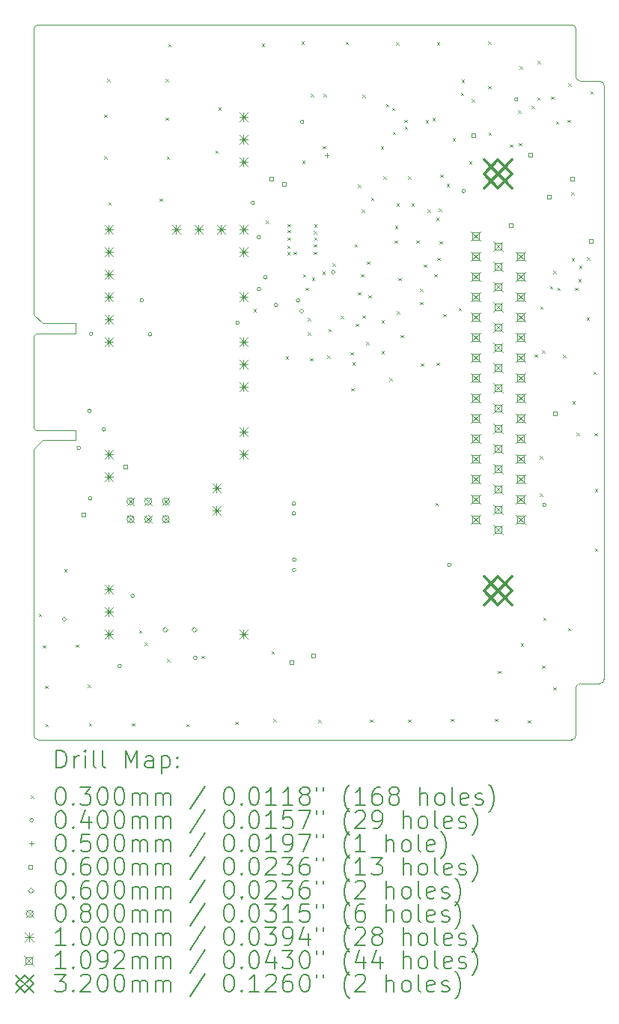
<source format=gbr>
%TF.GenerationSoftware,KiCad,Pcbnew,8.0.7*%
%TF.CreationDate,2025-02-07T02:05:54-05:00*%
%TF.ProjectId,accessory_v3,61636365-7373-46f7-9279-5f76332e6b69,rev?*%
%TF.SameCoordinates,Original*%
%TF.FileFunction,Drillmap*%
%TF.FilePolarity,Positive*%
%FSLAX45Y45*%
G04 Gerber Fmt 4.5, Leading zero omitted, Abs format (unit mm)*
G04 Created by KiCad (PCBNEW 8.0.7) date 2025-02-07 02:05:54*
%MOMM*%
%LPD*%
G01*
G04 APERTURE LIST*
%ADD10C,0.100000*%
%ADD11C,0.200000*%
%ADD12C,0.109220*%
%ADD13C,0.320040*%
G04 APERTURE END LIST*
D10*
X6233000Y-7440000D02*
X6450000Y-7440000D01*
X518000Y-3488000D02*
X518000Y-3373000D01*
X6233000Y-635000D02*
G75*
G02*
X6181000Y-587000I-2000J50000D01*
G01*
X48000Y-4553000D02*
X48000Y-3513000D01*
X100000Y-8075000D02*
G75*
G02*
X50000Y-8025000I771J50771D01*
G01*
X150000Y-4693000D02*
X518000Y-4693000D01*
X6450000Y-635000D02*
G75*
G02*
X6500000Y-686000I-500J-50500D01*
G01*
X518000Y-4693000D02*
X518000Y-4578000D01*
X6181000Y-8025000D02*
G75*
G02*
X6133000Y-8075000I-49000J-1000D01*
G01*
X518000Y-3373000D02*
X150000Y-3373000D01*
X50000Y-8009000D02*
X50000Y-4793000D01*
X518000Y-4578000D02*
X73000Y-4578000D01*
X6181000Y-7488000D02*
G75*
G02*
X6233000Y-7440000I50000J-2000D01*
G01*
X6500000Y-686000D02*
X6500000Y-7390000D01*
X50000Y-8009000D02*
X50000Y-8025000D01*
X6181000Y-8025000D02*
X6181000Y-7488000D01*
X48000Y-3513000D02*
X73000Y-3488000D01*
X6233000Y-635000D02*
X6450000Y-635000D01*
X6181000Y-50000D02*
X6181000Y-587000D01*
X50000Y-4793000D02*
X150000Y-4693000D01*
X113000Y0D02*
X6133000Y0D01*
X6133000Y0D02*
G75*
G02*
X6181000Y-50000I-1000J-49000D01*
G01*
X6500000Y-7390000D02*
G75*
G02*
X6450000Y-7440000I-50000J0D01*
G01*
X150000Y-3373000D02*
X50000Y-3273000D01*
X73000Y-3488000D02*
X518000Y-3488000D01*
X100000Y-8075000D02*
X6133000Y-8075000D01*
X50000Y-50000D02*
G75*
G02*
X95000Y0I48271J1806D01*
G01*
X50000Y-3273000D02*
X50000Y-50000D01*
X73000Y-4578000D02*
X48000Y-4553000D01*
X113000Y0D02*
X95000Y0D01*
D11*
D10*
X104380Y-6652500D02*
X134380Y-6682500D01*
X134380Y-6652500D02*
X104380Y-6682500D01*
X150100Y-7008100D02*
X180100Y-7038100D01*
X180100Y-7008100D02*
X150100Y-7038100D01*
X178040Y-7462760D02*
X208040Y-7492760D01*
X208040Y-7462760D02*
X178040Y-7492760D01*
X180580Y-7894560D02*
X210580Y-7924560D01*
X210580Y-7894560D02*
X180580Y-7924560D01*
X393000Y-6150000D02*
X423000Y-6180000D01*
X423000Y-6150000D02*
X393000Y-6180000D01*
X520940Y-6997940D02*
X550940Y-7027940D01*
X550940Y-6997940D02*
X520940Y-7027940D01*
X660640Y-7450060D02*
X690640Y-7480060D01*
X690640Y-7450060D02*
X660640Y-7480060D01*
X670800Y-7886940D02*
X700800Y-7916940D01*
X700800Y-7886940D02*
X670800Y-7916940D01*
X846060Y-1011160D02*
X876060Y-1041160D01*
X876060Y-1011160D02*
X846060Y-1041160D01*
X846060Y-1483600D02*
X876060Y-1513600D01*
X876060Y-1483600D02*
X846060Y-1513600D01*
X876540Y-612380D02*
X906540Y-642380D01*
X906540Y-612380D02*
X876540Y-642380D01*
X892000Y-2002000D02*
X922000Y-2032000D01*
X922000Y-2002000D02*
X892000Y-2032000D01*
X1155940Y-7886940D02*
X1185940Y-7916940D01*
X1185940Y-7886940D02*
X1155940Y-7916940D01*
X1240000Y-6837000D02*
X1270000Y-6867000D01*
X1270000Y-6837000D02*
X1240000Y-6867000D01*
X1304000Y-6976000D02*
X1334000Y-7006000D01*
X1334000Y-6976000D02*
X1304000Y-7006000D01*
X1470900Y-1961120D02*
X1500900Y-1991120D01*
X1500900Y-1961120D02*
X1470900Y-1991120D01*
X1536940Y-612380D02*
X1566940Y-642380D01*
X1566940Y-612380D02*
X1536940Y-642380D01*
X1539480Y-1046720D02*
X1569480Y-1076720D01*
X1569480Y-1046720D02*
X1539480Y-1076720D01*
X1552180Y-1486140D02*
X1582180Y-1516140D01*
X1582180Y-1486140D02*
X1552180Y-1516140D01*
X1556000Y-7165750D02*
X1586000Y-7195750D01*
X1586000Y-7165750D02*
X1556000Y-7195750D01*
X1567420Y-218680D02*
X1597420Y-248680D01*
X1597420Y-218680D02*
X1567420Y-248680D01*
X1770620Y-7894560D02*
X1800620Y-7924560D01*
X1800620Y-7894560D02*
X1770620Y-7924560D01*
X1946000Y-7127000D02*
X1976000Y-7157000D01*
X1976000Y-7127000D02*
X1946000Y-7157000D01*
X2100820Y-1420100D02*
X2130820Y-1450100D01*
X2130820Y-1420100D02*
X2100820Y-1450100D01*
X2136380Y-932420D02*
X2166380Y-962420D01*
X2166380Y-932420D02*
X2136380Y-962420D01*
X2326880Y-7869160D02*
X2356880Y-7899160D01*
X2356880Y-7869160D02*
X2326880Y-7899160D01*
X2532620Y-3210800D02*
X2562620Y-3240800D01*
X2562620Y-3210800D02*
X2532620Y-3240800D01*
X2626600Y-211060D02*
X2656600Y-241060D01*
X2656600Y-211060D02*
X2626600Y-241060D01*
X2674000Y-2213000D02*
X2704000Y-2243000D01*
X2704000Y-2213000D02*
X2674000Y-2243000D01*
X2735780Y-7076680D02*
X2765780Y-7106680D01*
X2765780Y-7076680D02*
X2735780Y-7106680D01*
X2756140Y-7841220D02*
X2786140Y-7871220D01*
X2786140Y-7841220D02*
X2756140Y-7871220D01*
X2898380Y-3741660D02*
X2928380Y-3771660D01*
X2928380Y-3741660D02*
X2898380Y-3771660D01*
X2915000Y-2494000D02*
X2945000Y-2524000D01*
X2945000Y-2494000D02*
X2915000Y-2524000D01*
X2915000Y-2568000D02*
X2945000Y-2598000D01*
X2945000Y-2568000D02*
X2915000Y-2598000D01*
X2917000Y-2403000D02*
X2947000Y-2433000D01*
X2947000Y-2403000D02*
X2917000Y-2433000D01*
X2919000Y-2317000D02*
X2949000Y-2347000D01*
X2949000Y-2317000D02*
X2919000Y-2347000D01*
X2920000Y-2247000D02*
X2950000Y-2277000D01*
X2950000Y-2247000D02*
X2920000Y-2277000D01*
X2989000Y-2564000D02*
X3019000Y-2594000D01*
X3019000Y-2564000D02*
X2989000Y-2594000D01*
X3076180Y-188200D02*
X3106180Y-218200D01*
X3106180Y-188200D02*
X3076180Y-218200D01*
X3083800Y-1534400D02*
X3113800Y-1564400D01*
X3113800Y-1534400D02*
X3083800Y-1564400D01*
X3092950Y-2817100D02*
X3122950Y-2847100D01*
X3122950Y-2817100D02*
X3092950Y-2847100D01*
X3123559Y-2967841D02*
X3153559Y-2997841D01*
X3153559Y-2967841D02*
X3123559Y-2997841D01*
X3148462Y-3470138D02*
X3178462Y-3500138D01*
X3178462Y-3470138D02*
X3148462Y-3500138D01*
X3149840Y-3312400D02*
X3179840Y-3342400D01*
X3179840Y-3312400D02*
X3149840Y-3342400D01*
X3173970Y-3763250D02*
X3203970Y-3793250D01*
X3203970Y-3763250D02*
X3173970Y-3793250D01*
X3182000Y-778000D02*
X3212000Y-808000D01*
X3212000Y-778000D02*
X3182000Y-808000D01*
X3196000Y-2855200D02*
X3226000Y-2885200D01*
X3226000Y-2855200D02*
X3196000Y-2885200D01*
X3214000Y-2561000D02*
X3244000Y-2591000D01*
X3244000Y-2561000D02*
X3214000Y-2591000D01*
X3217000Y-2329000D02*
X3247000Y-2359000D01*
X3247000Y-2329000D02*
X3217000Y-2359000D01*
X3217000Y-2478000D02*
X3247000Y-2508000D01*
X3247000Y-2478000D02*
X3217000Y-2508000D01*
X3218000Y-2401000D02*
X3248000Y-2431000D01*
X3248000Y-2401000D02*
X3218000Y-2431000D01*
X3219000Y-2254000D02*
X3249000Y-2284000D01*
X3249000Y-2254000D02*
X3219000Y-2284000D01*
X3266680Y-7848840D02*
X3296680Y-7878840D01*
X3296680Y-7848840D02*
X3266680Y-7878840D01*
X3313290Y-2786425D02*
X3343290Y-2816425D01*
X3343290Y-2786425D02*
X3313290Y-2816425D01*
X3315000Y-1369000D02*
X3345000Y-1399000D01*
X3345000Y-1369000D02*
X3315000Y-1399000D01*
X3324000Y-779000D02*
X3354000Y-809000D01*
X3354000Y-779000D02*
X3324000Y-809000D01*
X3365740Y-3734040D02*
X3395740Y-3764040D01*
X3395740Y-3734040D02*
X3365740Y-3764040D01*
X3379300Y-3434320D02*
X3409300Y-3464320D01*
X3409300Y-3434320D02*
X3379300Y-3464320D01*
X3427500Y-2695000D02*
X3457500Y-2725000D01*
X3457500Y-2695000D02*
X3427500Y-2725000D01*
X3521540Y-3287000D02*
X3551540Y-3317000D01*
X3551540Y-3287000D02*
X3521540Y-3317000D01*
X3574020Y-190740D02*
X3604020Y-220740D01*
X3604020Y-190740D02*
X3574020Y-220740D01*
X3632440Y-3695940D02*
X3662440Y-3725940D01*
X3662440Y-3695940D02*
X3632440Y-3725940D01*
X3637520Y-4104880D02*
X3667520Y-4134880D01*
X3667520Y-4104880D02*
X3637520Y-4134880D01*
X3650220Y-3812780D02*
X3680220Y-3842780D01*
X3680220Y-3812780D02*
X3650220Y-3842780D01*
X3678160Y-2479280D02*
X3708160Y-2509280D01*
X3708160Y-2479280D02*
X3678160Y-2509280D01*
X3688920Y-3373360D02*
X3718920Y-3403360D01*
X3718920Y-3373360D02*
X3688920Y-3403360D01*
X3713720Y-3017760D02*
X3743720Y-3047760D01*
X3743720Y-3017760D02*
X3713720Y-3047760D01*
X3714260Y-1805900D02*
X3744260Y-1835900D01*
X3744260Y-1805900D02*
X3714260Y-1835900D01*
X3746726Y-2817114D02*
X3776726Y-2847114D01*
X3776726Y-2817114D02*
X3746726Y-2847114D01*
X3756900Y-2083040D02*
X3786900Y-2113040D01*
X3786900Y-2083040D02*
X3756900Y-2113040D01*
X3764520Y-3281920D02*
X3794520Y-3311920D01*
X3794520Y-3281920D02*
X3764520Y-3311920D01*
X3765000Y-788500D02*
X3795000Y-818500D01*
X3795000Y-788500D02*
X3765000Y-818500D01*
X3810240Y-3584180D02*
X3840240Y-3614180D01*
X3840240Y-3584180D02*
X3810240Y-3614180D01*
X3815320Y-2672320D02*
X3845320Y-2702320D01*
X3845320Y-2672320D02*
X3815320Y-2702320D01*
X3835640Y-3053320D02*
X3865640Y-3083320D01*
X3865640Y-3053320D02*
X3835640Y-3083320D01*
X3850880Y-7846300D02*
X3880880Y-7876300D01*
X3880880Y-7846300D02*
X3850880Y-7876300D01*
X3861580Y-1953220D02*
X3891580Y-1983220D01*
X3891580Y-1953220D02*
X3861580Y-1983220D01*
X3975000Y-1372000D02*
X4005000Y-1402000D01*
X4005000Y-1372000D02*
X3975000Y-1402000D01*
X3982960Y-3335260D02*
X4012960Y-3365260D01*
X4012960Y-3335260D02*
X3982960Y-3365260D01*
X3982960Y-3685780D02*
X4012960Y-3715780D01*
X4012960Y-3685780D02*
X3982960Y-3715780D01*
X4005280Y-1709120D02*
X4035280Y-1739120D01*
X4035280Y-1709120D02*
X4005280Y-1739120D01*
X4032000Y-893500D02*
X4062000Y-923500D01*
X4062000Y-893500D02*
X4032000Y-923500D01*
X4071860Y-3987000D02*
X4101860Y-4017000D01*
X4101860Y-3987000D02*
X4071860Y-4017000D01*
X4100840Y-938360D02*
X4130840Y-968360D01*
X4130840Y-938360D02*
X4100840Y-968360D01*
X4107000Y-1208000D02*
X4137000Y-1238000D01*
X4137000Y-1208000D02*
X4107000Y-1238000D01*
X4127740Y-2436100D02*
X4157740Y-2466100D01*
X4157740Y-2436100D02*
X4127740Y-2466100D01*
X4133000Y-2269000D02*
X4163000Y-2299000D01*
X4163000Y-2269000D02*
X4133000Y-2299000D01*
X4145520Y-195820D02*
X4175520Y-225820D01*
X4175520Y-195820D02*
X4145520Y-225820D01*
X4150600Y-2014460D02*
X4180600Y-2044460D01*
X4180600Y-2014460D02*
X4150600Y-2044460D01*
X4155680Y-3236200D02*
X4185680Y-3266200D01*
X4185680Y-3236200D02*
X4155680Y-3266200D01*
X4170920Y-2860280D02*
X4200920Y-2890280D01*
X4200920Y-2860280D02*
X4170920Y-2890280D01*
X4198860Y-3502900D02*
X4228860Y-3532900D01*
X4228860Y-3502900D02*
X4198860Y-3532900D01*
X4240000Y-1072000D02*
X4270000Y-1102000D01*
X4270000Y-1072000D02*
X4240000Y-1102000D01*
X4244000Y-1147000D02*
X4274000Y-1177000D01*
X4274000Y-1147000D02*
X4244000Y-1177000D01*
X4282680Y-1712200D02*
X4312680Y-1742200D01*
X4312680Y-1712200D02*
X4282680Y-1742200D01*
X4282680Y-7843760D02*
X4312680Y-7873760D01*
X4312680Y-7843760D02*
X4282680Y-7873760D01*
X4320780Y-2017000D02*
X4350780Y-2047000D01*
X4350780Y-2017000D02*
X4320780Y-2047000D01*
X4376660Y-2436100D02*
X4406660Y-2466100D01*
X4406660Y-2436100D02*
X4376660Y-2466100D01*
X4417430Y-2979660D02*
X4447430Y-3009660D01*
X4447430Y-2979660D02*
X4417430Y-3009660D01*
X4419840Y-3129520D02*
X4449840Y-3159520D01*
X4449840Y-3129520D02*
X4419840Y-3159520D01*
X4425405Y-3823813D02*
X4455405Y-3853813D01*
X4455405Y-3823813D02*
X4425405Y-3853813D01*
X4457940Y-2704603D02*
X4487940Y-2734603D01*
X4487940Y-2704603D02*
X4457940Y-2734603D01*
X4480800Y-1077200D02*
X4510800Y-1107200D01*
X4510800Y-1077200D02*
X4480800Y-1107200D01*
X4501000Y-2083000D02*
X4531000Y-2113000D01*
X4531000Y-2083000D02*
X4501000Y-2113000D01*
X4557000Y-1051800D02*
X4587000Y-1081800D01*
X4587000Y-1051800D02*
X4557000Y-1081800D01*
X4577320Y-2817100D02*
X4607320Y-2847100D01*
X4607320Y-2817100D02*
X4577320Y-2847100D01*
X4590020Y-5397740D02*
X4620020Y-5427740D01*
X4620020Y-5397740D02*
X4590020Y-5427740D01*
X4600000Y-2179000D02*
X4630000Y-2209000D01*
X4630000Y-2179000D02*
X4600000Y-2209000D01*
X4602720Y-3815320D02*
X4632720Y-3845320D01*
X4632720Y-3815320D02*
X4602720Y-3845320D01*
X4607800Y-195820D02*
X4637800Y-225820D01*
X4637800Y-195820D02*
X4607800Y-225820D01*
X4612880Y-2631680D02*
X4642880Y-2661680D01*
X4642880Y-2631680D02*
X4612880Y-2661680D01*
X4628120Y-2077120D02*
X4658120Y-2107120D01*
X4658120Y-2077120D02*
X4628120Y-2107120D01*
X4638280Y-2443720D02*
X4668280Y-2473720D01*
X4668280Y-2443720D02*
X4638280Y-2473720D01*
X4645900Y-1689340D02*
X4675900Y-1719340D01*
X4675900Y-1689340D02*
X4645900Y-1719340D01*
X4681000Y-3265000D02*
X4711000Y-3295000D01*
X4711000Y-3265000D02*
X4681000Y-3295000D01*
X4718000Y-1798000D02*
X4748000Y-1828000D01*
X4748000Y-1798000D02*
X4718000Y-1828000D01*
X4762740Y-7836140D02*
X4792740Y-7866140D01*
X4792740Y-7836140D02*
X4762740Y-7866140D01*
X4785600Y-1280400D02*
X4815600Y-1310400D01*
X4815600Y-1280400D02*
X4785600Y-1310400D01*
X4854180Y-3195560D02*
X4884180Y-3225560D01*
X4884180Y-3195560D02*
X4854180Y-3225560D01*
X4880877Y-769123D02*
X4910877Y-799123D01*
X4910877Y-769123D02*
X4880877Y-799123D01*
X4887200Y-620000D02*
X4917200Y-650000D01*
X4917200Y-620000D02*
X4887200Y-650000D01*
X4970521Y-1541838D02*
X5000521Y-1571838D01*
X5000521Y-1541838D02*
X4970521Y-1571838D01*
X5002519Y-840132D02*
X5032519Y-870132D01*
X5032519Y-840132D02*
X5002519Y-870132D01*
X5186920Y-691120D02*
X5216920Y-721120D01*
X5216920Y-691120D02*
X5186920Y-721120D01*
X5189460Y-185660D02*
X5219460Y-215660D01*
X5219460Y-185660D02*
X5189460Y-215660D01*
X5192000Y-1214360D02*
X5222000Y-1244360D01*
X5222000Y-1214360D02*
X5192000Y-1244360D01*
X5265660Y-7838680D02*
X5295660Y-7868680D01*
X5295660Y-7838680D02*
X5265660Y-7868680D01*
X5296140Y-7295120D02*
X5326140Y-7325120D01*
X5326140Y-7295120D02*
X5296140Y-7325120D01*
X5435840Y-1352950D02*
X5465840Y-1382950D01*
X5465840Y-1352950D02*
X5435840Y-1382950D01*
X5524740Y-965440D02*
X5554740Y-995440D01*
X5554740Y-965440D02*
X5524740Y-995440D01*
X5534310Y-1333740D02*
X5564310Y-1363740D01*
X5564310Y-1333740D02*
X5534310Y-1363740D01*
X5542000Y-465000D02*
X5572000Y-495000D01*
X5572000Y-465000D02*
X5542000Y-495000D01*
X5555220Y-6985240D02*
X5585220Y-7015240D01*
X5585220Y-6985240D02*
X5555220Y-7015240D01*
X5636500Y-7853920D02*
X5666500Y-7883920D01*
X5666500Y-7853920D02*
X5636500Y-7883920D01*
X5679000Y-914000D02*
X5709000Y-944000D01*
X5709000Y-914000D02*
X5679000Y-944000D01*
X5715240Y-3721340D02*
X5745240Y-3751340D01*
X5745240Y-3721340D02*
X5715240Y-3751340D01*
X5742732Y-816454D02*
X5772732Y-846454D01*
X5772732Y-816454D02*
X5742732Y-846454D01*
X5748780Y-405080D02*
X5778780Y-435080D01*
X5778780Y-405080D02*
X5748780Y-435080D01*
X5773055Y-5292790D02*
X5803055Y-5322790D01*
X5803055Y-5292790D02*
X5773055Y-5322790D01*
X5774500Y-4869420D02*
X5804500Y-4899420D01*
X5804500Y-4869420D02*
X5774500Y-4899420D01*
X5777000Y-3179000D02*
X5807000Y-3209000D01*
X5807000Y-3179000D02*
X5777000Y-3209000D01*
X5800000Y-3676000D02*
X5830000Y-3706000D01*
X5830000Y-3676000D02*
X5800000Y-3706000D01*
X5800000Y-7237000D02*
X5830000Y-7267000D01*
X5830000Y-7237000D02*
X5800000Y-7267000D01*
X5811760Y-6695680D02*
X5841760Y-6725680D01*
X5841760Y-6695680D02*
X5811760Y-6725680D01*
X5888000Y-2952000D02*
X5918000Y-2982000D01*
X5918000Y-2952000D02*
X5888000Y-2982000D01*
X5898120Y-807960D02*
X5928120Y-837960D01*
X5928120Y-807960D02*
X5898120Y-837960D01*
X5924000Y-2779000D02*
X5954000Y-2809000D01*
X5954000Y-2779000D02*
X5924000Y-2809000D01*
X5925000Y-7480000D02*
X5955000Y-7510000D01*
X5955000Y-7480000D02*
X5925000Y-7510000D01*
X5954760Y-1090175D02*
X5984760Y-1120175D01*
X5984760Y-1090175D02*
X5954760Y-1120175D01*
X5971000Y-2970000D02*
X6001000Y-3000000D01*
X6001000Y-2970000D02*
X5971000Y-3000000D01*
X6035000Y-3728000D02*
X6065000Y-3758000D01*
X6065000Y-3728000D02*
X6035000Y-3758000D01*
X6083540Y-1070500D02*
X6113540Y-1100500D01*
X6113540Y-1070500D02*
X6083540Y-1100500D01*
X6088620Y-6812520D02*
X6118620Y-6842520D01*
X6118620Y-6812520D02*
X6088620Y-6842520D01*
X6092000Y-661000D02*
X6122000Y-691000D01*
X6122000Y-661000D02*
X6092000Y-691000D01*
X6129260Y-1887460D02*
X6159260Y-1917460D01*
X6159260Y-1887460D02*
X6129260Y-1917460D01*
X6133000Y-2635000D02*
X6163000Y-2665000D01*
X6163000Y-2635000D02*
X6133000Y-2665000D01*
X6141960Y-4249660D02*
X6171960Y-4279660D01*
X6171960Y-4249660D02*
X6141960Y-4279660D01*
X6168500Y-2969000D02*
X6198500Y-2999000D01*
X6198500Y-2969000D02*
X6168500Y-2999000D01*
X6185140Y-4605260D02*
X6215140Y-4635260D01*
X6215140Y-4605260D02*
X6185140Y-4635260D01*
X6207000Y-2871000D02*
X6237000Y-2901000D01*
X6237000Y-2871000D02*
X6207000Y-2901000D01*
X6217000Y-2717000D02*
X6247000Y-2747000D01*
X6247000Y-2717000D02*
X6217000Y-2747000D01*
X6300000Y-3305000D02*
X6330000Y-3335000D01*
X6330000Y-3305000D02*
X6300000Y-3335000D01*
X6307000Y-2626600D02*
X6337000Y-2656600D01*
X6337000Y-2626600D02*
X6307000Y-2656600D01*
X6345160Y-752080D02*
X6375160Y-782080D01*
X6375160Y-752080D02*
X6345160Y-782080D01*
X6377000Y-3917000D02*
X6407000Y-3947000D01*
X6407000Y-3917000D02*
X6377000Y-3947000D01*
X6388340Y-4612880D02*
X6418340Y-4642880D01*
X6418340Y-4612880D02*
X6388340Y-4642880D01*
X6395960Y-5242800D02*
X6425960Y-5272800D01*
X6425960Y-5242800D02*
X6395960Y-5272800D01*
X6395960Y-5913360D02*
X6425960Y-5943360D01*
X6425960Y-5913360D02*
X6395960Y-5943360D01*
X415000Y-6712000D02*
G75*
G02*
X375000Y-6712000I-20000J0D01*
G01*
X375000Y-6712000D02*
G75*
G02*
X415000Y-6712000I20000J0D01*
G01*
X576260Y-4777740D02*
G75*
G02*
X536260Y-4777740I-20000J0D01*
G01*
X536260Y-4777740D02*
G75*
G02*
X576260Y-4777740I20000J0D01*
G01*
X698180Y-4361180D02*
G75*
G02*
X658180Y-4361180I-20000J0D01*
G01*
X658180Y-4361180D02*
G75*
G02*
X698180Y-4361180I20000J0D01*
G01*
X705800Y-5349240D02*
G75*
G02*
X665800Y-5349240I-20000J0D01*
G01*
X665800Y-5349240D02*
G75*
G02*
X705800Y-5349240I20000J0D01*
G01*
X715960Y-3489960D02*
G75*
G02*
X675960Y-3489960I-20000J0D01*
G01*
X675960Y-3489960D02*
G75*
G02*
X715960Y-3489960I20000J0D01*
G01*
X861000Y-4570000D02*
G75*
G02*
X821000Y-4570000I-20000J0D01*
G01*
X821000Y-4570000D02*
G75*
G02*
X861000Y-4570000I20000J0D01*
G01*
X1040000Y-7243000D02*
G75*
G02*
X1000000Y-7243000I-20000J0D01*
G01*
X1000000Y-7243000D02*
G75*
G02*
X1040000Y-7243000I20000J0D01*
G01*
X1185860Y-6449060D02*
G75*
G02*
X1145860Y-6449060I-20000J0D01*
G01*
X1145860Y-6449060D02*
G75*
G02*
X1185860Y-6449060I20000J0D01*
G01*
X1290000Y-3111500D02*
G75*
G02*
X1250000Y-3111500I-20000J0D01*
G01*
X1250000Y-3111500D02*
G75*
G02*
X1290000Y-3111500I20000J0D01*
G01*
X1383980Y-3495040D02*
G75*
G02*
X1343980Y-3495040I-20000J0D01*
G01*
X1343980Y-3495040D02*
G75*
G02*
X1383980Y-3495040I20000J0D01*
G01*
X1894000Y-7148000D02*
G75*
G02*
X1854000Y-7148000I-20000J0D01*
G01*
X1854000Y-7148000D02*
G75*
G02*
X1894000Y-7148000I20000J0D01*
G01*
X2373789Y-3363751D02*
G75*
G02*
X2333789Y-3363751I-20000J0D01*
G01*
X2333789Y-3363751D02*
G75*
G02*
X2373789Y-3363751I20000J0D01*
G01*
X2545000Y-2009000D02*
G75*
G02*
X2505000Y-2009000I-20000J0D01*
G01*
X2505000Y-2009000D02*
G75*
G02*
X2545000Y-2009000I20000J0D01*
G01*
X2614000Y-2400000D02*
G75*
G02*
X2574000Y-2400000I-20000J0D01*
G01*
X2574000Y-2400000D02*
G75*
G02*
X2614000Y-2400000I20000J0D01*
G01*
X2616000Y-2984380D02*
G75*
G02*
X2576000Y-2984380I-20000J0D01*
G01*
X2576000Y-2984380D02*
G75*
G02*
X2616000Y-2984380I20000J0D01*
G01*
X2687000Y-2851000D02*
G75*
G02*
X2647000Y-2851000I-20000J0D01*
G01*
X2647000Y-2851000D02*
G75*
G02*
X2687000Y-2851000I20000J0D01*
G01*
X2809000Y-3164000D02*
G75*
G02*
X2769000Y-3164000I-20000J0D01*
G01*
X2769000Y-3164000D02*
G75*
G02*
X2809000Y-3164000I20000J0D01*
G01*
X3009000Y-5409000D02*
G75*
G02*
X2969000Y-5409000I-20000J0D01*
G01*
X2969000Y-5409000D02*
G75*
G02*
X3009000Y-5409000I20000J0D01*
G01*
X3009000Y-5517000D02*
G75*
G02*
X2969000Y-5517000I-20000J0D01*
G01*
X2969000Y-5517000D02*
G75*
G02*
X3009000Y-5517000I20000J0D01*
G01*
X3013000Y-6156000D02*
G75*
G02*
X2973000Y-6156000I-20000J0D01*
G01*
X2973000Y-6156000D02*
G75*
G02*
X3013000Y-6156000I20000J0D01*
G01*
X3015000Y-6041000D02*
G75*
G02*
X2975000Y-6041000I-20000J0D01*
G01*
X2975000Y-6041000D02*
G75*
G02*
X3015000Y-6041000I20000J0D01*
G01*
X3057840Y-3113000D02*
G75*
G02*
X3017840Y-3113000I-20000J0D01*
G01*
X3017840Y-3113000D02*
G75*
G02*
X3057840Y-3113000I20000J0D01*
G01*
X3098480Y-3233420D02*
G75*
G02*
X3058480Y-3233420I-20000J0D01*
G01*
X3058480Y-3233420D02*
G75*
G02*
X3098480Y-3233420I20000J0D01*
G01*
X3104000Y-1094000D02*
G75*
G02*
X3064000Y-1094000I-20000J0D01*
G01*
X3064000Y-1094000D02*
G75*
G02*
X3104000Y-1094000I20000J0D01*
G01*
X3456000Y-2793000D02*
G75*
G02*
X3416000Y-2793000I-20000J0D01*
G01*
X3416000Y-2793000D02*
G75*
G02*
X3456000Y-2793000I20000J0D01*
G01*
X4768000Y-6100000D02*
G75*
G02*
X4728000Y-6100000I-20000J0D01*
G01*
X4728000Y-6100000D02*
G75*
G02*
X4768000Y-6100000I20000J0D01*
G01*
X4929820Y-1877060D02*
G75*
G02*
X4889820Y-1877060I-20000J0D01*
G01*
X4889820Y-1877060D02*
G75*
G02*
X4929820Y-1877060I20000J0D01*
G01*
X5525000Y-840500D02*
G75*
G02*
X5485000Y-840500I-20000J0D01*
G01*
X5485000Y-840500D02*
G75*
G02*
X5525000Y-840500I20000J0D01*
G01*
X5844220Y-5422900D02*
G75*
G02*
X5804220Y-5422900I-20000J0D01*
G01*
X5804220Y-5422900D02*
G75*
G02*
X5844220Y-5422900I20000J0D01*
G01*
X3361877Y-1445877D02*
X3361877Y-1495877D01*
X3336877Y-1470877D02*
X3386877Y-1470877D01*
X634354Y-5554965D02*
X634354Y-5512538D01*
X591927Y-5512538D01*
X591927Y-5554965D01*
X634354Y-5554965D01*
X1103253Y-5014853D02*
X1103253Y-4972427D01*
X1060827Y-4972427D01*
X1060827Y-5014853D01*
X1103253Y-5014853D01*
X2758213Y-1763213D02*
X2758213Y-1720787D01*
X2715787Y-1720787D01*
X2715787Y-1763213D01*
X2758213Y-1763213D01*
X2902213Y-1823213D02*
X2902213Y-1780787D01*
X2859787Y-1780787D01*
X2859787Y-1823213D01*
X2902213Y-1823213D01*
X2984213Y-7220213D02*
X2984213Y-7177787D01*
X2941787Y-7177787D01*
X2941787Y-7220213D01*
X2984213Y-7220213D01*
X3230213Y-7141213D02*
X3230213Y-7098787D01*
X3187787Y-7098787D01*
X3187787Y-7141213D01*
X3230213Y-7141213D01*
X5042793Y-1265813D02*
X5042793Y-1223387D01*
X5000367Y-1223387D01*
X5000367Y-1265813D01*
X5042793Y-1265813D01*
X5462429Y-2285339D02*
X5462429Y-2242912D01*
X5420002Y-2242912D01*
X5420002Y-2285339D01*
X5462429Y-2285339D01*
X5687843Y-1489460D02*
X5687843Y-1447033D01*
X5645416Y-1447033D01*
X5645416Y-1489460D01*
X5687843Y-1489460D01*
X5896233Y-1959233D02*
X5896233Y-1916807D01*
X5853807Y-1916807D01*
X5853807Y-1959233D01*
X5896233Y-1959233D01*
X5969213Y-4407213D02*
X5969213Y-4364787D01*
X5926787Y-4364787D01*
X5926787Y-4407213D01*
X5969213Y-4407213D01*
X6162933Y-1763653D02*
X6162933Y-1721227D01*
X6120507Y-1721227D01*
X6120507Y-1763653D01*
X6162933Y-1763653D01*
X6373213Y-2462213D02*
X6373213Y-2419787D01*
X6330787Y-2419787D01*
X6330787Y-2462213D01*
X6373213Y-2462213D01*
X1533000Y-6858800D02*
X1563000Y-6828800D01*
X1533000Y-6798800D01*
X1503000Y-6828800D01*
X1533000Y-6858800D01*
X1863200Y-6858800D02*
X1893200Y-6828800D01*
X1863200Y-6798800D01*
X1833200Y-6828800D01*
X1863200Y-6858800D01*
X1103000Y-5343000D02*
X1183000Y-5423000D01*
X1183000Y-5343000D02*
X1103000Y-5423000D01*
X1183000Y-5383000D02*
G75*
G02*
X1103000Y-5383000I-40000J0D01*
G01*
X1103000Y-5383000D02*
G75*
G02*
X1183000Y-5383000I40000J0D01*
G01*
X1103000Y-5543000D02*
X1183000Y-5623000D01*
X1183000Y-5543000D02*
X1103000Y-5623000D01*
X1183000Y-5583000D02*
G75*
G02*
X1103000Y-5583000I-40000J0D01*
G01*
X1103000Y-5583000D02*
G75*
G02*
X1183000Y-5583000I40000J0D01*
G01*
X1303000Y-5343000D02*
X1383000Y-5423000D01*
X1383000Y-5343000D02*
X1303000Y-5423000D01*
X1383000Y-5383000D02*
G75*
G02*
X1303000Y-5383000I-40000J0D01*
G01*
X1303000Y-5383000D02*
G75*
G02*
X1383000Y-5383000I40000J0D01*
G01*
X1303000Y-5543000D02*
X1383000Y-5623000D01*
X1383000Y-5543000D02*
X1303000Y-5623000D01*
X1383000Y-5583000D02*
G75*
G02*
X1303000Y-5583000I-40000J0D01*
G01*
X1303000Y-5583000D02*
G75*
G02*
X1383000Y-5583000I40000J0D01*
G01*
X1503000Y-5343000D02*
X1583000Y-5423000D01*
X1583000Y-5343000D02*
X1503000Y-5423000D01*
X1583000Y-5383000D02*
G75*
G02*
X1503000Y-5383000I-40000J0D01*
G01*
X1503000Y-5383000D02*
G75*
G02*
X1583000Y-5383000I40000J0D01*
G01*
X1503000Y-5543000D02*
X1583000Y-5623000D01*
X1583000Y-5543000D02*
X1503000Y-5623000D01*
X1583000Y-5583000D02*
G75*
G02*
X1503000Y-5583000I-40000J0D01*
G01*
X1503000Y-5583000D02*
G75*
G02*
X1583000Y-5583000I40000J0D01*
G01*
X848000Y-2258000D02*
X948000Y-2358000D01*
X948000Y-2258000D02*
X848000Y-2358000D01*
X898000Y-2258000D02*
X898000Y-2358000D01*
X848000Y-2308000D02*
X948000Y-2308000D01*
X848000Y-2512000D02*
X948000Y-2612000D01*
X948000Y-2512000D02*
X848000Y-2612000D01*
X898000Y-2512000D02*
X898000Y-2612000D01*
X848000Y-2562000D02*
X948000Y-2562000D01*
X848000Y-2766000D02*
X948000Y-2866000D01*
X948000Y-2766000D02*
X848000Y-2866000D01*
X898000Y-2766000D02*
X898000Y-2866000D01*
X848000Y-2816000D02*
X948000Y-2816000D01*
X848000Y-3020000D02*
X948000Y-3120000D01*
X948000Y-3020000D02*
X848000Y-3120000D01*
X898000Y-3020000D02*
X898000Y-3120000D01*
X848000Y-3070000D02*
X948000Y-3070000D01*
X848000Y-3274000D02*
X948000Y-3374000D01*
X948000Y-3274000D02*
X848000Y-3374000D01*
X898000Y-3274000D02*
X898000Y-3374000D01*
X848000Y-3324000D02*
X948000Y-3324000D01*
X848000Y-3528000D02*
X948000Y-3628000D01*
X948000Y-3528000D02*
X848000Y-3628000D01*
X898000Y-3528000D02*
X898000Y-3628000D01*
X848000Y-3578000D02*
X948000Y-3578000D01*
X848000Y-4798000D02*
X948000Y-4898000D01*
X948000Y-4798000D02*
X848000Y-4898000D01*
X898000Y-4798000D02*
X898000Y-4898000D01*
X848000Y-4848000D02*
X948000Y-4848000D01*
X848000Y-5052000D02*
X948000Y-5152000D01*
X948000Y-5052000D02*
X848000Y-5152000D01*
X898000Y-5052000D02*
X898000Y-5152000D01*
X848000Y-5102000D02*
X948000Y-5102000D01*
X848000Y-6322000D02*
X948000Y-6422000D01*
X948000Y-6322000D02*
X848000Y-6422000D01*
X898000Y-6322000D02*
X898000Y-6422000D01*
X848000Y-6372000D02*
X948000Y-6372000D01*
X848000Y-6576000D02*
X948000Y-6676000D01*
X948000Y-6576000D02*
X848000Y-6676000D01*
X898000Y-6576000D02*
X898000Y-6676000D01*
X848000Y-6626000D02*
X948000Y-6626000D01*
X848000Y-6830000D02*
X948000Y-6930000D01*
X948000Y-6830000D02*
X848000Y-6930000D01*
X898000Y-6830000D02*
X898000Y-6930000D01*
X848000Y-6880000D02*
X948000Y-6880000D01*
X1610000Y-2258000D02*
X1710000Y-2358000D01*
X1710000Y-2258000D02*
X1610000Y-2358000D01*
X1660000Y-2258000D02*
X1660000Y-2358000D01*
X1610000Y-2308000D02*
X1710000Y-2308000D01*
X1864000Y-2258000D02*
X1964000Y-2358000D01*
X1964000Y-2258000D02*
X1864000Y-2358000D01*
X1914000Y-2258000D02*
X1914000Y-2358000D01*
X1864000Y-2308000D02*
X1964000Y-2308000D01*
X2067000Y-5179000D02*
X2167000Y-5279000D01*
X2167000Y-5179000D02*
X2067000Y-5279000D01*
X2117000Y-5179000D02*
X2117000Y-5279000D01*
X2067000Y-5229000D02*
X2167000Y-5229000D01*
X2067000Y-5433000D02*
X2167000Y-5533000D01*
X2167000Y-5433000D02*
X2067000Y-5533000D01*
X2117000Y-5433000D02*
X2117000Y-5533000D01*
X2067000Y-5483000D02*
X2167000Y-5483000D01*
X2118000Y-2258000D02*
X2218000Y-2358000D01*
X2218000Y-2258000D02*
X2118000Y-2358000D01*
X2168000Y-2258000D02*
X2168000Y-2358000D01*
X2118000Y-2308000D02*
X2218000Y-2308000D01*
X2372000Y-988000D02*
X2472000Y-1088000D01*
X2472000Y-988000D02*
X2372000Y-1088000D01*
X2422000Y-988000D02*
X2422000Y-1088000D01*
X2372000Y-1038000D02*
X2472000Y-1038000D01*
X2372000Y-1242000D02*
X2472000Y-1342000D01*
X2472000Y-1242000D02*
X2372000Y-1342000D01*
X2422000Y-1242000D02*
X2422000Y-1342000D01*
X2372000Y-1292000D02*
X2472000Y-1292000D01*
X2372000Y-1496000D02*
X2472000Y-1596000D01*
X2472000Y-1496000D02*
X2372000Y-1596000D01*
X2422000Y-1496000D02*
X2422000Y-1596000D01*
X2372000Y-1546000D02*
X2472000Y-1546000D01*
X2372000Y-2258000D02*
X2472000Y-2358000D01*
X2472000Y-2258000D02*
X2372000Y-2358000D01*
X2422000Y-2258000D02*
X2422000Y-2358000D01*
X2372000Y-2308000D02*
X2472000Y-2308000D01*
X2372000Y-2512000D02*
X2472000Y-2612000D01*
X2472000Y-2512000D02*
X2372000Y-2612000D01*
X2422000Y-2512000D02*
X2422000Y-2612000D01*
X2372000Y-2562000D02*
X2472000Y-2562000D01*
X2372000Y-3019600D02*
X2472000Y-3119600D01*
X2472000Y-3019600D02*
X2372000Y-3119600D01*
X2422000Y-3019600D02*
X2422000Y-3119600D01*
X2372000Y-3069600D02*
X2472000Y-3069600D01*
X2372000Y-3528000D02*
X2472000Y-3628000D01*
X2472000Y-3528000D02*
X2372000Y-3628000D01*
X2422000Y-3528000D02*
X2422000Y-3628000D01*
X2372000Y-3578000D02*
X2472000Y-3578000D01*
X2372000Y-3782000D02*
X2472000Y-3882000D01*
X2472000Y-3782000D02*
X2372000Y-3882000D01*
X2422000Y-3782000D02*
X2422000Y-3882000D01*
X2372000Y-3832000D02*
X2472000Y-3832000D01*
X2372000Y-4036000D02*
X2472000Y-4136000D01*
X2472000Y-4036000D02*
X2372000Y-4136000D01*
X2422000Y-4036000D02*
X2422000Y-4136000D01*
X2372000Y-4086000D02*
X2472000Y-4086000D01*
X2372000Y-4543600D02*
X2472000Y-4643600D01*
X2472000Y-4543600D02*
X2372000Y-4643600D01*
X2422000Y-4543600D02*
X2422000Y-4643600D01*
X2372000Y-4593600D02*
X2472000Y-4593600D01*
X2372000Y-4798000D02*
X2472000Y-4898000D01*
X2472000Y-4798000D02*
X2372000Y-4898000D01*
X2422000Y-4798000D02*
X2422000Y-4898000D01*
X2372000Y-4848000D02*
X2472000Y-4848000D01*
X2372000Y-6830000D02*
X2472000Y-6930000D01*
X2472000Y-6830000D02*
X2372000Y-6930000D01*
X2422000Y-6830000D02*
X2422000Y-6930000D01*
X2372000Y-6880000D02*
X2472000Y-6880000D01*
D12*
X4991390Y-2331890D02*
X5100610Y-2441110D01*
X5100610Y-2331890D02*
X4991390Y-2441110D01*
X5084616Y-2425116D02*
X5084616Y-2347885D01*
X5007385Y-2347885D01*
X5007385Y-2425116D01*
X5084616Y-2425116D01*
X4991390Y-2560490D02*
X5100610Y-2669710D01*
X5100610Y-2560490D02*
X4991390Y-2669710D01*
X5084616Y-2653716D02*
X5084616Y-2576485D01*
X5007385Y-2576485D01*
X5007385Y-2653716D01*
X5084616Y-2653716D01*
X4991390Y-2789090D02*
X5100610Y-2898310D01*
X5100610Y-2789090D02*
X4991390Y-2898310D01*
X5084616Y-2882315D02*
X5084616Y-2805084D01*
X5007385Y-2805084D01*
X5007385Y-2882315D01*
X5084616Y-2882315D01*
X4991390Y-3017690D02*
X5100610Y-3126910D01*
X5100610Y-3017690D02*
X4991390Y-3126910D01*
X5084616Y-3110915D02*
X5084616Y-3033684D01*
X5007385Y-3033684D01*
X5007385Y-3110915D01*
X5084616Y-3110915D01*
X4991390Y-3246290D02*
X5100610Y-3355510D01*
X5100610Y-3246290D02*
X4991390Y-3355510D01*
X5084616Y-3339515D02*
X5084616Y-3262284D01*
X5007385Y-3262284D01*
X5007385Y-3339515D01*
X5084616Y-3339515D01*
X4991390Y-3474890D02*
X5100610Y-3584110D01*
X5100610Y-3474890D02*
X4991390Y-3584110D01*
X5084616Y-3568115D02*
X5084616Y-3490884D01*
X5007385Y-3490884D01*
X5007385Y-3568115D01*
X5084616Y-3568115D01*
X4991390Y-3703490D02*
X5100610Y-3812710D01*
X5100610Y-3703490D02*
X4991390Y-3812710D01*
X5084616Y-3796715D02*
X5084616Y-3719484D01*
X5007385Y-3719484D01*
X5007385Y-3796715D01*
X5084616Y-3796715D01*
X4991390Y-3932090D02*
X5100610Y-4041310D01*
X5100610Y-3932090D02*
X4991390Y-4041310D01*
X5084616Y-4025315D02*
X5084616Y-3948084D01*
X5007385Y-3948084D01*
X5007385Y-4025315D01*
X5084616Y-4025315D01*
X4991390Y-4160690D02*
X5100610Y-4269910D01*
X5100610Y-4160690D02*
X4991390Y-4269910D01*
X5084616Y-4253916D02*
X5084616Y-4176684D01*
X5007385Y-4176684D01*
X5007385Y-4253916D01*
X5084616Y-4253916D01*
X4991390Y-4389290D02*
X5100610Y-4498510D01*
X5100610Y-4389290D02*
X4991390Y-4498510D01*
X5084616Y-4482516D02*
X5084616Y-4405285D01*
X5007385Y-4405285D01*
X5007385Y-4482516D01*
X5084616Y-4482516D01*
X4991390Y-4617890D02*
X5100610Y-4727110D01*
X5100610Y-4617890D02*
X4991390Y-4727110D01*
X5084616Y-4711116D02*
X5084616Y-4633885D01*
X5007385Y-4633885D01*
X5007385Y-4711116D01*
X5084616Y-4711116D01*
X4991390Y-4846490D02*
X5100610Y-4955710D01*
X5100610Y-4846490D02*
X4991390Y-4955710D01*
X5084616Y-4939716D02*
X5084616Y-4862485D01*
X5007385Y-4862485D01*
X5007385Y-4939716D01*
X5084616Y-4939716D01*
X4991390Y-5075090D02*
X5100610Y-5184310D01*
X5100610Y-5075090D02*
X4991390Y-5184310D01*
X5084616Y-5168316D02*
X5084616Y-5091085D01*
X5007385Y-5091085D01*
X5007385Y-5168316D01*
X5084616Y-5168316D01*
X4991390Y-5303690D02*
X5100610Y-5412910D01*
X5100610Y-5303690D02*
X4991390Y-5412910D01*
X5084616Y-5396916D02*
X5084616Y-5319685D01*
X5007385Y-5319685D01*
X5007385Y-5396916D01*
X5084616Y-5396916D01*
X4991390Y-5532290D02*
X5100610Y-5641510D01*
X5100610Y-5532290D02*
X4991390Y-5641510D01*
X5084616Y-5625515D02*
X5084616Y-5548285D01*
X5007385Y-5548285D01*
X5007385Y-5625515D01*
X5084616Y-5625515D01*
X5245390Y-2446190D02*
X5354610Y-2555410D01*
X5354610Y-2446190D02*
X5245390Y-2555410D01*
X5338616Y-2539416D02*
X5338616Y-2462185D01*
X5261385Y-2462185D01*
X5261385Y-2539416D01*
X5338616Y-2539416D01*
X5245390Y-2674790D02*
X5354610Y-2784010D01*
X5354610Y-2674790D02*
X5245390Y-2784010D01*
X5338616Y-2768016D02*
X5338616Y-2690785D01*
X5261385Y-2690785D01*
X5261385Y-2768016D01*
X5338616Y-2768016D01*
X5245390Y-2903390D02*
X5354610Y-3012610D01*
X5354610Y-2903390D02*
X5245390Y-3012610D01*
X5338616Y-2996615D02*
X5338616Y-2919384D01*
X5261385Y-2919384D01*
X5261385Y-2996615D01*
X5338616Y-2996615D01*
X5245390Y-3131990D02*
X5354610Y-3241210D01*
X5354610Y-3131990D02*
X5245390Y-3241210D01*
X5338616Y-3225215D02*
X5338616Y-3147984D01*
X5261385Y-3147984D01*
X5261385Y-3225215D01*
X5338616Y-3225215D01*
X5245390Y-3360590D02*
X5354610Y-3469810D01*
X5354610Y-3360590D02*
X5245390Y-3469810D01*
X5338616Y-3453815D02*
X5338616Y-3376584D01*
X5261385Y-3376584D01*
X5261385Y-3453815D01*
X5338616Y-3453815D01*
X5245390Y-3589190D02*
X5354610Y-3698410D01*
X5354610Y-3589190D02*
X5245390Y-3698410D01*
X5338616Y-3682415D02*
X5338616Y-3605184D01*
X5261385Y-3605184D01*
X5261385Y-3682415D01*
X5338616Y-3682415D01*
X5245390Y-3817790D02*
X5354610Y-3927010D01*
X5354610Y-3817790D02*
X5245390Y-3927010D01*
X5338616Y-3911015D02*
X5338616Y-3833784D01*
X5261385Y-3833784D01*
X5261385Y-3911015D01*
X5338616Y-3911015D01*
X5245390Y-4046390D02*
X5354610Y-4155610D01*
X5354610Y-4046390D02*
X5245390Y-4155610D01*
X5338616Y-4139615D02*
X5338616Y-4062384D01*
X5261385Y-4062384D01*
X5261385Y-4139615D01*
X5338616Y-4139615D01*
X5245390Y-4274990D02*
X5354610Y-4384210D01*
X5354610Y-4274990D02*
X5245390Y-4384210D01*
X5338616Y-4368216D02*
X5338616Y-4290985D01*
X5261385Y-4290985D01*
X5261385Y-4368216D01*
X5338616Y-4368216D01*
X5245390Y-4503590D02*
X5354610Y-4612810D01*
X5354610Y-4503590D02*
X5245390Y-4612810D01*
X5338616Y-4596816D02*
X5338616Y-4519585D01*
X5261385Y-4519585D01*
X5261385Y-4596816D01*
X5338616Y-4596816D01*
X5245390Y-4732190D02*
X5354610Y-4841410D01*
X5354610Y-4732190D02*
X5245390Y-4841410D01*
X5338616Y-4825416D02*
X5338616Y-4748185D01*
X5261385Y-4748185D01*
X5261385Y-4825416D01*
X5338616Y-4825416D01*
X5245390Y-4960790D02*
X5354610Y-5070010D01*
X5354610Y-4960790D02*
X5245390Y-5070010D01*
X5338616Y-5054016D02*
X5338616Y-4976785D01*
X5261385Y-4976785D01*
X5261385Y-5054016D01*
X5338616Y-5054016D01*
X5245390Y-5189390D02*
X5354610Y-5298610D01*
X5354610Y-5189390D02*
X5245390Y-5298610D01*
X5338616Y-5282616D02*
X5338616Y-5205385D01*
X5261385Y-5205385D01*
X5261385Y-5282616D01*
X5338616Y-5282616D01*
X5245390Y-5417990D02*
X5354610Y-5527210D01*
X5354610Y-5417990D02*
X5245390Y-5527210D01*
X5338616Y-5511216D02*
X5338616Y-5433985D01*
X5261385Y-5433985D01*
X5261385Y-5511216D01*
X5338616Y-5511216D01*
X5245390Y-5646590D02*
X5354610Y-5755810D01*
X5354610Y-5646590D02*
X5245390Y-5755810D01*
X5338616Y-5739815D02*
X5338616Y-5662584D01*
X5261385Y-5662584D01*
X5261385Y-5739815D01*
X5338616Y-5739815D01*
X5499390Y-2560490D02*
X5608610Y-2669710D01*
X5608610Y-2560490D02*
X5499390Y-2669710D01*
X5592615Y-2653716D02*
X5592615Y-2576485D01*
X5515385Y-2576485D01*
X5515385Y-2653716D01*
X5592615Y-2653716D01*
X5499390Y-2789090D02*
X5608610Y-2898310D01*
X5608610Y-2789090D02*
X5499390Y-2898310D01*
X5592615Y-2882315D02*
X5592615Y-2805084D01*
X5515385Y-2805084D01*
X5515385Y-2882315D01*
X5592615Y-2882315D01*
X5499390Y-3017690D02*
X5608610Y-3126910D01*
X5608610Y-3017690D02*
X5499390Y-3126910D01*
X5592615Y-3110915D02*
X5592615Y-3033684D01*
X5515385Y-3033684D01*
X5515385Y-3110915D01*
X5592615Y-3110915D01*
X5499390Y-3246290D02*
X5608610Y-3355510D01*
X5608610Y-3246290D02*
X5499390Y-3355510D01*
X5592615Y-3339515D02*
X5592615Y-3262284D01*
X5515385Y-3262284D01*
X5515385Y-3339515D01*
X5592615Y-3339515D01*
X5499390Y-3474890D02*
X5608610Y-3584110D01*
X5608610Y-3474890D02*
X5499390Y-3584110D01*
X5592615Y-3568115D02*
X5592615Y-3490884D01*
X5515385Y-3490884D01*
X5515385Y-3568115D01*
X5592615Y-3568115D01*
X5499390Y-3703490D02*
X5608610Y-3812710D01*
X5608610Y-3703490D02*
X5499390Y-3812710D01*
X5592615Y-3796715D02*
X5592615Y-3719484D01*
X5515385Y-3719484D01*
X5515385Y-3796715D01*
X5592615Y-3796715D01*
X5499390Y-3932090D02*
X5608610Y-4041310D01*
X5608610Y-3932090D02*
X5499390Y-4041310D01*
X5592615Y-4025315D02*
X5592615Y-3948084D01*
X5515385Y-3948084D01*
X5515385Y-4025315D01*
X5592615Y-4025315D01*
X5499390Y-4160690D02*
X5608610Y-4269910D01*
X5608610Y-4160690D02*
X5499390Y-4269910D01*
X5592615Y-4253916D02*
X5592615Y-4176684D01*
X5515385Y-4176684D01*
X5515385Y-4253916D01*
X5592615Y-4253916D01*
X5499390Y-4389290D02*
X5608610Y-4498510D01*
X5608610Y-4389290D02*
X5499390Y-4498510D01*
X5592615Y-4482516D02*
X5592615Y-4405285D01*
X5515385Y-4405285D01*
X5515385Y-4482516D01*
X5592615Y-4482516D01*
X5499390Y-4617890D02*
X5608610Y-4727110D01*
X5608610Y-4617890D02*
X5499390Y-4727110D01*
X5592615Y-4711116D02*
X5592615Y-4633885D01*
X5515385Y-4633885D01*
X5515385Y-4711116D01*
X5592615Y-4711116D01*
X5499390Y-4846490D02*
X5608610Y-4955710D01*
X5608610Y-4846490D02*
X5499390Y-4955710D01*
X5592615Y-4939716D02*
X5592615Y-4862485D01*
X5515385Y-4862485D01*
X5515385Y-4939716D01*
X5592615Y-4939716D01*
X5499390Y-5075090D02*
X5608610Y-5184310D01*
X5608610Y-5075090D02*
X5499390Y-5184310D01*
X5592615Y-5168316D02*
X5592615Y-5091085D01*
X5515385Y-5091085D01*
X5515385Y-5168316D01*
X5592615Y-5168316D01*
X5499390Y-5303690D02*
X5608610Y-5412910D01*
X5608610Y-5303690D02*
X5499390Y-5412910D01*
X5592615Y-5396916D02*
X5592615Y-5319685D01*
X5515385Y-5319685D01*
X5515385Y-5396916D01*
X5592615Y-5396916D01*
X5499390Y-5532290D02*
X5608610Y-5641510D01*
X5608610Y-5532290D02*
X5499390Y-5641510D01*
X5592615Y-5625515D02*
X5592615Y-5548285D01*
X5515385Y-5548285D01*
X5515385Y-5625515D01*
X5592615Y-5625515D01*
D13*
X5139980Y-1525480D02*
X5460020Y-1845520D01*
X5460020Y-1525480D02*
X5139980Y-1845520D01*
X5300000Y-1845520D02*
X5460020Y-1685500D01*
X5300000Y-1525480D01*
X5139980Y-1685500D01*
X5300000Y-1845520D01*
X5139980Y-6229480D02*
X5460020Y-6549520D01*
X5460020Y-6229480D02*
X5139980Y-6549520D01*
X5300000Y-6549520D02*
X5460020Y-6389500D01*
X5300000Y-6229480D01*
X5139980Y-6389500D01*
X5300000Y-6549520D01*
D11*
X303777Y-8391484D02*
X303777Y-8191484D01*
X303777Y-8191484D02*
X351396Y-8191484D01*
X351396Y-8191484D02*
X379967Y-8201008D01*
X379967Y-8201008D02*
X399015Y-8220055D01*
X399015Y-8220055D02*
X408539Y-8239103D01*
X408539Y-8239103D02*
X418062Y-8277198D01*
X418062Y-8277198D02*
X418062Y-8305769D01*
X418062Y-8305769D02*
X408539Y-8343865D01*
X408539Y-8343865D02*
X399015Y-8362912D01*
X399015Y-8362912D02*
X379967Y-8381960D01*
X379967Y-8381960D02*
X351396Y-8391484D01*
X351396Y-8391484D02*
X303777Y-8391484D01*
X503777Y-8391484D02*
X503777Y-8258150D01*
X503777Y-8296246D02*
X513301Y-8277198D01*
X513301Y-8277198D02*
X522824Y-8267674D01*
X522824Y-8267674D02*
X541872Y-8258150D01*
X541872Y-8258150D02*
X560920Y-8258150D01*
X627586Y-8391484D02*
X627586Y-8258150D01*
X627586Y-8191484D02*
X618063Y-8201008D01*
X618063Y-8201008D02*
X627586Y-8210531D01*
X627586Y-8210531D02*
X637110Y-8201008D01*
X637110Y-8201008D02*
X627586Y-8191484D01*
X627586Y-8191484D02*
X627586Y-8210531D01*
X751396Y-8391484D02*
X732348Y-8381960D01*
X732348Y-8381960D02*
X722824Y-8362912D01*
X722824Y-8362912D02*
X722824Y-8191484D01*
X856158Y-8391484D02*
X837110Y-8381960D01*
X837110Y-8381960D02*
X827586Y-8362912D01*
X827586Y-8362912D02*
X827586Y-8191484D01*
X1084729Y-8391484D02*
X1084729Y-8191484D01*
X1084729Y-8191484D02*
X1151396Y-8334341D01*
X1151396Y-8334341D02*
X1218063Y-8191484D01*
X1218063Y-8191484D02*
X1218063Y-8391484D01*
X1399015Y-8391484D02*
X1399015Y-8286722D01*
X1399015Y-8286722D02*
X1389491Y-8267674D01*
X1389491Y-8267674D02*
X1370444Y-8258150D01*
X1370444Y-8258150D02*
X1332348Y-8258150D01*
X1332348Y-8258150D02*
X1313301Y-8267674D01*
X1399015Y-8381960D02*
X1379967Y-8391484D01*
X1379967Y-8391484D02*
X1332348Y-8391484D01*
X1332348Y-8391484D02*
X1313301Y-8381960D01*
X1313301Y-8381960D02*
X1303777Y-8362912D01*
X1303777Y-8362912D02*
X1303777Y-8343865D01*
X1303777Y-8343865D02*
X1313301Y-8324817D01*
X1313301Y-8324817D02*
X1332348Y-8315293D01*
X1332348Y-8315293D02*
X1379967Y-8315293D01*
X1379967Y-8315293D02*
X1399015Y-8305769D01*
X1494253Y-8258150D02*
X1494253Y-8458150D01*
X1494253Y-8267674D02*
X1513301Y-8258150D01*
X1513301Y-8258150D02*
X1551396Y-8258150D01*
X1551396Y-8258150D02*
X1570443Y-8267674D01*
X1570443Y-8267674D02*
X1579967Y-8277198D01*
X1579967Y-8277198D02*
X1589491Y-8296246D01*
X1589491Y-8296246D02*
X1589491Y-8353388D01*
X1589491Y-8353388D02*
X1579967Y-8372436D01*
X1579967Y-8372436D02*
X1570443Y-8381960D01*
X1570443Y-8381960D02*
X1551396Y-8391484D01*
X1551396Y-8391484D02*
X1513301Y-8391484D01*
X1513301Y-8391484D02*
X1494253Y-8381960D01*
X1675205Y-8372436D02*
X1684729Y-8381960D01*
X1684729Y-8381960D02*
X1675205Y-8391484D01*
X1675205Y-8391484D02*
X1665682Y-8381960D01*
X1665682Y-8381960D02*
X1675205Y-8372436D01*
X1675205Y-8372436D02*
X1675205Y-8391484D01*
X1675205Y-8267674D02*
X1684729Y-8277198D01*
X1684729Y-8277198D02*
X1675205Y-8286722D01*
X1675205Y-8286722D02*
X1665682Y-8277198D01*
X1665682Y-8277198D02*
X1675205Y-8267674D01*
X1675205Y-8267674D02*
X1675205Y-8286722D01*
D10*
X13000Y-8705000D02*
X43000Y-8735000D01*
X43000Y-8705000D02*
X13000Y-8735000D01*
D11*
X341872Y-8611484D02*
X360920Y-8611484D01*
X360920Y-8611484D02*
X379967Y-8621008D01*
X379967Y-8621008D02*
X389491Y-8630531D01*
X389491Y-8630531D02*
X399015Y-8649579D01*
X399015Y-8649579D02*
X408539Y-8687674D01*
X408539Y-8687674D02*
X408539Y-8735293D01*
X408539Y-8735293D02*
X399015Y-8773389D01*
X399015Y-8773389D02*
X389491Y-8792436D01*
X389491Y-8792436D02*
X379967Y-8801960D01*
X379967Y-8801960D02*
X360920Y-8811484D01*
X360920Y-8811484D02*
X341872Y-8811484D01*
X341872Y-8811484D02*
X322824Y-8801960D01*
X322824Y-8801960D02*
X313301Y-8792436D01*
X313301Y-8792436D02*
X303777Y-8773389D01*
X303777Y-8773389D02*
X294253Y-8735293D01*
X294253Y-8735293D02*
X294253Y-8687674D01*
X294253Y-8687674D02*
X303777Y-8649579D01*
X303777Y-8649579D02*
X313301Y-8630531D01*
X313301Y-8630531D02*
X322824Y-8621008D01*
X322824Y-8621008D02*
X341872Y-8611484D01*
X494253Y-8792436D02*
X503777Y-8801960D01*
X503777Y-8801960D02*
X494253Y-8811484D01*
X494253Y-8811484D02*
X484729Y-8801960D01*
X484729Y-8801960D02*
X494253Y-8792436D01*
X494253Y-8792436D02*
X494253Y-8811484D01*
X570444Y-8611484D02*
X694253Y-8611484D01*
X694253Y-8611484D02*
X627586Y-8687674D01*
X627586Y-8687674D02*
X656158Y-8687674D01*
X656158Y-8687674D02*
X675205Y-8697198D01*
X675205Y-8697198D02*
X684729Y-8706722D01*
X684729Y-8706722D02*
X694253Y-8725770D01*
X694253Y-8725770D02*
X694253Y-8773389D01*
X694253Y-8773389D02*
X684729Y-8792436D01*
X684729Y-8792436D02*
X675205Y-8801960D01*
X675205Y-8801960D02*
X656158Y-8811484D01*
X656158Y-8811484D02*
X599015Y-8811484D01*
X599015Y-8811484D02*
X579967Y-8801960D01*
X579967Y-8801960D02*
X570444Y-8792436D01*
X818062Y-8611484D02*
X837110Y-8611484D01*
X837110Y-8611484D02*
X856158Y-8621008D01*
X856158Y-8621008D02*
X865682Y-8630531D01*
X865682Y-8630531D02*
X875205Y-8649579D01*
X875205Y-8649579D02*
X884729Y-8687674D01*
X884729Y-8687674D02*
X884729Y-8735293D01*
X884729Y-8735293D02*
X875205Y-8773389D01*
X875205Y-8773389D02*
X865682Y-8792436D01*
X865682Y-8792436D02*
X856158Y-8801960D01*
X856158Y-8801960D02*
X837110Y-8811484D01*
X837110Y-8811484D02*
X818062Y-8811484D01*
X818062Y-8811484D02*
X799015Y-8801960D01*
X799015Y-8801960D02*
X789491Y-8792436D01*
X789491Y-8792436D02*
X779967Y-8773389D01*
X779967Y-8773389D02*
X770443Y-8735293D01*
X770443Y-8735293D02*
X770443Y-8687674D01*
X770443Y-8687674D02*
X779967Y-8649579D01*
X779967Y-8649579D02*
X789491Y-8630531D01*
X789491Y-8630531D02*
X799015Y-8621008D01*
X799015Y-8621008D02*
X818062Y-8611484D01*
X1008539Y-8611484D02*
X1027586Y-8611484D01*
X1027586Y-8611484D02*
X1046634Y-8621008D01*
X1046634Y-8621008D02*
X1056158Y-8630531D01*
X1056158Y-8630531D02*
X1065682Y-8649579D01*
X1065682Y-8649579D02*
X1075205Y-8687674D01*
X1075205Y-8687674D02*
X1075205Y-8735293D01*
X1075205Y-8735293D02*
X1065682Y-8773389D01*
X1065682Y-8773389D02*
X1056158Y-8792436D01*
X1056158Y-8792436D02*
X1046634Y-8801960D01*
X1046634Y-8801960D02*
X1027586Y-8811484D01*
X1027586Y-8811484D02*
X1008539Y-8811484D01*
X1008539Y-8811484D02*
X989491Y-8801960D01*
X989491Y-8801960D02*
X979967Y-8792436D01*
X979967Y-8792436D02*
X970443Y-8773389D01*
X970443Y-8773389D02*
X960920Y-8735293D01*
X960920Y-8735293D02*
X960920Y-8687674D01*
X960920Y-8687674D02*
X970443Y-8649579D01*
X970443Y-8649579D02*
X979967Y-8630531D01*
X979967Y-8630531D02*
X989491Y-8621008D01*
X989491Y-8621008D02*
X1008539Y-8611484D01*
X1160920Y-8811484D02*
X1160920Y-8678150D01*
X1160920Y-8697198D02*
X1170444Y-8687674D01*
X1170444Y-8687674D02*
X1189491Y-8678150D01*
X1189491Y-8678150D02*
X1218063Y-8678150D01*
X1218063Y-8678150D02*
X1237110Y-8687674D01*
X1237110Y-8687674D02*
X1246634Y-8706722D01*
X1246634Y-8706722D02*
X1246634Y-8811484D01*
X1246634Y-8706722D02*
X1256158Y-8687674D01*
X1256158Y-8687674D02*
X1275205Y-8678150D01*
X1275205Y-8678150D02*
X1303777Y-8678150D01*
X1303777Y-8678150D02*
X1322825Y-8687674D01*
X1322825Y-8687674D02*
X1332348Y-8706722D01*
X1332348Y-8706722D02*
X1332348Y-8811484D01*
X1427586Y-8811484D02*
X1427586Y-8678150D01*
X1427586Y-8697198D02*
X1437110Y-8687674D01*
X1437110Y-8687674D02*
X1456158Y-8678150D01*
X1456158Y-8678150D02*
X1484729Y-8678150D01*
X1484729Y-8678150D02*
X1503777Y-8687674D01*
X1503777Y-8687674D02*
X1513301Y-8706722D01*
X1513301Y-8706722D02*
X1513301Y-8811484D01*
X1513301Y-8706722D02*
X1522824Y-8687674D01*
X1522824Y-8687674D02*
X1541872Y-8678150D01*
X1541872Y-8678150D02*
X1570443Y-8678150D01*
X1570443Y-8678150D02*
X1589491Y-8687674D01*
X1589491Y-8687674D02*
X1599015Y-8706722D01*
X1599015Y-8706722D02*
X1599015Y-8811484D01*
X1989491Y-8601960D02*
X1818063Y-8859103D01*
X2246634Y-8611484D02*
X2265682Y-8611484D01*
X2265682Y-8611484D02*
X2284729Y-8621008D01*
X2284729Y-8621008D02*
X2294253Y-8630531D01*
X2294253Y-8630531D02*
X2303777Y-8649579D01*
X2303777Y-8649579D02*
X2313301Y-8687674D01*
X2313301Y-8687674D02*
X2313301Y-8735293D01*
X2313301Y-8735293D02*
X2303777Y-8773389D01*
X2303777Y-8773389D02*
X2294253Y-8792436D01*
X2294253Y-8792436D02*
X2284729Y-8801960D01*
X2284729Y-8801960D02*
X2265682Y-8811484D01*
X2265682Y-8811484D02*
X2246634Y-8811484D01*
X2246634Y-8811484D02*
X2227587Y-8801960D01*
X2227587Y-8801960D02*
X2218063Y-8792436D01*
X2218063Y-8792436D02*
X2208539Y-8773389D01*
X2208539Y-8773389D02*
X2199015Y-8735293D01*
X2199015Y-8735293D02*
X2199015Y-8687674D01*
X2199015Y-8687674D02*
X2208539Y-8649579D01*
X2208539Y-8649579D02*
X2218063Y-8630531D01*
X2218063Y-8630531D02*
X2227587Y-8621008D01*
X2227587Y-8621008D02*
X2246634Y-8611484D01*
X2399015Y-8792436D02*
X2408539Y-8801960D01*
X2408539Y-8801960D02*
X2399015Y-8811484D01*
X2399015Y-8811484D02*
X2389491Y-8801960D01*
X2389491Y-8801960D02*
X2399015Y-8792436D01*
X2399015Y-8792436D02*
X2399015Y-8811484D01*
X2532348Y-8611484D02*
X2551396Y-8611484D01*
X2551396Y-8611484D02*
X2570444Y-8621008D01*
X2570444Y-8621008D02*
X2579968Y-8630531D01*
X2579968Y-8630531D02*
X2589491Y-8649579D01*
X2589491Y-8649579D02*
X2599015Y-8687674D01*
X2599015Y-8687674D02*
X2599015Y-8735293D01*
X2599015Y-8735293D02*
X2589491Y-8773389D01*
X2589491Y-8773389D02*
X2579968Y-8792436D01*
X2579968Y-8792436D02*
X2570444Y-8801960D01*
X2570444Y-8801960D02*
X2551396Y-8811484D01*
X2551396Y-8811484D02*
X2532348Y-8811484D01*
X2532348Y-8811484D02*
X2513301Y-8801960D01*
X2513301Y-8801960D02*
X2503777Y-8792436D01*
X2503777Y-8792436D02*
X2494253Y-8773389D01*
X2494253Y-8773389D02*
X2484729Y-8735293D01*
X2484729Y-8735293D02*
X2484729Y-8687674D01*
X2484729Y-8687674D02*
X2494253Y-8649579D01*
X2494253Y-8649579D02*
X2503777Y-8630531D01*
X2503777Y-8630531D02*
X2513301Y-8621008D01*
X2513301Y-8621008D02*
X2532348Y-8611484D01*
X2789491Y-8811484D02*
X2675206Y-8811484D01*
X2732348Y-8811484D02*
X2732348Y-8611484D01*
X2732348Y-8611484D02*
X2713301Y-8640055D01*
X2713301Y-8640055D02*
X2694253Y-8659103D01*
X2694253Y-8659103D02*
X2675206Y-8668627D01*
X2979967Y-8811484D02*
X2865682Y-8811484D01*
X2922825Y-8811484D02*
X2922825Y-8611484D01*
X2922825Y-8611484D02*
X2903777Y-8640055D01*
X2903777Y-8640055D02*
X2884729Y-8659103D01*
X2884729Y-8659103D02*
X2865682Y-8668627D01*
X3094253Y-8697198D02*
X3075206Y-8687674D01*
X3075206Y-8687674D02*
X3065682Y-8678150D01*
X3065682Y-8678150D02*
X3056158Y-8659103D01*
X3056158Y-8659103D02*
X3056158Y-8649579D01*
X3056158Y-8649579D02*
X3065682Y-8630531D01*
X3065682Y-8630531D02*
X3075206Y-8621008D01*
X3075206Y-8621008D02*
X3094253Y-8611484D01*
X3094253Y-8611484D02*
X3132348Y-8611484D01*
X3132348Y-8611484D02*
X3151396Y-8621008D01*
X3151396Y-8621008D02*
X3160920Y-8630531D01*
X3160920Y-8630531D02*
X3170444Y-8649579D01*
X3170444Y-8649579D02*
X3170444Y-8659103D01*
X3170444Y-8659103D02*
X3160920Y-8678150D01*
X3160920Y-8678150D02*
X3151396Y-8687674D01*
X3151396Y-8687674D02*
X3132348Y-8697198D01*
X3132348Y-8697198D02*
X3094253Y-8697198D01*
X3094253Y-8697198D02*
X3075206Y-8706722D01*
X3075206Y-8706722D02*
X3065682Y-8716246D01*
X3065682Y-8716246D02*
X3056158Y-8735293D01*
X3056158Y-8735293D02*
X3056158Y-8773389D01*
X3056158Y-8773389D02*
X3065682Y-8792436D01*
X3065682Y-8792436D02*
X3075206Y-8801960D01*
X3075206Y-8801960D02*
X3094253Y-8811484D01*
X3094253Y-8811484D02*
X3132348Y-8811484D01*
X3132348Y-8811484D02*
X3151396Y-8801960D01*
X3151396Y-8801960D02*
X3160920Y-8792436D01*
X3160920Y-8792436D02*
X3170444Y-8773389D01*
X3170444Y-8773389D02*
X3170444Y-8735293D01*
X3170444Y-8735293D02*
X3160920Y-8716246D01*
X3160920Y-8716246D02*
X3151396Y-8706722D01*
X3151396Y-8706722D02*
X3132348Y-8697198D01*
X3246634Y-8611484D02*
X3246634Y-8649579D01*
X3322825Y-8611484D02*
X3322825Y-8649579D01*
X3618063Y-8887674D02*
X3608539Y-8878150D01*
X3608539Y-8878150D02*
X3589491Y-8849579D01*
X3589491Y-8849579D02*
X3579968Y-8830531D01*
X3579968Y-8830531D02*
X3570444Y-8801960D01*
X3570444Y-8801960D02*
X3560920Y-8754341D01*
X3560920Y-8754341D02*
X3560920Y-8716246D01*
X3560920Y-8716246D02*
X3570444Y-8668627D01*
X3570444Y-8668627D02*
X3579968Y-8640055D01*
X3579968Y-8640055D02*
X3589491Y-8621008D01*
X3589491Y-8621008D02*
X3608539Y-8592436D01*
X3608539Y-8592436D02*
X3618063Y-8582912D01*
X3799015Y-8811484D02*
X3684729Y-8811484D01*
X3741872Y-8811484D02*
X3741872Y-8611484D01*
X3741872Y-8611484D02*
X3722825Y-8640055D01*
X3722825Y-8640055D02*
X3703777Y-8659103D01*
X3703777Y-8659103D02*
X3684729Y-8668627D01*
X3970444Y-8611484D02*
X3932348Y-8611484D01*
X3932348Y-8611484D02*
X3913301Y-8621008D01*
X3913301Y-8621008D02*
X3903777Y-8630531D01*
X3903777Y-8630531D02*
X3884729Y-8659103D01*
X3884729Y-8659103D02*
X3875206Y-8697198D01*
X3875206Y-8697198D02*
X3875206Y-8773389D01*
X3875206Y-8773389D02*
X3884729Y-8792436D01*
X3884729Y-8792436D02*
X3894253Y-8801960D01*
X3894253Y-8801960D02*
X3913301Y-8811484D01*
X3913301Y-8811484D02*
X3951396Y-8811484D01*
X3951396Y-8811484D02*
X3970444Y-8801960D01*
X3970444Y-8801960D02*
X3979968Y-8792436D01*
X3979968Y-8792436D02*
X3989491Y-8773389D01*
X3989491Y-8773389D02*
X3989491Y-8725770D01*
X3989491Y-8725770D02*
X3979968Y-8706722D01*
X3979968Y-8706722D02*
X3970444Y-8697198D01*
X3970444Y-8697198D02*
X3951396Y-8687674D01*
X3951396Y-8687674D02*
X3913301Y-8687674D01*
X3913301Y-8687674D02*
X3894253Y-8697198D01*
X3894253Y-8697198D02*
X3884729Y-8706722D01*
X3884729Y-8706722D02*
X3875206Y-8725770D01*
X4103777Y-8697198D02*
X4084729Y-8687674D01*
X4084729Y-8687674D02*
X4075206Y-8678150D01*
X4075206Y-8678150D02*
X4065682Y-8659103D01*
X4065682Y-8659103D02*
X4065682Y-8649579D01*
X4065682Y-8649579D02*
X4075206Y-8630531D01*
X4075206Y-8630531D02*
X4084729Y-8621008D01*
X4084729Y-8621008D02*
X4103777Y-8611484D01*
X4103777Y-8611484D02*
X4141872Y-8611484D01*
X4141872Y-8611484D02*
X4160920Y-8621008D01*
X4160920Y-8621008D02*
X4170444Y-8630531D01*
X4170444Y-8630531D02*
X4179968Y-8649579D01*
X4179968Y-8649579D02*
X4179968Y-8659103D01*
X4179968Y-8659103D02*
X4170444Y-8678150D01*
X4170444Y-8678150D02*
X4160920Y-8687674D01*
X4160920Y-8687674D02*
X4141872Y-8697198D01*
X4141872Y-8697198D02*
X4103777Y-8697198D01*
X4103777Y-8697198D02*
X4084729Y-8706722D01*
X4084729Y-8706722D02*
X4075206Y-8716246D01*
X4075206Y-8716246D02*
X4065682Y-8735293D01*
X4065682Y-8735293D02*
X4065682Y-8773389D01*
X4065682Y-8773389D02*
X4075206Y-8792436D01*
X4075206Y-8792436D02*
X4084729Y-8801960D01*
X4084729Y-8801960D02*
X4103777Y-8811484D01*
X4103777Y-8811484D02*
X4141872Y-8811484D01*
X4141872Y-8811484D02*
X4160920Y-8801960D01*
X4160920Y-8801960D02*
X4170444Y-8792436D01*
X4170444Y-8792436D02*
X4179968Y-8773389D01*
X4179968Y-8773389D02*
X4179968Y-8735293D01*
X4179968Y-8735293D02*
X4170444Y-8716246D01*
X4170444Y-8716246D02*
X4160920Y-8706722D01*
X4160920Y-8706722D02*
X4141872Y-8697198D01*
X4418063Y-8811484D02*
X4418063Y-8611484D01*
X4503777Y-8811484D02*
X4503777Y-8706722D01*
X4503777Y-8706722D02*
X4494253Y-8687674D01*
X4494253Y-8687674D02*
X4475206Y-8678150D01*
X4475206Y-8678150D02*
X4446634Y-8678150D01*
X4446634Y-8678150D02*
X4427587Y-8687674D01*
X4427587Y-8687674D02*
X4418063Y-8697198D01*
X4627587Y-8811484D02*
X4608539Y-8801960D01*
X4608539Y-8801960D02*
X4599015Y-8792436D01*
X4599015Y-8792436D02*
X4589492Y-8773389D01*
X4589492Y-8773389D02*
X4589492Y-8716246D01*
X4589492Y-8716246D02*
X4599015Y-8697198D01*
X4599015Y-8697198D02*
X4608539Y-8687674D01*
X4608539Y-8687674D02*
X4627587Y-8678150D01*
X4627587Y-8678150D02*
X4656158Y-8678150D01*
X4656158Y-8678150D02*
X4675206Y-8687674D01*
X4675206Y-8687674D02*
X4684730Y-8697198D01*
X4684730Y-8697198D02*
X4694253Y-8716246D01*
X4694253Y-8716246D02*
X4694253Y-8773389D01*
X4694253Y-8773389D02*
X4684730Y-8792436D01*
X4684730Y-8792436D02*
X4675206Y-8801960D01*
X4675206Y-8801960D02*
X4656158Y-8811484D01*
X4656158Y-8811484D02*
X4627587Y-8811484D01*
X4808539Y-8811484D02*
X4789492Y-8801960D01*
X4789492Y-8801960D02*
X4779968Y-8782912D01*
X4779968Y-8782912D02*
X4779968Y-8611484D01*
X4960920Y-8801960D02*
X4941873Y-8811484D01*
X4941873Y-8811484D02*
X4903777Y-8811484D01*
X4903777Y-8811484D02*
X4884730Y-8801960D01*
X4884730Y-8801960D02*
X4875206Y-8782912D01*
X4875206Y-8782912D02*
X4875206Y-8706722D01*
X4875206Y-8706722D02*
X4884730Y-8687674D01*
X4884730Y-8687674D02*
X4903777Y-8678150D01*
X4903777Y-8678150D02*
X4941873Y-8678150D01*
X4941873Y-8678150D02*
X4960920Y-8687674D01*
X4960920Y-8687674D02*
X4970444Y-8706722D01*
X4970444Y-8706722D02*
X4970444Y-8725770D01*
X4970444Y-8725770D02*
X4875206Y-8744817D01*
X5046634Y-8801960D02*
X5065682Y-8811484D01*
X5065682Y-8811484D02*
X5103777Y-8811484D01*
X5103777Y-8811484D02*
X5122825Y-8801960D01*
X5122825Y-8801960D02*
X5132349Y-8782912D01*
X5132349Y-8782912D02*
X5132349Y-8773389D01*
X5132349Y-8773389D02*
X5122825Y-8754341D01*
X5122825Y-8754341D02*
X5103777Y-8744817D01*
X5103777Y-8744817D02*
X5075206Y-8744817D01*
X5075206Y-8744817D02*
X5056158Y-8735293D01*
X5056158Y-8735293D02*
X5046634Y-8716246D01*
X5046634Y-8716246D02*
X5046634Y-8706722D01*
X5046634Y-8706722D02*
X5056158Y-8687674D01*
X5056158Y-8687674D02*
X5075206Y-8678150D01*
X5075206Y-8678150D02*
X5103777Y-8678150D01*
X5103777Y-8678150D02*
X5122825Y-8687674D01*
X5199015Y-8887674D02*
X5208539Y-8878150D01*
X5208539Y-8878150D02*
X5227587Y-8849579D01*
X5227587Y-8849579D02*
X5237111Y-8830531D01*
X5237111Y-8830531D02*
X5246634Y-8801960D01*
X5246634Y-8801960D02*
X5256158Y-8754341D01*
X5256158Y-8754341D02*
X5256158Y-8716246D01*
X5256158Y-8716246D02*
X5246634Y-8668627D01*
X5246634Y-8668627D02*
X5237111Y-8640055D01*
X5237111Y-8640055D02*
X5227587Y-8621008D01*
X5227587Y-8621008D02*
X5208539Y-8592436D01*
X5208539Y-8592436D02*
X5199015Y-8582912D01*
D10*
X43000Y-8984000D02*
G75*
G02*
X3000Y-8984000I-20000J0D01*
G01*
X3000Y-8984000D02*
G75*
G02*
X43000Y-8984000I20000J0D01*
G01*
D11*
X341872Y-8875484D02*
X360920Y-8875484D01*
X360920Y-8875484D02*
X379967Y-8885008D01*
X379967Y-8885008D02*
X389491Y-8894531D01*
X389491Y-8894531D02*
X399015Y-8913579D01*
X399015Y-8913579D02*
X408539Y-8951674D01*
X408539Y-8951674D02*
X408539Y-8999293D01*
X408539Y-8999293D02*
X399015Y-9037389D01*
X399015Y-9037389D02*
X389491Y-9056436D01*
X389491Y-9056436D02*
X379967Y-9065960D01*
X379967Y-9065960D02*
X360920Y-9075484D01*
X360920Y-9075484D02*
X341872Y-9075484D01*
X341872Y-9075484D02*
X322824Y-9065960D01*
X322824Y-9065960D02*
X313301Y-9056436D01*
X313301Y-9056436D02*
X303777Y-9037389D01*
X303777Y-9037389D02*
X294253Y-8999293D01*
X294253Y-8999293D02*
X294253Y-8951674D01*
X294253Y-8951674D02*
X303777Y-8913579D01*
X303777Y-8913579D02*
X313301Y-8894531D01*
X313301Y-8894531D02*
X322824Y-8885008D01*
X322824Y-8885008D02*
X341872Y-8875484D01*
X494253Y-9056436D02*
X503777Y-9065960D01*
X503777Y-9065960D02*
X494253Y-9075484D01*
X494253Y-9075484D02*
X484729Y-9065960D01*
X484729Y-9065960D02*
X494253Y-9056436D01*
X494253Y-9056436D02*
X494253Y-9075484D01*
X675205Y-8942150D02*
X675205Y-9075484D01*
X627586Y-8865960D02*
X579967Y-9008817D01*
X579967Y-9008817D02*
X703777Y-9008817D01*
X818062Y-8875484D02*
X837110Y-8875484D01*
X837110Y-8875484D02*
X856158Y-8885008D01*
X856158Y-8885008D02*
X865682Y-8894531D01*
X865682Y-8894531D02*
X875205Y-8913579D01*
X875205Y-8913579D02*
X884729Y-8951674D01*
X884729Y-8951674D02*
X884729Y-8999293D01*
X884729Y-8999293D02*
X875205Y-9037389D01*
X875205Y-9037389D02*
X865682Y-9056436D01*
X865682Y-9056436D02*
X856158Y-9065960D01*
X856158Y-9065960D02*
X837110Y-9075484D01*
X837110Y-9075484D02*
X818062Y-9075484D01*
X818062Y-9075484D02*
X799015Y-9065960D01*
X799015Y-9065960D02*
X789491Y-9056436D01*
X789491Y-9056436D02*
X779967Y-9037389D01*
X779967Y-9037389D02*
X770443Y-8999293D01*
X770443Y-8999293D02*
X770443Y-8951674D01*
X770443Y-8951674D02*
X779967Y-8913579D01*
X779967Y-8913579D02*
X789491Y-8894531D01*
X789491Y-8894531D02*
X799015Y-8885008D01*
X799015Y-8885008D02*
X818062Y-8875484D01*
X1008539Y-8875484D02*
X1027586Y-8875484D01*
X1027586Y-8875484D02*
X1046634Y-8885008D01*
X1046634Y-8885008D02*
X1056158Y-8894531D01*
X1056158Y-8894531D02*
X1065682Y-8913579D01*
X1065682Y-8913579D02*
X1075205Y-8951674D01*
X1075205Y-8951674D02*
X1075205Y-8999293D01*
X1075205Y-8999293D02*
X1065682Y-9037389D01*
X1065682Y-9037389D02*
X1056158Y-9056436D01*
X1056158Y-9056436D02*
X1046634Y-9065960D01*
X1046634Y-9065960D02*
X1027586Y-9075484D01*
X1027586Y-9075484D02*
X1008539Y-9075484D01*
X1008539Y-9075484D02*
X989491Y-9065960D01*
X989491Y-9065960D02*
X979967Y-9056436D01*
X979967Y-9056436D02*
X970443Y-9037389D01*
X970443Y-9037389D02*
X960920Y-8999293D01*
X960920Y-8999293D02*
X960920Y-8951674D01*
X960920Y-8951674D02*
X970443Y-8913579D01*
X970443Y-8913579D02*
X979967Y-8894531D01*
X979967Y-8894531D02*
X989491Y-8885008D01*
X989491Y-8885008D02*
X1008539Y-8875484D01*
X1160920Y-9075484D02*
X1160920Y-8942150D01*
X1160920Y-8961198D02*
X1170444Y-8951674D01*
X1170444Y-8951674D02*
X1189491Y-8942150D01*
X1189491Y-8942150D02*
X1218063Y-8942150D01*
X1218063Y-8942150D02*
X1237110Y-8951674D01*
X1237110Y-8951674D02*
X1246634Y-8970722D01*
X1246634Y-8970722D02*
X1246634Y-9075484D01*
X1246634Y-8970722D02*
X1256158Y-8951674D01*
X1256158Y-8951674D02*
X1275205Y-8942150D01*
X1275205Y-8942150D02*
X1303777Y-8942150D01*
X1303777Y-8942150D02*
X1322825Y-8951674D01*
X1322825Y-8951674D02*
X1332348Y-8970722D01*
X1332348Y-8970722D02*
X1332348Y-9075484D01*
X1427586Y-9075484D02*
X1427586Y-8942150D01*
X1427586Y-8961198D02*
X1437110Y-8951674D01*
X1437110Y-8951674D02*
X1456158Y-8942150D01*
X1456158Y-8942150D02*
X1484729Y-8942150D01*
X1484729Y-8942150D02*
X1503777Y-8951674D01*
X1503777Y-8951674D02*
X1513301Y-8970722D01*
X1513301Y-8970722D02*
X1513301Y-9075484D01*
X1513301Y-8970722D02*
X1522824Y-8951674D01*
X1522824Y-8951674D02*
X1541872Y-8942150D01*
X1541872Y-8942150D02*
X1570443Y-8942150D01*
X1570443Y-8942150D02*
X1589491Y-8951674D01*
X1589491Y-8951674D02*
X1599015Y-8970722D01*
X1599015Y-8970722D02*
X1599015Y-9075484D01*
X1989491Y-8865960D02*
X1818063Y-9123103D01*
X2246634Y-8875484D02*
X2265682Y-8875484D01*
X2265682Y-8875484D02*
X2284729Y-8885008D01*
X2284729Y-8885008D02*
X2294253Y-8894531D01*
X2294253Y-8894531D02*
X2303777Y-8913579D01*
X2303777Y-8913579D02*
X2313301Y-8951674D01*
X2313301Y-8951674D02*
X2313301Y-8999293D01*
X2313301Y-8999293D02*
X2303777Y-9037389D01*
X2303777Y-9037389D02*
X2294253Y-9056436D01*
X2294253Y-9056436D02*
X2284729Y-9065960D01*
X2284729Y-9065960D02*
X2265682Y-9075484D01*
X2265682Y-9075484D02*
X2246634Y-9075484D01*
X2246634Y-9075484D02*
X2227587Y-9065960D01*
X2227587Y-9065960D02*
X2218063Y-9056436D01*
X2218063Y-9056436D02*
X2208539Y-9037389D01*
X2208539Y-9037389D02*
X2199015Y-8999293D01*
X2199015Y-8999293D02*
X2199015Y-8951674D01*
X2199015Y-8951674D02*
X2208539Y-8913579D01*
X2208539Y-8913579D02*
X2218063Y-8894531D01*
X2218063Y-8894531D02*
X2227587Y-8885008D01*
X2227587Y-8885008D02*
X2246634Y-8875484D01*
X2399015Y-9056436D02*
X2408539Y-9065960D01*
X2408539Y-9065960D02*
X2399015Y-9075484D01*
X2399015Y-9075484D02*
X2389491Y-9065960D01*
X2389491Y-9065960D02*
X2399015Y-9056436D01*
X2399015Y-9056436D02*
X2399015Y-9075484D01*
X2532348Y-8875484D02*
X2551396Y-8875484D01*
X2551396Y-8875484D02*
X2570444Y-8885008D01*
X2570444Y-8885008D02*
X2579968Y-8894531D01*
X2579968Y-8894531D02*
X2589491Y-8913579D01*
X2589491Y-8913579D02*
X2599015Y-8951674D01*
X2599015Y-8951674D02*
X2599015Y-8999293D01*
X2599015Y-8999293D02*
X2589491Y-9037389D01*
X2589491Y-9037389D02*
X2579968Y-9056436D01*
X2579968Y-9056436D02*
X2570444Y-9065960D01*
X2570444Y-9065960D02*
X2551396Y-9075484D01*
X2551396Y-9075484D02*
X2532348Y-9075484D01*
X2532348Y-9075484D02*
X2513301Y-9065960D01*
X2513301Y-9065960D02*
X2503777Y-9056436D01*
X2503777Y-9056436D02*
X2494253Y-9037389D01*
X2494253Y-9037389D02*
X2484729Y-8999293D01*
X2484729Y-8999293D02*
X2484729Y-8951674D01*
X2484729Y-8951674D02*
X2494253Y-8913579D01*
X2494253Y-8913579D02*
X2503777Y-8894531D01*
X2503777Y-8894531D02*
X2513301Y-8885008D01*
X2513301Y-8885008D02*
X2532348Y-8875484D01*
X2789491Y-9075484D02*
X2675206Y-9075484D01*
X2732348Y-9075484D02*
X2732348Y-8875484D01*
X2732348Y-8875484D02*
X2713301Y-8904055D01*
X2713301Y-8904055D02*
X2694253Y-8923103D01*
X2694253Y-8923103D02*
X2675206Y-8932627D01*
X2970444Y-8875484D02*
X2875206Y-8875484D01*
X2875206Y-8875484D02*
X2865682Y-8970722D01*
X2865682Y-8970722D02*
X2875206Y-8961198D01*
X2875206Y-8961198D02*
X2894253Y-8951674D01*
X2894253Y-8951674D02*
X2941872Y-8951674D01*
X2941872Y-8951674D02*
X2960920Y-8961198D01*
X2960920Y-8961198D02*
X2970444Y-8970722D01*
X2970444Y-8970722D02*
X2979967Y-8989770D01*
X2979967Y-8989770D02*
X2979967Y-9037389D01*
X2979967Y-9037389D02*
X2970444Y-9056436D01*
X2970444Y-9056436D02*
X2960920Y-9065960D01*
X2960920Y-9065960D02*
X2941872Y-9075484D01*
X2941872Y-9075484D02*
X2894253Y-9075484D01*
X2894253Y-9075484D02*
X2875206Y-9065960D01*
X2875206Y-9065960D02*
X2865682Y-9056436D01*
X3046634Y-8875484D02*
X3179967Y-8875484D01*
X3179967Y-8875484D02*
X3094253Y-9075484D01*
X3246634Y-8875484D02*
X3246634Y-8913579D01*
X3322825Y-8875484D02*
X3322825Y-8913579D01*
X3618063Y-9151674D02*
X3608539Y-9142150D01*
X3608539Y-9142150D02*
X3589491Y-9113579D01*
X3589491Y-9113579D02*
X3579968Y-9094531D01*
X3579968Y-9094531D02*
X3570444Y-9065960D01*
X3570444Y-9065960D02*
X3560920Y-9018341D01*
X3560920Y-9018341D02*
X3560920Y-8980246D01*
X3560920Y-8980246D02*
X3570444Y-8932627D01*
X3570444Y-8932627D02*
X3579968Y-8904055D01*
X3579968Y-8904055D02*
X3589491Y-8885008D01*
X3589491Y-8885008D02*
X3608539Y-8856436D01*
X3608539Y-8856436D02*
X3618063Y-8846912D01*
X3684729Y-8894531D02*
X3694253Y-8885008D01*
X3694253Y-8885008D02*
X3713301Y-8875484D01*
X3713301Y-8875484D02*
X3760920Y-8875484D01*
X3760920Y-8875484D02*
X3779968Y-8885008D01*
X3779968Y-8885008D02*
X3789491Y-8894531D01*
X3789491Y-8894531D02*
X3799015Y-8913579D01*
X3799015Y-8913579D02*
X3799015Y-8932627D01*
X3799015Y-8932627D02*
X3789491Y-8961198D01*
X3789491Y-8961198D02*
X3675206Y-9075484D01*
X3675206Y-9075484D02*
X3799015Y-9075484D01*
X3894253Y-9075484D02*
X3932348Y-9075484D01*
X3932348Y-9075484D02*
X3951396Y-9065960D01*
X3951396Y-9065960D02*
X3960920Y-9056436D01*
X3960920Y-9056436D02*
X3979968Y-9027865D01*
X3979968Y-9027865D02*
X3989491Y-8989770D01*
X3989491Y-8989770D02*
X3989491Y-8913579D01*
X3989491Y-8913579D02*
X3979968Y-8894531D01*
X3979968Y-8894531D02*
X3970444Y-8885008D01*
X3970444Y-8885008D02*
X3951396Y-8875484D01*
X3951396Y-8875484D02*
X3913301Y-8875484D01*
X3913301Y-8875484D02*
X3894253Y-8885008D01*
X3894253Y-8885008D02*
X3884729Y-8894531D01*
X3884729Y-8894531D02*
X3875206Y-8913579D01*
X3875206Y-8913579D02*
X3875206Y-8961198D01*
X3875206Y-8961198D02*
X3884729Y-8980246D01*
X3884729Y-8980246D02*
X3894253Y-8989770D01*
X3894253Y-8989770D02*
X3913301Y-8999293D01*
X3913301Y-8999293D02*
X3951396Y-8999293D01*
X3951396Y-8999293D02*
X3970444Y-8989770D01*
X3970444Y-8989770D02*
X3979968Y-8980246D01*
X3979968Y-8980246D02*
X3989491Y-8961198D01*
X4227587Y-9075484D02*
X4227587Y-8875484D01*
X4313301Y-9075484D02*
X4313301Y-8970722D01*
X4313301Y-8970722D02*
X4303777Y-8951674D01*
X4303777Y-8951674D02*
X4284730Y-8942150D01*
X4284730Y-8942150D02*
X4256158Y-8942150D01*
X4256158Y-8942150D02*
X4237111Y-8951674D01*
X4237111Y-8951674D02*
X4227587Y-8961198D01*
X4437111Y-9075484D02*
X4418063Y-9065960D01*
X4418063Y-9065960D02*
X4408539Y-9056436D01*
X4408539Y-9056436D02*
X4399015Y-9037389D01*
X4399015Y-9037389D02*
X4399015Y-8980246D01*
X4399015Y-8980246D02*
X4408539Y-8961198D01*
X4408539Y-8961198D02*
X4418063Y-8951674D01*
X4418063Y-8951674D02*
X4437111Y-8942150D01*
X4437111Y-8942150D02*
X4465682Y-8942150D01*
X4465682Y-8942150D02*
X4484730Y-8951674D01*
X4484730Y-8951674D02*
X4494253Y-8961198D01*
X4494253Y-8961198D02*
X4503777Y-8980246D01*
X4503777Y-8980246D02*
X4503777Y-9037389D01*
X4503777Y-9037389D02*
X4494253Y-9056436D01*
X4494253Y-9056436D02*
X4484730Y-9065960D01*
X4484730Y-9065960D02*
X4465682Y-9075484D01*
X4465682Y-9075484D02*
X4437111Y-9075484D01*
X4618063Y-9075484D02*
X4599015Y-9065960D01*
X4599015Y-9065960D02*
X4589492Y-9046912D01*
X4589492Y-9046912D02*
X4589492Y-8875484D01*
X4770444Y-9065960D02*
X4751396Y-9075484D01*
X4751396Y-9075484D02*
X4713301Y-9075484D01*
X4713301Y-9075484D02*
X4694253Y-9065960D01*
X4694253Y-9065960D02*
X4684730Y-9046912D01*
X4684730Y-9046912D02*
X4684730Y-8970722D01*
X4684730Y-8970722D02*
X4694253Y-8951674D01*
X4694253Y-8951674D02*
X4713301Y-8942150D01*
X4713301Y-8942150D02*
X4751396Y-8942150D01*
X4751396Y-8942150D02*
X4770444Y-8951674D01*
X4770444Y-8951674D02*
X4779968Y-8970722D01*
X4779968Y-8970722D02*
X4779968Y-8989770D01*
X4779968Y-8989770D02*
X4684730Y-9008817D01*
X4856158Y-9065960D02*
X4875206Y-9075484D01*
X4875206Y-9075484D02*
X4913301Y-9075484D01*
X4913301Y-9075484D02*
X4932349Y-9065960D01*
X4932349Y-9065960D02*
X4941873Y-9046912D01*
X4941873Y-9046912D02*
X4941873Y-9037389D01*
X4941873Y-9037389D02*
X4932349Y-9018341D01*
X4932349Y-9018341D02*
X4913301Y-9008817D01*
X4913301Y-9008817D02*
X4884730Y-9008817D01*
X4884730Y-9008817D02*
X4865682Y-8999293D01*
X4865682Y-8999293D02*
X4856158Y-8980246D01*
X4856158Y-8980246D02*
X4856158Y-8970722D01*
X4856158Y-8970722D02*
X4865682Y-8951674D01*
X4865682Y-8951674D02*
X4884730Y-8942150D01*
X4884730Y-8942150D02*
X4913301Y-8942150D01*
X4913301Y-8942150D02*
X4932349Y-8951674D01*
X5008539Y-9151674D02*
X5018063Y-9142150D01*
X5018063Y-9142150D02*
X5037111Y-9113579D01*
X5037111Y-9113579D02*
X5046634Y-9094531D01*
X5046634Y-9094531D02*
X5056158Y-9065960D01*
X5056158Y-9065960D02*
X5065682Y-9018341D01*
X5065682Y-9018341D02*
X5065682Y-8980246D01*
X5065682Y-8980246D02*
X5056158Y-8932627D01*
X5056158Y-8932627D02*
X5046634Y-8904055D01*
X5046634Y-8904055D02*
X5037111Y-8885008D01*
X5037111Y-8885008D02*
X5018063Y-8856436D01*
X5018063Y-8856436D02*
X5008539Y-8846912D01*
D10*
X18000Y-9223000D02*
X18000Y-9273000D01*
X-7000Y-9248000D02*
X43000Y-9248000D01*
D11*
X341872Y-9139484D02*
X360920Y-9139484D01*
X360920Y-9139484D02*
X379967Y-9149008D01*
X379967Y-9149008D02*
X389491Y-9158531D01*
X389491Y-9158531D02*
X399015Y-9177579D01*
X399015Y-9177579D02*
X408539Y-9215674D01*
X408539Y-9215674D02*
X408539Y-9263293D01*
X408539Y-9263293D02*
X399015Y-9301389D01*
X399015Y-9301389D02*
X389491Y-9320436D01*
X389491Y-9320436D02*
X379967Y-9329960D01*
X379967Y-9329960D02*
X360920Y-9339484D01*
X360920Y-9339484D02*
X341872Y-9339484D01*
X341872Y-9339484D02*
X322824Y-9329960D01*
X322824Y-9329960D02*
X313301Y-9320436D01*
X313301Y-9320436D02*
X303777Y-9301389D01*
X303777Y-9301389D02*
X294253Y-9263293D01*
X294253Y-9263293D02*
X294253Y-9215674D01*
X294253Y-9215674D02*
X303777Y-9177579D01*
X303777Y-9177579D02*
X313301Y-9158531D01*
X313301Y-9158531D02*
X322824Y-9149008D01*
X322824Y-9149008D02*
X341872Y-9139484D01*
X494253Y-9320436D02*
X503777Y-9329960D01*
X503777Y-9329960D02*
X494253Y-9339484D01*
X494253Y-9339484D02*
X484729Y-9329960D01*
X484729Y-9329960D02*
X494253Y-9320436D01*
X494253Y-9320436D02*
X494253Y-9339484D01*
X684729Y-9139484D02*
X589491Y-9139484D01*
X589491Y-9139484D02*
X579967Y-9234722D01*
X579967Y-9234722D02*
X589491Y-9225198D01*
X589491Y-9225198D02*
X608539Y-9215674D01*
X608539Y-9215674D02*
X656158Y-9215674D01*
X656158Y-9215674D02*
X675205Y-9225198D01*
X675205Y-9225198D02*
X684729Y-9234722D01*
X684729Y-9234722D02*
X694253Y-9253770D01*
X694253Y-9253770D02*
X694253Y-9301389D01*
X694253Y-9301389D02*
X684729Y-9320436D01*
X684729Y-9320436D02*
X675205Y-9329960D01*
X675205Y-9329960D02*
X656158Y-9339484D01*
X656158Y-9339484D02*
X608539Y-9339484D01*
X608539Y-9339484D02*
X589491Y-9329960D01*
X589491Y-9329960D02*
X579967Y-9320436D01*
X818062Y-9139484D02*
X837110Y-9139484D01*
X837110Y-9139484D02*
X856158Y-9149008D01*
X856158Y-9149008D02*
X865682Y-9158531D01*
X865682Y-9158531D02*
X875205Y-9177579D01*
X875205Y-9177579D02*
X884729Y-9215674D01*
X884729Y-9215674D02*
X884729Y-9263293D01*
X884729Y-9263293D02*
X875205Y-9301389D01*
X875205Y-9301389D02*
X865682Y-9320436D01*
X865682Y-9320436D02*
X856158Y-9329960D01*
X856158Y-9329960D02*
X837110Y-9339484D01*
X837110Y-9339484D02*
X818062Y-9339484D01*
X818062Y-9339484D02*
X799015Y-9329960D01*
X799015Y-9329960D02*
X789491Y-9320436D01*
X789491Y-9320436D02*
X779967Y-9301389D01*
X779967Y-9301389D02*
X770443Y-9263293D01*
X770443Y-9263293D02*
X770443Y-9215674D01*
X770443Y-9215674D02*
X779967Y-9177579D01*
X779967Y-9177579D02*
X789491Y-9158531D01*
X789491Y-9158531D02*
X799015Y-9149008D01*
X799015Y-9149008D02*
X818062Y-9139484D01*
X1008539Y-9139484D02*
X1027586Y-9139484D01*
X1027586Y-9139484D02*
X1046634Y-9149008D01*
X1046634Y-9149008D02*
X1056158Y-9158531D01*
X1056158Y-9158531D02*
X1065682Y-9177579D01*
X1065682Y-9177579D02*
X1075205Y-9215674D01*
X1075205Y-9215674D02*
X1075205Y-9263293D01*
X1075205Y-9263293D02*
X1065682Y-9301389D01*
X1065682Y-9301389D02*
X1056158Y-9320436D01*
X1056158Y-9320436D02*
X1046634Y-9329960D01*
X1046634Y-9329960D02*
X1027586Y-9339484D01*
X1027586Y-9339484D02*
X1008539Y-9339484D01*
X1008539Y-9339484D02*
X989491Y-9329960D01*
X989491Y-9329960D02*
X979967Y-9320436D01*
X979967Y-9320436D02*
X970443Y-9301389D01*
X970443Y-9301389D02*
X960920Y-9263293D01*
X960920Y-9263293D02*
X960920Y-9215674D01*
X960920Y-9215674D02*
X970443Y-9177579D01*
X970443Y-9177579D02*
X979967Y-9158531D01*
X979967Y-9158531D02*
X989491Y-9149008D01*
X989491Y-9149008D02*
X1008539Y-9139484D01*
X1160920Y-9339484D02*
X1160920Y-9206150D01*
X1160920Y-9225198D02*
X1170444Y-9215674D01*
X1170444Y-9215674D02*
X1189491Y-9206150D01*
X1189491Y-9206150D02*
X1218063Y-9206150D01*
X1218063Y-9206150D02*
X1237110Y-9215674D01*
X1237110Y-9215674D02*
X1246634Y-9234722D01*
X1246634Y-9234722D02*
X1246634Y-9339484D01*
X1246634Y-9234722D02*
X1256158Y-9215674D01*
X1256158Y-9215674D02*
X1275205Y-9206150D01*
X1275205Y-9206150D02*
X1303777Y-9206150D01*
X1303777Y-9206150D02*
X1322825Y-9215674D01*
X1322825Y-9215674D02*
X1332348Y-9234722D01*
X1332348Y-9234722D02*
X1332348Y-9339484D01*
X1427586Y-9339484D02*
X1427586Y-9206150D01*
X1427586Y-9225198D02*
X1437110Y-9215674D01*
X1437110Y-9215674D02*
X1456158Y-9206150D01*
X1456158Y-9206150D02*
X1484729Y-9206150D01*
X1484729Y-9206150D02*
X1503777Y-9215674D01*
X1503777Y-9215674D02*
X1513301Y-9234722D01*
X1513301Y-9234722D02*
X1513301Y-9339484D01*
X1513301Y-9234722D02*
X1522824Y-9215674D01*
X1522824Y-9215674D02*
X1541872Y-9206150D01*
X1541872Y-9206150D02*
X1570443Y-9206150D01*
X1570443Y-9206150D02*
X1589491Y-9215674D01*
X1589491Y-9215674D02*
X1599015Y-9234722D01*
X1599015Y-9234722D02*
X1599015Y-9339484D01*
X1989491Y-9129960D02*
X1818063Y-9387103D01*
X2246634Y-9139484D02*
X2265682Y-9139484D01*
X2265682Y-9139484D02*
X2284729Y-9149008D01*
X2284729Y-9149008D02*
X2294253Y-9158531D01*
X2294253Y-9158531D02*
X2303777Y-9177579D01*
X2303777Y-9177579D02*
X2313301Y-9215674D01*
X2313301Y-9215674D02*
X2313301Y-9263293D01*
X2313301Y-9263293D02*
X2303777Y-9301389D01*
X2303777Y-9301389D02*
X2294253Y-9320436D01*
X2294253Y-9320436D02*
X2284729Y-9329960D01*
X2284729Y-9329960D02*
X2265682Y-9339484D01*
X2265682Y-9339484D02*
X2246634Y-9339484D01*
X2246634Y-9339484D02*
X2227587Y-9329960D01*
X2227587Y-9329960D02*
X2218063Y-9320436D01*
X2218063Y-9320436D02*
X2208539Y-9301389D01*
X2208539Y-9301389D02*
X2199015Y-9263293D01*
X2199015Y-9263293D02*
X2199015Y-9215674D01*
X2199015Y-9215674D02*
X2208539Y-9177579D01*
X2208539Y-9177579D02*
X2218063Y-9158531D01*
X2218063Y-9158531D02*
X2227587Y-9149008D01*
X2227587Y-9149008D02*
X2246634Y-9139484D01*
X2399015Y-9320436D02*
X2408539Y-9329960D01*
X2408539Y-9329960D02*
X2399015Y-9339484D01*
X2399015Y-9339484D02*
X2389491Y-9329960D01*
X2389491Y-9329960D02*
X2399015Y-9320436D01*
X2399015Y-9320436D02*
X2399015Y-9339484D01*
X2532348Y-9139484D02*
X2551396Y-9139484D01*
X2551396Y-9139484D02*
X2570444Y-9149008D01*
X2570444Y-9149008D02*
X2579968Y-9158531D01*
X2579968Y-9158531D02*
X2589491Y-9177579D01*
X2589491Y-9177579D02*
X2599015Y-9215674D01*
X2599015Y-9215674D02*
X2599015Y-9263293D01*
X2599015Y-9263293D02*
X2589491Y-9301389D01*
X2589491Y-9301389D02*
X2579968Y-9320436D01*
X2579968Y-9320436D02*
X2570444Y-9329960D01*
X2570444Y-9329960D02*
X2551396Y-9339484D01*
X2551396Y-9339484D02*
X2532348Y-9339484D01*
X2532348Y-9339484D02*
X2513301Y-9329960D01*
X2513301Y-9329960D02*
X2503777Y-9320436D01*
X2503777Y-9320436D02*
X2494253Y-9301389D01*
X2494253Y-9301389D02*
X2484729Y-9263293D01*
X2484729Y-9263293D02*
X2484729Y-9215674D01*
X2484729Y-9215674D02*
X2494253Y-9177579D01*
X2494253Y-9177579D02*
X2503777Y-9158531D01*
X2503777Y-9158531D02*
X2513301Y-9149008D01*
X2513301Y-9149008D02*
X2532348Y-9139484D01*
X2789491Y-9339484D02*
X2675206Y-9339484D01*
X2732348Y-9339484D02*
X2732348Y-9139484D01*
X2732348Y-9139484D02*
X2713301Y-9168055D01*
X2713301Y-9168055D02*
X2694253Y-9187103D01*
X2694253Y-9187103D02*
X2675206Y-9196627D01*
X2884729Y-9339484D02*
X2922825Y-9339484D01*
X2922825Y-9339484D02*
X2941872Y-9329960D01*
X2941872Y-9329960D02*
X2951396Y-9320436D01*
X2951396Y-9320436D02*
X2970444Y-9291865D01*
X2970444Y-9291865D02*
X2979967Y-9253770D01*
X2979967Y-9253770D02*
X2979967Y-9177579D01*
X2979967Y-9177579D02*
X2970444Y-9158531D01*
X2970444Y-9158531D02*
X2960920Y-9149008D01*
X2960920Y-9149008D02*
X2941872Y-9139484D01*
X2941872Y-9139484D02*
X2903777Y-9139484D01*
X2903777Y-9139484D02*
X2884729Y-9149008D01*
X2884729Y-9149008D02*
X2875206Y-9158531D01*
X2875206Y-9158531D02*
X2865682Y-9177579D01*
X2865682Y-9177579D02*
X2865682Y-9225198D01*
X2865682Y-9225198D02*
X2875206Y-9244246D01*
X2875206Y-9244246D02*
X2884729Y-9253770D01*
X2884729Y-9253770D02*
X2903777Y-9263293D01*
X2903777Y-9263293D02*
X2941872Y-9263293D01*
X2941872Y-9263293D02*
X2960920Y-9253770D01*
X2960920Y-9253770D02*
X2970444Y-9244246D01*
X2970444Y-9244246D02*
X2979967Y-9225198D01*
X3046634Y-9139484D02*
X3179967Y-9139484D01*
X3179967Y-9139484D02*
X3094253Y-9339484D01*
X3246634Y-9139484D02*
X3246634Y-9177579D01*
X3322825Y-9139484D02*
X3322825Y-9177579D01*
X3618063Y-9415674D02*
X3608539Y-9406150D01*
X3608539Y-9406150D02*
X3589491Y-9377579D01*
X3589491Y-9377579D02*
X3579968Y-9358531D01*
X3579968Y-9358531D02*
X3570444Y-9329960D01*
X3570444Y-9329960D02*
X3560920Y-9282341D01*
X3560920Y-9282341D02*
X3560920Y-9244246D01*
X3560920Y-9244246D02*
X3570444Y-9196627D01*
X3570444Y-9196627D02*
X3579968Y-9168055D01*
X3579968Y-9168055D02*
X3589491Y-9149008D01*
X3589491Y-9149008D02*
X3608539Y-9120436D01*
X3608539Y-9120436D02*
X3618063Y-9110912D01*
X3799015Y-9339484D02*
X3684729Y-9339484D01*
X3741872Y-9339484D02*
X3741872Y-9139484D01*
X3741872Y-9139484D02*
X3722825Y-9168055D01*
X3722825Y-9168055D02*
X3703777Y-9187103D01*
X3703777Y-9187103D02*
X3684729Y-9196627D01*
X4037110Y-9339484D02*
X4037110Y-9139484D01*
X4122825Y-9339484D02*
X4122825Y-9234722D01*
X4122825Y-9234722D02*
X4113301Y-9215674D01*
X4113301Y-9215674D02*
X4094253Y-9206150D01*
X4094253Y-9206150D02*
X4065682Y-9206150D01*
X4065682Y-9206150D02*
X4046634Y-9215674D01*
X4046634Y-9215674D02*
X4037110Y-9225198D01*
X4246634Y-9339484D02*
X4227587Y-9329960D01*
X4227587Y-9329960D02*
X4218063Y-9320436D01*
X4218063Y-9320436D02*
X4208539Y-9301389D01*
X4208539Y-9301389D02*
X4208539Y-9244246D01*
X4208539Y-9244246D02*
X4218063Y-9225198D01*
X4218063Y-9225198D02*
X4227587Y-9215674D01*
X4227587Y-9215674D02*
X4246634Y-9206150D01*
X4246634Y-9206150D02*
X4275206Y-9206150D01*
X4275206Y-9206150D02*
X4294253Y-9215674D01*
X4294253Y-9215674D02*
X4303777Y-9225198D01*
X4303777Y-9225198D02*
X4313301Y-9244246D01*
X4313301Y-9244246D02*
X4313301Y-9301389D01*
X4313301Y-9301389D02*
X4303777Y-9320436D01*
X4303777Y-9320436D02*
X4294253Y-9329960D01*
X4294253Y-9329960D02*
X4275206Y-9339484D01*
X4275206Y-9339484D02*
X4246634Y-9339484D01*
X4427587Y-9339484D02*
X4408539Y-9329960D01*
X4408539Y-9329960D02*
X4399015Y-9310912D01*
X4399015Y-9310912D02*
X4399015Y-9139484D01*
X4579968Y-9329960D02*
X4560920Y-9339484D01*
X4560920Y-9339484D02*
X4522825Y-9339484D01*
X4522825Y-9339484D02*
X4503777Y-9329960D01*
X4503777Y-9329960D02*
X4494253Y-9310912D01*
X4494253Y-9310912D02*
X4494253Y-9234722D01*
X4494253Y-9234722D02*
X4503777Y-9215674D01*
X4503777Y-9215674D02*
X4522825Y-9206150D01*
X4522825Y-9206150D02*
X4560920Y-9206150D01*
X4560920Y-9206150D02*
X4579968Y-9215674D01*
X4579968Y-9215674D02*
X4589492Y-9234722D01*
X4589492Y-9234722D02*
X4589492Y-9253770D01*
X4589492Y-9253770D02*
X4494253Y-9272817D01*
X4656158Y-9415674D02*
X4665682Y-9406150D01*
X4665682Y-9406150D02*
X4684730Y-9377579D01*
X4684730Y-9377579D02*
X4694253Y-9358531D01*
X4694253Y-9358531D02*
X4703777Y-9329960D01*
X4703777Y-9329960D02*
X4713301Y-9282341D01*
X4713301Y-9282341D02*
X4713301Y-9244246D01*
X4713301Y-9244246D02*
X4703777Y-9196627D01*
X4703777Y-9196627D02*
X4694253Y-9168055D01*
X4694253Y-9168055D02*
X4684730Y-9149008D01*
X4684730Y-9149008D02*
X4665682Y-9120436D01*
X4665682Y-9120436D02*
X4656158Y-9110912D01*
D10*
X34213Y-9533213D02*
X34213Y-9490787D01*
X-8213Y-9490787D01*
X-8213Y-9533213D01*
X34213Y-9533213D01*
D11*
X341872Y-9403484D02*
X360920Y-9403484D01*
X360920Y-9403484D02*
X379967Y-9413008D01*
X379967Y-9413008D02*
X389491Y-9422531D01*
X389491Y-9422531D02*
X399015Y-9441579D01*
X399015Y-9441579D02*
X408539Y-9479674D01*
X408539Y-9479674D02*
X408539Y-9527293D01*
X408539Y-9527293D02*
X399015Y-9565389D01*
X399015Y-9565389D02*
X389491Y-9584436D01*
X389491Y-9584436D02*
X379967Y-9593960D01*
X379967Y-9593960D02*
X360920Y-9603484D01*
X360920Y-9603484D02*
X341872Y-9603484D01*
X341872Y-9603484D02*
X322824Y-9593960D01*
X322824Y-9593960D02*
X313301Y-9584436D01*
X313301Y-9584436D02*
X303777Y-9565389D01*
X303777Y-9565389D02*
X294253Y-9527293D01*
X294253Y-9527293D02*
X294253Y-9479674D01*
X294253Y-9479674D02*
X303777Y-9441579D01*
X303777Y-9441579D02*
X313301Y-9422531D01*
X313301Y-9422531D02*
X322824Y-9413008D01*
X322824Y-9413008D02*
X341872Y-9403484D01*
X494253Y-9584436D02*
X503777Y-9593960D01*
X503777Y-9593960D02*
X494253Y-9603484D01*
X494253Y-9603484D02*
X484729Y-9593960D01*
X484729Y-9593960D02*
X494253Y-9584436D01*
X494253Y-9584436D02*
X494253Y-9603484D01*
X675205Y-9403484D02*
X637110Y-9403484D01*
X637110Y-9403484D02*
X618063Y-9413008D01*
X618063Y-9413008D02*
X608539Y-9422531D01*
X608539Y-9422531D02*
X589491Y-9451103D01*
X589491Y-9451103D02*
X579967Y-9489198D01*
X579967Y-9489198D02*
X579967Y-9565389D01*
X579967Y-9565389D02*
X589491Y-9584436D01*
X589491Y-9584436D02*
X599015Y-9593960D01*
X599015Y-9593960D02*
X618063Y-9603484D01*
X618063Y-9603484D02*
X656158Y-9603484D01*
X656158Y-9603484D02*
X675205Y-9593960D01*
X675205Y-9593960D02*
X684729Y-9584436D01*
X684729Y-9584436D02*
X694253Y-9565389D01*
X694253Y-9565389D02*
X694253Y-9517770D01*
X694253Y-9517770D02*
X684729Y-9498722D01*
X684729Y-9498722D02*
X675205Y-9489198D01*
X675205Y-9489198D02*
X656158Y-9479674D01*
X656158Y-9479674D02*
X618063Y-9479674D01*
X618063Y-9479674D02*
X599015Y-9489198D01*
X599015Y-9489198D02*
X589491Y-9498722D01*
X589491Y-9498722D02*
X579967Y-9517770D01*
X818062Y-9403484D02*
X837110Y-9403484D01*
X837110Y-9403484D02*
X856158Y-9413008D01*
X856158Y-9413008D02*
X865682Y-9422531D01*
X865682Y-9422531D02*
X875205Y-9441579D01*
X875205Y-9441579D02*
X884729Y-9479674D01*
X884729Y-9479674D02*
X884729Y-9527293D01*
X884729Y-9527293D02*
X875205Y-9565389D01*
X875205Y-9565389D02*
X865682Y-9584436D01*
X865682Y-9584436D02*
X856158Y-9593960D01*
X856158Y-9593960D02*
X837110Y-9603484D01*
X837110Y-9603484D02*
X818062Y-9603484D01*
X818062Y-9603484D02*
X799015Y-9593960D01*
X799015Y-9593960D02*
X789491Y-9584436D01*
X789491Y-9584436D02*
X779967Y-9565389D01*
X779967Y-9565389D02*
X770443Y-9527293D01*
X770443Y-9527293D02*
X770443Y-9479674D01*
X770443Y-9479674D02*
X779967Y-9441579D01*
X779967Y-9441579D02*
X789491Y-9422531D01*
X789491Y-9422531D02*
X799015Y-9413008D01*
X799015Y-9413008D02*
X818062Y-9403484D01*
X1008539Y-9403484D02*
X1027586Y-9403484D01*
X1027586Y-9403484D02*
X1046634Y-9413008D01*
X1046634Y-9413008D02*
X1056158Y-9422531D01*
X1056158Y-9422531D02*
X1065682Y-9441579D01*
X1065682Y-9441579D02*
X1075205Y-9479674D01*
X1075205Y-9479674D02*
X1075205Y-9527293D01*
X1075205Y-9527293D02*
X1065682Y-9565389D01*
X1065682Y-9565389D02*
X1056158Y-9584436D01*
X1056158Y-9584436D02*
X1046634Y-9593960D01*
X1046634Y-9593960D02*
X1027586Y-9603484D01*
X1027586Y-9603484D02*
X1008539Y-9603484D01*
X1008539Y-9603484D02*
X989491Y-9593960D01*
X989491Y-9593960D02*
X979967Y-9584436D01*
X979967Y-9584436D02*
X970443Y-9565389D01*
X970443Y-9565389D02*
X960920Y-9527293D01*
X960920Y-9527293D02*
X960920Y-9479674D01*
X960920Y-9479674D02*
X970443Y-9441579D01*
X970443Y-9441579D02*
X979967Y-9422531D01*
X979967Y-9422531D02*
X989491Y-9413008D01*
X989491Y-9413008D02*
X1008539Y-9403484D01*
X1160920Y-9603484D02*
X1160920Y-9470150D01*
X1160920Y-9489198D02*
X1170444Y-9479674D01*
X1170444Y-9479674D02*
X1189491Y-9470150D01*
X1189491Y-9470150D02*
X1218063Y-9470150D01*
X1218063Y-9470150D02*
X1237110Y-9479674D01*
X1237110Y-9479674D02*
X1246634Y-9498722D01*
X1246634Y-9498722D02*
X1246634Y-9603484D01*
X1246634Y-9498722D02*
X1256158Y-9479674D01*
X1256158Y-9479674D02*
X1275205Y-9470150D01*
X1275205Y-9470150D02*
X1303777Y-9470150D01*
X1303777Y-9470150D02*
X1322825Y-9479674D01*
X1322825Y-9479674D02*
X1332348Y-9498722D01*
X1332348Y-9498722D02*
X1332348Y-9603484D01*
X1427586Y-9603484D02*
X1427586Y-9470150D01*
X1427586Y-9489198D02*
X1437110Y-9479674D01*
X1437110Y-9479674D02*
X1456158Y-9470150D01*
X1456158Y-9470150D02*
X1484729Y-9470150D01*
X1484729Y-9470150D02*
X1503777Y-9479674D01*
X1503777Y-9479674D02*
X1513301Y-9498722D01*
X1513301Y-9498722D02*
X1513301Y-9603484D01*
X1513301Y-9498722D02*
X1522824Y-9479674D01*
X1522824Y-9479674D02*
X1541872Y-9470150D01*
X1541872Y-9470150D02*
X1570443Y-9470150D01*
X1570443Y-9470150D02*
X1589491Y-9479674D01*
X1589491Y-9479674D02*
X1599015Y-9498722D01*
X1599015Y-9498722D02*
X1599015Y-9603484D01*
X1989491Y-9393960D02*
X1818063Y-9651103D01*
X2246634Y-9403484D02*
X2265682Y-9403484D01*
X2265682Y-9403484D02*
X2284729Y-9413008D01*
X2284729Y-9413008D02*
X2294253Y-9422531D01*
X2294253Y-9422531D02*
X2303777Y-9441579D01*
X2303777Y-9441579D02*
X2313301Y-9479674D01*
X2313301Y-9479674D02*
X2313301Y-9527293D01*
X2313301Y-9527293D02*
X2303777Y-9565389D01*
X2303777Y-9565389D02*
X2294253Y-9584436D01*
X2294253Y-9584436D02*
X2284729Y-9593960D01*
X2284729Y-9593960D02*
X2265682Y-9603484D01*
X2265682Y-9603484D02*
X2246634Y-9603484D01*
X2246634Y-9603484D02*
X2227587Y-9593960D01*
X2227587Y-9593960D02*
X2218063Y-9584436D01*
X2218063Y-9584436D02*
X2208539Y-9565389D01*
X2208539Y-9565389D02*
X2199015Y-9527293D01*
X2199015Y-9527293D02*
X2199015Y-9479674D01*
X2199015Y-9479674D02*
X2208539Y-9441579D01*
X2208539Y-9441579D02*
X2218063Y-9422531D01*
X2218063Y-9422531D02*
X2227587Y-9413008D01*
X2227587Y-9413008D02*
X2246634Y-9403484D01*
X2399015Y-9584436D02*
X2408539Y-9593960D01*
X2408539Y-9593960D02*
X2399015Y-9603484D01*
X2399015Y-9603484D02*
X2389491Y-9593960D01*
X2389491Y-9593960D02*
X2399015Y-9584436D01*
X2399015Y-9584436D02*
X2399015Y-9603484D01*
X2532348Y-9403484D02*
X2551396Y-9403484D01*
X2551396Y-9403484D02*
X2570444Y-9413008D01*
X2570444Y-9413008D02*
X2579968Y-9422531D01*
X2579968Y-9422531D02*
X2589491Y-9441579D01*
X2589491Y-9441579D02*
X2599015Y-9479674D01*
X2599015Y-9479674D02*
X2599015Y-9527293D01*
X2599015Y-9527293D02*
X2589491Y-9565389D01*
X2589491Y-9565389D02*
X2579968Y-9584436D01*
X2579968Y-9584436D02*
X2570444Y-9593960D01*
X2570444Y-9593960D02*
X2551396Y-9603484D01*
X2551396Y-9603484D02*
X2532348Y-9603484D01*
X2532348Y-9603484D02*
X2513301Y-9593960D01*
X2513301Y-9593960D02*
X2503777Y-9584436D01*
X2503777Y-9584436D02*
X2494253Y-9565389D01*
X2494253Y-9565389D02*
X2484729Y-9527293D01*
X2484729Y-9527293D02*
X2484729Y-9479674D01*
X2484729Y-9479674D02*
X2494253Y-9441579D01*
X2494253Y-9441579D02*
X2503777Y-9422531D01*
X2503777Y-9422531D02*
X2513301Y-9413008D01*
X2513301Y-9413008D02*
X2532348Y-9403484D01*
X2675206Y-9422531D02*
X2684729Y-9413008D01*
X2684729Y-9413008D02*
X2703777Y-9403484D01*
X2703777Y-9403484D02*
X2751396Y-9403484D01*
X2751396Y-9403484D02*
X2770444Y-9413008D01*
X2770444Y-9413008D02*
X2779968Y-9422531D01*
X2779968Y-9422531D02*
X2789491Y-9441579D01*
X2789491Y-9441579D02*
X2789491Y-9460627D01*
X2789491Y-9460627D02*
X2779968Y-9489198D01*
X2779968Y-9489198D02*
X2665682Y-9603484D01*
X2665682Y-9603484D02*
X2789491Y-9603484D01*
X2856158Y-9403484D02*
X2979967Y-9403484D01*
X2979967Y-9403484D02*
X2913301Y-9479674D01*
X2913301Y-9479674D02*
X2941872Y-9479674D01*
X2941872Y-9479674D02*
X2960920Y-9489198D01*
X2960920Y-9489198D02*
X2970444Y-9498722D01*
X2970444Y-9498722D02*
X2979967Y-9517770D01*
X2979967Y-9517770D02*
X2979967Y-9565389D01*
X2979967Y-9565389D02*
X2970444Y-9584436D01*
X2970444Y-9584436D02*
X2960920Y-9593960D01*
X2960920Y-9593960D02*
X2941872Y-9603484D01*
X2941872Y-9603484D02*
X2884729Y-9603484D01*
X2884729Y-9603484D02*
X2865682Y-9593960D01*
X2865682Y-9593960D02*
X2856158Y-9584436D01*
X3151396Y-9403484D02*
X3113301Y-9403484D01*
X3113301Y-9403484D02*
X3094253Y-9413008D01*
X3094253Y-9413008D02*
X3084729Y-9422531D01*
X3084729Y-9422531D02*
X3065682Y-9451103D01*
X3065682Y-9451103D02*
X3056158Y-9489198D01*
X3056158Y-9489198D02*
X3056158Y-9565389D01*
X3056158Y-9565389D02*
X3065682Y-9584436D01*
X3065682Y-9584436D02*
X3075206Y-9593960D01*
X3075206Y-9593960D02*
X3094253Y-9603484D01*
X3094253Y-9603484D02*
X3132348Y-9603484D01*
X3132348Y-9603484D02*
X3151396Y-9593960D01*
X3151396Y-9593960D02*
X3160920Y-9584436D01*
X3160920Y-9584436D02*
X3170444Y-9565389D01*
X3170444Y-9565389D02*
X3170444Y-9517770D01*
X3170444Y-9517770D02*
X3160920Y-9498722D01*
X3160920Y-9498722D02*
X3151396Y-9489198D01*
X3151396Y-9489198D02*
X3132348Y-9479674D01*
X3132348Y-9479674D02*
X3094253Y-9479674D01*
X3094253Y-9479674D02*
X3075206Y-9489198D01*
X3075206Y-9489198D02*
X3065682Y-9498722D01*
X3065682Y-9498722D02*
X3056158Y-9517770D01*
X3246634Y-9403484D02*
X3246634Y-9441579D01*
X3322825Y-9403484D02*
X3322825Y-9441579D01*
X3618063Y-9679674D02*
X3608539Y-9670150D01*
X3608539Y-9670150D02*
X3589491Y-9641579D01*
X3589491Y-9641579D02*
X3579968Y-9622531D01*
X3579968Y-9622531D02*
X3570444Y-9593960D01*
X3570444Y-9593960D02*
X3560920Y-9546341D01*
X3560920Y-9546341D02*
X3560920Y-9508246D01*
X3560920Y-9508246D02*
X3570444Y-9460627D01*
X3570444Y-9460627D02*
X3579968Y-9432055D01*
X3579968Y-9432055D02*
X3589491Y-9413008D01*
X3589491Y-9413008D02*
X3608539Y-9384436D01*
X3608539Y-9384436D02*
X3618063Y-9374912D01*
X3799015Y-9603484D02*
X3684729Y-9603484D01*
X3741872Y-9603484D02*
X3741872Y-9403484D01*
X3741872Y-9403484D02*
X3722825Y-9432055D01*
X3722825Y-9432055D02*
X3703777Y-9451103D01*
X3703777Y-9451103D02*
X3684729Y-9460627D01*
X3865682Y-9403484D02*
X3989491Y-9403484D01*
X3989491Y-9403484D02*
X3922825Y-9479674D01*
X3922825Y-9479674D02*
X3951396Y-9479674D01*
X3951396Y-9479674D02*
X3970444Y-9489198D01*
X3970444Y-9489198D02*
X3979968Y-9498722D01*
X3979968Y-9498722D02*
X3989491Y-9517770D01*
X3989491Y-9517770D02*
X3989491Y-9565389D01*
X3989491Y-9565389D02*
X3979968Y-9584436D01*
X3979968Y-9584436D02*
X3970444Y-9593960D01*
X3970444Y-9593960D02*
X3951396Y-9603484D01*
X3951396Y-9603484D02*
X3894253Y-9603484D01*
X3894253Y-9603484D02*
X3875206Y-9593960D01*
X3875206Y-9593960D02*
X3865682Y-9584436D01*
X4227587Y-9603484D02*
X4227587Y-9403484D01*
X4313301Y-9603484D02*
X4313301Y-9498722D01*
X4313301Y-9498722D02*
X4303777Y-9479674D01*
X4303777Y-9479674D02*
X4284730Y-9470150D01*
X4284730Y-9470150D02*
X4256158Y-9470150D01*
X4256158Y-9470150D02*
X4237111Y-9479674D01*
X4237111Y-9479674D02*
X4227587Y-9489198D01*
X4437111Y-9603484D02*
X4418063Y-9593960D01*
X4418063Y-9593960D02*
X4408539Y-9584436D01*
X4408539Y-9584436D02*
X4399015Y-9565389D01*
X4399015Y-9565389D02*
X4399015Y-9508246D01*
X4399015Y-9508246D02*
X4408539Y-9489198D01*
X4408539Y-9489198D02*
X4418063Y-9479674D01*
X4418063Y-9479674D02*
X4437111Y-9470150D01*
X4437111Y-9470150D02*
X4465682Y-9470150D01*
X4465682Y-9470150D02*
X4484730Y-9479674D01*
X4484730Y-9479674D02*
X4494253Y-9489198D01*
X4494253Y-9489198D02*
X4503777Y-9508246D01*
X4503777Y-9508246D02*
X4503777Y-9565389D01*
X4503777Y-9565389D02*
X4494253Y-9584436D01*
X4494253Y-9584436D02*
X4484730Y-9593960D01*
X4484730Y-9593960D02*
X4465682Y-9603484D01*
X4465682Y-9603484D02*
X4437111Y-9603484D01*
X4618063Y-9603484D02*
X4599015Y-9593960D01*
X4599015Y-9593960D02*
X4589492Y-9574912D01*
X4589492Y-9574912D02*
X4589492Y-9403484D01*
X4770444Y-9593960D02*
X4751396Y-9603484D01*
X4751396Y-9603484D02*
X4713301Y-9603484D01*
X4713301Y-9603484D02*
X4694253Y-9593960D01*
X4694253Y-9593960D02*
X4684730Y-9574912D01*
X4684730Y-9574912D02*
X4684730Y-9498722D01*
X4684730Y-9498722D02*
X4694253Y-9479674D01*
X4694253Y-9479674D02*
X4713301Y-9470150D01*
X4713301Y-9470150D02*
X4751396Y-9470150D01*
X4751396Y-9470150D02*
X4770444Y-9479674D01*
X4770444Y-9479674D02*
X4779968Y-9498722D01*
X4779968Y-9498722D02*
X4779968Y-9517770D01*
X4779968Y-9517770D02*
X4684730Y-9536817D01*
X4856158Y-9593960D02*
X4875206Y-9603484D01*
X4875206Y-9603484D02*
X4913301Y-9603484D01*
X4913301Y-9603484D02*
X4932349Y-9593960D01*
X4932349Y-9593960D02*
X4941873Y-9574912D01*
X4941873Y-9574912D02*
X4941873Y-9565389D01*
X4941873Y-9565389D02*
X4932349Y-9546341D01*
X4932349Y-9546341D02*
X4913301Y-9536817D01*
X4913301Y-9536817D02*
X4884730Y-9536817D01*
X4884730Y-9536817D02*
X4865682Y-9527293D01*
X4865682Y-9527293D02*
X4856158Y-9508246D01*
X4856158Y-9508246D02*
X4856158Y-9498722D01*
X4856158Y-9498722D02*
X4865682Y-9479674D01*
X4865682Y-9479674D02*
X4884730Y-9470150D01*
X4884730Y-9470150D02*
X4913301Y-9470150D01*
X4913301Y-9470150D02*
X4932349Y-9479674D01*
X5008539Y-9679674D02*
X5018063Y-9670150D01*
X5018063Y-9670150D02*
X5037111Y-9641579D01*
X5037111Y-9641579D02*
X5046634Y-9622531D01*
X5046634Y-9622531D02*
X5056158Y-9593960D01*
X5056158Y-9593960D02*
X5065682Y-9546341D01*
X5065682Y-9546341D02*
X5065682Y-9508246D01*
X5065682Y-9508246D02*
X5056158Y-9460627D01*
X5056158Y-9460627D02*
X5046634Y-9432055D01*
X5046634Y-9432055D02*
X5037111Y-9413008D01*
X5037111Y-9413008D02*
X5018063Y-9384436D01*
X5018063Y-9384436D02*
X5008539Y-9374912D01*
D10*
X13000Y-9806000D02*
X43000Y-9776000D01*
X13000Y-9746000D01*
X-17000Y-9776000D01*
X13000Y-9806000D01*
D11*
X341872Y-9667484D02*
X360920Y-9667484D01*
X360920Y-9667484D02*
X379967Y-9677008D01*
X379967Y-9677008D02*
X389491Y-9686531D01*
X389491Y-9686531D02*
X399015Y-9705579D01*
X399015Y-9705579D02*
X408539Y-9743674D01*
X408539Y-9743674D02*
X408539Y-9791293D01*
X408539Y-9791293D02*
X399015Y-9829389D01*
X399015Y-9829389D02*
X389491Y-9848436D01*
X389491Y-9848436D02*
X379967Y-9857960D01*
X379967Y-9857960D02*
X360920Y-9867484D01*
X360920Y-9867484D02*
X341872Y-9867484D01*
X341872Y-9867484D02*
X322824Y-9857960D01*
X322824Y-9857960D02*
X313301Y-9848436D01*
X313301Y-9848436D02*
X303777Y-9829389D01*
X303777Y-9829389D02*
X294253Y-9791293D01*
X294253Y-9791293D02*
X294253Y-9743674D01*
X294253Y-9743674D02*
X303777Y-9705579D01*
X303777Y-9705579D02*
X313301Y-9686531D01*
X313301Y-9686531D02*
X322824Y-9677008D01*
X322824Y-9677008D02*
X341872Y-9667484D01*
X494253Y-9848436D02*
X503777Y-9857960D01*
X503777Y-9857960D02*
X494253Y-9867484D01*
X494253Y-9867484D02*
X484729Y-9857960D01*
X484729Y-9857960D02*
X494253Y-9848436D01*
X494253Y-9848436D02*
X494253Y-9867484D01*
X675205Y-9667484D02*
X637110Y-9667484D01*
X637110Y-9667484D02*
X618063Y-9677008D01*
X618063Y-9677008D02*
X608539Y-9686531D01*
X608539Y-9686531D02*
X589491Y-9715103D01*
X589491Y-9715103D02*
X579967Y-9753198D01*
X579967Y-9753198D02*
X579967Y-9829389D01*
X579967Y-9829389D02*
X589491Y-9848436D01*
X589491Y-9848436D02*
X599015Y-9857960D01*
X599015Y-9857960D02*
X618063Y-9867484D01*
X618063Y-9867484D02*
X656158Y-9867484D01*
X656158Y-9867484D02*
X675205Y-9857960D01*
X675205Y-9857960D02*
X684729Y-9848436D01*
X684729Y-9848436D02*
X694253Y-9829389D01*
X694253Y-9829389D02*
X694253Y-9781770D01*
X694253Y-9781770D02*
X684729Y-9762722D01*
X684729Y-9762722D02*
X675205Y-9753198D01*
X675205Y-9753198D02*
X656158Y-9743674D01*
X656158Y-9743674D02*
X618063Y-9743674D01*
X618063Y-9743674D02*
X599015Y-9753198D01*
X599015Y-9753198D02*
X589491Y-9762722D01*
X589491Y-9762722D02*
X579967Y-9781770D01*
X818062Y-9667484D02*
X837110Y-9667484D01*
X837110Y-9667484D02*
X856158Y-9677008D01*
X856158Y-9677008D02*
X865682Y-9686531D01*
X865682Y-9686531D02*
X875205Y-9705579D01*
X875205Y-9705579D02*
X884729Y-9743674D01*
X884729Y-9743674D02*
X884729Y-9791293D01*
X884729Y-9791293D02*
X875205Y-9829389D01*
X875205Y-9829389D02*
X865682Y-9848436D01*
X865682Y-9848436D02*
X856158Y-9857960D01*
X856158Y-9857960D02*
X837110Y-9867484D01*
X837110Y-9867484D02*
X818062Y-9867484D01*
X818062Y-9867484D02*
X799015Y-9857960D01*
X799015Y-9857960D02*
X789491Y-9848436D01*
X789491Y-9848436D02*
X779967Y-9829389D01*
X779967Y-9829389D02*
X770443Y-9791293D01*
X770443Y-9791293D02*
X770443Y-9743674D01*
X770443Y-9743674D02*
X779967Y-9705579D01*
X779967Y-9705579D02*
X789491Y-9686531D01*
X789491Y-9686531D02*
X799015Y-9677008D01*
X799015Y-9677008D02*
X818062Y-9667484D01*
X1008539Y-9667484D02*
X1027586Y-9667484D01*
X1027586Y-9667484D02*
X1046634Y-9677008D01*
X1046634Y-9677008D02*
X1056158Y-9686531D01*
X1056158Y-9686531D02*
X1065682Y-9705579D01*
X1065682Y-9705579D02*
X1075205Y-9743674D01*
X1075205Y-9743674D02*
X1075205Y-9791293D01*
X1075205Y-9791293D02*
X1065682Y-9829389D01*
X1065682Y-9829389D02*
X1056158Y-9848436D01*
X1056158Y-9848436D02*
X1046634Y-9857960D01*
X1046634Y-9857960D02*
X1027586Y-9867484D01*
X1027586Y-9867484D02*
X1008539Y-9867484D01*
X1008539Y-9867484D02*
X989491Y-9857960D01*
X989491Y-9857960D02*
X979967Y-9848436D01*
X979967Y-9848436D02*
X970443Y-9829389D01*
X970443Y-9829389D02*
X960920Y-9791293D01*
X960920Y-9791293D02*
X960920Y-9743674D01*
X960920Y-9743674D02*
X970443Y-9705579D01*
X970443Y-9705579D02*
X979967Y-9686531D01*
X979967Y-9686531D02*
X989491Y-9677008D01*
X989491Y-9677008D02*
X1008539Y-9667484D01*
X1160920Y-9867484D02*
X1160920Y-9734150D01*
X1160920Y-9753198D02*
X1170444Y-9743674D01*
X1170444Y-9743674D02*
X1189491Y-9734150D01*
X1189491Y-9734150D02*
X1218063Y-9734150D01*
X1218063Y-9734150D02*
X1237110Y-9743674D01*
X1237110Y-9743674D02*
X1246634Y-9762722D01*
X1246634Y-9762722D02*
X1246634Y-9867484D01*
X1246634Y-9762722D02*
X1256158Y-9743674D01*
X1256158Y-9743674D02*
X1275205Y-9734150D01*
X1275205Y-9734150D02*
X1303777Y-9734150D01*
X1303777Y-9734150D02*
X1322825Y-9743674D01*
X1322825Y-9743674D02*
X1332348Y-9762722D01*
X1332348Y-9762722D02*
X1332348Y-9867484D01*
X1427586Y-9867484D02*
X1427586Y-9734150D01*
X1427586Y-9753198D02*
X1437110Y-9743674D01*
X1437110Y-9743674D02*
X1456158Y-9734150D01*
X1456158Y-9734150D02*
X1484729Y-9734150D01*
X1484729Y-9734150D02*
X1503777Y-9743674D01*
X1503777Y-9743674D02*
X1513301Y-9762722D01*
X1513301Y-9762722D02*
X1513301Y-9867484D01*
X1513301Y-9762722D02*
X1522824Y-9743674D01*
X1522824Y-9743674D02*
X1541872Y-9734150D01*
X1541872Y-9734150D02*
X1570443Y-9734150D01*
X1570443Y-9734150D02*
X1589491Y-9743674D01*
X1589491Y-9743674D02*
X1599015Y-9762722D01*
X1599015Y-9762722D02*
X1599015Y-9867484D01*
X1989491Y-9657960D02*
X1818063Y-9915103D01*
X2246634Y-9667484D02*
X2265682Y-9667484D01*
X2265682Y-9667484D02*
X2284729Y-9677008D01*
X2284729Y-9677008D02*
X2294253Y-9686531D01*
X2294253Y-9686531D02*
X2303777Y-9705579D01*
X2303777Y-9705579D02*
X2313301Y-9743674D01*
X2313301Y-9743674D02*
X2313301Y-9791293D01*
X2313301Y-9791293D02*
X2303777Y-9829389D01*
X2303777Y-9829389D02*
X2294253Y-9848436D01*
X2294253Y-9848436D02*
X2284729Y-9857960D01*
X2284729Y-9857960D02*
X2265682Y-9867484D01*
X2265682Y-9867484D02*
X2246634Y-9867484D01*
X2246634Y-9867484D02*
X2227587Y-9857960D01*
X2227587Y-9857960D02*
X2218063Y-9848436D01*
X2218063Y-9848436D02*
X2208539Y-9829389D01*
X2208539Y-9829389D02*
X2199015Y-9791293D01*
X2199015Y-9791293D02*
X2199015Y-9743674D01*
X2199015Y-9743674D02*
X2208539Y-9705579D01*
X2208539Y-9705579D02*
X2218063Y-9686531D01*
X2218063Y-9686531D02*
X2227587Y-9677008D01*
X2227587Y-9677008D02*
X2246634Y-9667484D01*
X2399015Y-9848436D02*
X2408539Y-9857960D01*
X2408539Y-9857960D02*
X2399015Y-9867484D01*
X2399015Y-9867484D02*
X2389491Y-9857960D01*
X2389491Y-9857960D02*
X2399015Y-9848436D01*
X2399015Y-9848436D02*
X2399015Y-9867484D01*
X2532348Y-9667484D02*
X2551396Y-9667484D01*
X2551396Y-9667484D02*
X2570444Y-9677008D01*
X2570444Y-9677008D02*
X2579968Y-9686531D01*
X2579968Y-9686531D02*
X2589491Y-9705579D01*
X2589491Y-9705579D02*
X2599015Y-9743674D01*
X2599015Y-9743674D02*
X2599015Y-9791293D01*
X2599015Y-9791293D02*
X2589491Y-9829389D01*
X2589491Y-9829389D02*
X2579968Y-9848436D01*
X2579968Y-9848436D02*
X2570444Y-9857960D01*
X2570444Y-9857960D02*
X2551396Y-9867484D01*
X2551396Y-9867484D02*
X2532348Y-9867484D01*
X2532348Y-9867484D02*
X2513301Y-9857960D01*
X2513301Y-9857960D02*
X2503777Y-9848436D01*
X2503777Y-9848436D02*
X2494253Y-9829389D01*
X2494253Y-9829389D02*
X2484729Y-9791293D01*
X2484729Y-9791293D02*
X2484729Y-9743674D01*
X2484729Y-9743674D02*
X2494253Y-9705579D01*
X2494253Y-9705579D02*
X2503777Y-9686531D01*
X2503777Y-9686531D02*
X2513301Y-9677008D01*
X2513301Y-9677008D02*
X2532348Y-9667484D01*
X2675206Y-9686531D02*
X2684729Y-9677008D01*
X2684729Y-9677008D02*
X2703777Y-9667484D01*
X2703777Y-9667484D02*
X2751396Y-9667484D01*
X2751396Y-9667484D02*
X2770444Y-9677008D01*
X2770444Y-9677008D02*
X2779968Y-9686531D01*
X2779968Y-9686531D02*
X2789491Y-9705579D01*
X2789491Y-9705579D02*
X2789491Y-9724627D01*
X2789491Y-9724627D02*
X2779968Y-9753198D01*
X2779968Y-9753198D02*
X2665682Y-9867484D01*
X2665682Y-9867484D02*
X2789491Y-9867484D01*
X2856158Y-9667484D02*
X2979967Y-9667484D01*
X2979967Y-9667484D02*
X2913301Y-9743674D01*
X2913301Y-9743674D02*
X2941872Y-9743674D01*
X2941872Y-9743674D02*
X2960920Y-9753198D01*
X2960920Y-9753198D02*
X2970444Y-9762722D01*
X2970444Y-9762722D02*
X2979967Y-9781770D01*
X2979967Y-9781770D02*
X2979967Y-9829389D01*
X2979967Y-9829389D02*
X2970444Y-9848436D01*
X2970444Y-9848436D02*
X2960920Y-9857960D01*
X2960920Y-9857960D02*
X2941872Y-9867484D01*
X2941872Y-9867484D02*
X2884729Y-9867484D01*
X2884729Y-9867484D02*
X2865682Y-9857960D01*
X2865682Y-9857960D02*
X2856158Y-9848436D01*
X3151396Y-9667484D02*
X3113301Y-9667484D01*
X3113301Y-9667484D02*
X3094253Y-9677008D01*
X3094253Y-9677008D02*
X3084729Y-9686531D01*
X3084729Y-9686531D02*
X3065682Y-9715103D01*
X3065682Y-9715103D02*
X3056158Y-9753198D01*
X3056158Y-9753198D02*
X3056158Y-9829389D01*
X3056158Y-9829389D02*
X3065682Y-9848436D01*
X3065682Y-9848436D02*
X3075206Y-9857960D01*
X3075206Y-9857960D02*
X3094253Y-9867484D01*
X3094253Y-9867484D02*
X3132348Y-9867484D01*
X3132348Y-9867484D02*
X3151396Y-9857960D01*
X3151396Y-9857960D02*
X3160920Y-9848436D01*
X3160920Y-9848436D02*
X3170444Y-9829389D01*
X3170444Y-9829389D02*
X3170444Y-9781770D01*
X3170444Y-9781770D02*
X3160920Y-9762722D01*
X3160920Y-9762722D02*
X3151396Y-9753198D01*
X3151396Y-9753198D02*
X3132348Y-9743674D01*
X3132348Y-9743674D02*
X3094253Y-9743674D01*
X3094253Y-9743674D02*
X3075206Y-9753198D01*
X3075206Y-9753198D02*
X3065682Y-9762722D01*
X3065682Y-9762722D02*
X3056158Y-9781770D01*
X3246634Y-9667484D02*
X3246634Y-9705579D01*
X3322825Y-9667484D02*
X3322825Y-9705579D01*
X3618063Y-9943674D02*
X3608539Y-9934150D01*
X3608539Y-9934150D02*
X3589491Y-9905579D01*
X3589491Y-9905579D02*
X3579968Y-9886531D01*
X3579968Y-9886531D02*
X3570444Y-9857960D01*
X3570444Y-9857960D02*
X3560920Y-9810341D01*
X3560920Y-9810341D02*
X3560920Y-9772246D01*
X3560920Y-9772246D02*
X3570444Y-9724627D01*
X3570444Y-9724627D02*
X3579968Y-9696055D01*
X3579968Y-9696055D02*
X3589491Y-9677008D01*
X3589491Y-9677008D02*
X3608539Y-9648436D01*
X3608539Y-9648436D02*
X3618063Y-9638912D01*
X3684729Y-9686531D02*
X3694253Y-9677008D01*
X3694253Y-9677008D02*
X3713301Y-9667484D01*
X3713301Y-9667484D02*
X3760920Y-9667484D01*
X3760920Y-9667484D02*
X3779968Y-9677008D01*
X3779968Y-9677008D02*
X3789491Y-9686531D01*
X3789491Y-9686531D02*
X3799015Y-9705579D01*
X3799015Y-9705579D02*
X3799015Y-9724627D01*
X3799015Y-9724627D02*
X3789491Y-9753198D01*
X3789491Y-9753198D02*
X3675206Y-9867484D01*
X3675206Y-9867484D02*
X3799015Y-9867484D01*
X4037110Y-9867484D02*
X4037110Y-9667484D01*
X4122825Y-9867484D02*
X4122825Y-9762722D01*
X4122825Y-9762722D02*
X4113301Y-9743674D01*
X4113301Y-9743674D02*
X4094253Y-9734150D01*
X4094253Y-9734150D02*
X4065682Y-9734150D01*
X4065682Y-9734150D02*
X4046634Y-9743674D01*
X4046634Y-9743674D02*
X4037110Y-9753198D01*
X4246634Y-9867484D02*
X4227587Y-9857960D01*
X4227587Y-9857960D02*
X4218063Y-9848436D01*
X4218063Y-9848436D02*
X4208539Y-9829389D01*
X4208539Y-9829389D02*
X4208539Y-9772246D01*
X4208539Y-9772246D02*
X4218063Y-9753198D01*
X4218063Y-9753198D02*
X4227587Y-9743674D01*
X4227587Y-9743674D02*
X4246634Y-9734150D01*
X4246634Y-9734150D02*
X4275206Y-9734150D01*
X4275206Y-9734150D02*
X4294253Y-9743674D01*
X4294253Y-9743674D02*
X4303777Y-9753198D01*
X4303777Y-9753198D02*
X4313301Y-9772246D01*
X4313301Y-9772246D02*
X4313301Y-9829389D01*
X4313301Y-9829389D02*
X4303777Y-9848436D01*
X4303777Y-9848436D02*
X4294253Y-9857960D01*
X4294253Y-9857960D02*
X4275206Y-9867484D01*
X4275206Y-9867484D02*
X4246634Y-9867484D01*
X4427587Y-9867484D02*
X4408539Y-9857960D01*
X4408539Y-9857960D02*
X4399015Y-9838912D01*
X4399015Y-9838912D02*
X4399015Y-9667484D01*
X4579968Y-9857960D02*
X4560920Y-9867484D01*
X4560920Y-9867484D02*
X4522825Y-9867484D01*
X4522825Y-9867484D02*
X4503777Y-9857960D01*
X4503777Y-9857960D02*
X4494253Y-9838912D01*
X4494253Y-9838912D02*
X4494253Y-9762722D01*
X4494253Y-9762722D02*
X4503777Y-9743674D01*
X4503777Y-9743674D02*
X4522825Y-9734150D01*
X4522825Y-9734150D02*
X4560920Y-9734150D01*
X4560920Y-9734150D02*
X4579968Y-9743674D01*
X4579968Y-9743674D02*
X4589492Y-9762722D01*
X4589492Y-9762722D02*
X4589492Y-9781770D01*
X4589492Y-9781770D02*
X4494253Y-9800817D01*
X4665682Y-9857960D02*
X4684730Y-9867484D01*
X4684730Y-9867484D02*
X4722825Y-9867484D01*
X4722825Y-9867484D02*
X4741873Y-9857960D01*
X4741873Y-9857960D02*
X4751396Y-9838912D01*
X4751396Y-9838912D02*
X4751396Y-9829389D01*
X4751396Y-9829389D02*
X4741873Y-9810341D01*
X4741873Y-9810341D02*
X4722825Y-9800817D01*
X4722825Y-9800817D02*
X4694253Y-9800817D01*
X4694253Y-9800817D02*
X4675206Y-9791293D01*
X4675206Y-9791293D02*
X4665682Y-9772246D01*
X4665682Y-9772246D02*
X4665682Y-9762722D01*
X4665682Y-9762722D02*
X4675206Y-9743674D01*
X4675206Y-9743674D02*
X4694253Y-9734150D01*
X4694253Y-9734150D02*
X4722825Y-9734150D01*
X4722825Y-9734150D02*
X4741873Y-9743674D01*
X4818063Y-9943674D02*
X4827587Y-9934150D01*
X4827587Y-9934150D02*
X4846634Y-9905579D01*
X4846634Y-9905579D02*
X4856158Y-9886531D01*
X4856158Y-9886531D02*
X4865682Y-9857960D01*
X4865682Y-9857960D02*
X4875206Y-9810341D01*
X4875206Y-9810341D02*
X4875206Y-9772246D01*
X4875206Y-9772246D02*
X4865682Y-9724627D01*
X4865682Y-9724627D02*
X4856158Y-9696055D01*
X4856158Y-9696055D02*
X4846634Y-9677008D01*
X4846634Y-9677008D02*
X4827587Y-9648436D01*
X4827587Y-9648436D02*
X4818063Y-9638912D01*
D10*
X-37000Y-10000000D02*
X43000Y-10080000D01*
X43000Y-10000000D02*
X-37000Y-10080000D01*
X43000Y-10040000D02*
G75*
G02*
X-37000Y-10040000I-40000J0D01*
G01*
X-37000Y-10040000D02*
G75*
G02*
X43000Y-10040000I40000J0D01*
G01*
D11*
X341872Y-9931484D02*
X360920Y-9931484D01*
X360920Y-9931484D02*
X379967Y-9941008D01*
X379967Y-9941008D02*
X389491Y-9950531D01*
X389491Y-9950531D02*
X399015Y-9969579D01*
X399015Y-9969579D02*
X408539Y-10007674D01*
X408539Y-10007674D02*
X408539Y-10055293D01*
X408539Y-10055293D02*
X399015Y-10093389D01*
X399015Y-10093389D02*
X389491Y-10112436D01*
X389491Y-10112436D02*
X379967Y-10121960D01*
X379967Y-10121960D02*
X360920Y-10131484D01*
X360920Y-10131484D02*
X341872Y-10131484D01*
X341872Y-10131484D02*
X322824Y-10121960D01*
X322824Y-10121960D02*
X313301Y-10112436D01*
X313301Y-10112436D02*
X303777Y-10093389D01*
X303777Y-10093389D02*
X294253Y-10055293D01*
X294253Y-10055293D02*
X294253Y-10007674D01*
X294253Y-10007674D02*
X303777Y-9969579D01*
X303777Y-9969579D02*
X313301Y-9950531D01*
X313301Y-9950531D02*
X322824Y-9941008D01*
X322824Y-9941008D02*
X341872Y-9931484D01*
X494253Y-10112436D02*
X503777Y-10121960D01*
X503777Y-10121960D02*
X494253Y-10131484D01*
X494253Y-10131484D02*
X484729Y-10121960D01*
X484729Y-10121960D02*
X494253Y-10112436D01*
X494253Y-10112436D02*
X494253Y-10131484D01*
X618063Y-10017198D02*
X599015Y-10007674D01*
X599015Y-10007674D02*
X589491Y-9998150D01*
X589491Y-9998150D02*
X579967Y-9979103D01*
X579967Y-9979103D02*
X579967Y-9969579D01*
X579967Y-9969579D02*
X589491Y-9950531D01*
X589491Y-9950531D02*
X599015Y-9941008D01*
X599015Y-9941008D02*
X618063Y-9931484D01*
X618063Y-9931484D02*
X656158Y-9931484D01*
X656158Y-9931484D02*
X675205Y-9941008D01*
X675205Y-9941008D02*
X684729Y-9950531D01*
X684729Y-9950531D02*
X694253Y-9969579D01*
X694253Y-9969579D02*
X694253Y-9979103D01*
X694253Y-9979103D02*
X684729Y-9998150D01*
X684729Y-9998150D02*
X675205Y-10007674D01*
X675205Y-10007674D02*
X656158Y-10017198D01*
X656158Y-10017198D02*
X618063Y-10017198D01*
X618063Y-10017198D02*
X599015Y-10026722D01*
X599015Y-10026722D02*
X589491Y-10036246D01*
X589491Y-10036246D02*
X579967Y-10055293D01*
X579967Y-10055293D02*
X579967Y-10093389D01*
X579967Y-10093389D02*
X589491Y-10112436D01*
X589491Y-10112436D02*
X599015Y-10121960D01*
X599015Y-10121960D02*
X618063Y-10131484D01*
X618063Y-10131484D02*
X656158Y-10131484D01*
X656158Y-10131484D02*
X675205Y-10121960D01*
X675205Y-10121960D02*
X684729Y-10112436D01*
X684729Y-10112436D02*
X694253Y-10093389D01*
X694253Y-10093389D02*
X694253Y-10055293D01*
X694253Y-10055293D02*
X684729Y-10036246D01*
X684729Y-10036246D02*
X675205Y-10026722D01*
X675205Y-10026722D02*
X656158Y-10017198D01*
X818062Y-9931484D02*
X837110Y-9931484D01*
X837110Y-9931484D02*
X856158Y-9941008D01*
X856158Y-9941008D02*
X865682Y-9950531D01*
X865682Y-9950531D02*
X875205Y-9969579D01*
X875205Y-9969579D02*
X884729Y-10007674D01*
X884729Y-10007674D02*
X884729Y-10055293D01*
X884729Y-10055293D02*
X875205Y-10093389D01*
X875205Y-10093389D02*
X865682Y-10112436D01*
X865682Y-10112436D02*
X856158Y-10121960D01*
X856158Y-10121960D02*
X837110Y-10131484D01*
X837110Y-10131484D02*
X818062Y-10131484D01*
X818062Y-10131484D02*
X799015Y-10121960D01*
X799015Y-10121960D02*
X789491Y-10112436D01*
X789491Y-10112436D02*
X779967Y-10093389D01*
X779967Y-10093389D02*
X770443Y-10055293D01*
X770443Y-10055293D02*
X770443Y-10007674D01*
X770443Y-10007674D02*
X779967Y-9969579D01*
X779967Y-9969579D02*
X789491Y-9950531D01*
X789491Y-9950531D02*
X799015Y-9941008D01*
X799015Y-9941008D02*
X818062Y-9931484D01*
X1008539Y-9931484D02*
X1027586Y-9931484D01*
X1027586Y-9931484D02*
X1046634Y-9941008D01*
X1046634Y-9941008D02*
X1056158Y-9950531D01*
X1056158Y-9950531D02*
X1065682Y-9969579D01*
X1065682Y-9969579D02*
X1075205Y-10007674D01*
X1075205Y-10007674D02*
X1075205Y-10055293D01*
X1075205Y-10055293D02*
X1065682Y-10093389D01*
X1065682Y-10093389D02*
X1056158Y-10112436D01*
X1056158Y-10112436D02*
X1046634Y-10121960D01*
X1046634Y-10121960D02*
X1027586Y-10131484D01*
X1027586Y-10131484D02*
X1008539Y-10131484D01*
X1008539Y-10131484D02*
X989491Y-10121960D01*
X989491Y-10121960D02*
X979967Y-10112436D01*
X979967Y-10112436D02*
X970443Y-10093389D01*
X970443Y-10093389D02*
X960920Y-10055293D01*
X960920Y-10055293D02*
X960920Y-10007674D01*
X960920Y-10007674D02*
X970443Y-9969579D01*
X970443Y-9969579D02*
X979967Y-9950531D01*
X979967Y-9950531D02*
X989491Y-9941008D01*
X989491Y-9941008D02*
X1008539Y-9931484D01*
X1160920Y-10131484D02*
X1160920Y-9998150D01*
X1160920Y-10017198D02*
X1170444Y-10007674D01*
X1170444Y-10007674D02*
X1189491Y-9998150D01*
X1189491Y-9998150D02*
X1218063Y-9998150D01*
X1218063Y-9998150D02*
X1237110Y-10007674D01*
X1237110Y-10007674D02*
X1246634Y-10026722D01*
X1246634Y-10026722D02*
X1246634Y-10131484D01*
X1246634Y-10026722D02*
X1256158Y-10007674D01*
X1256158Y-10007674D02*
X1275205Y-9998150D01*
X1275205Y-9998150D02*
X1303777Y-9998150D01*
X1303777Y-9998150D02*
X1322825Y-10007674D01*
X1322825Y-10007674D02*
X1332348Y-10026722D01*
X1332348Y-10026722D02*
X1332348Y-10131484D01*
X1427586Y-10131484D02*
X1427586Y-9998150D01*
X1427586Y-10017198D02*
X1437110Y-10007674D01*
X1437110Y-10007674D02*
X1456158Y-9998150D01*
X1456158Y-9998150D02*
X1484729Y-9998150D01*
X1484729Y-9998150D02*
X1503777Y-10007674D01*
X1503777Y-10007674D02*
X1513301Y-10026722D01*
X1513301Y-10026722D02*
X1513301Y-10131484D01*
X1513301Y-10026722D02*
X1522824Y-10007674D01*
X1522824Y-10007674D02*
X1541872Y-9998150D01*
X1541872Y-9998150D02*
X1570443Y-9998150D01*
X1570443Y-9998150D02*
X1589491Y-10007674D01*
X1589491Y-10007674D02*
X1599015Y-10026722D01*
X1599015Y-10026722D02*
X1599015Y-10131484D01*
X1989491Y-9921960D02*
X1818063Y-10179103D01*
X2246634Y-9931484D02*
X2265682Y-9931484D01*
X2265682Y-9931484D02*
X2284729Y-9941008D01*
X2284729Y-9941008D02*
X2294253Y-9950531D01*
X2294253Y-9950531D02*
X2303777Y-9969579D01*
X2303777Y-9969579D02*
X2313301Y-10007674D01*
X2313301Y-10007674D02*
X2313301Y-10055293D01*
X2313301Y-10055293D02*
X2303777Y-10093389D01*
X2303777Y-10093389D02*
X2294253Y-10112436D01*
X2294253Y-10112436D02*
X2284729Y-10121960D01*
X2284729Y-10121960D02*
X2265682Y-10131484D01*
X2265682Y-10131484D02*
X2246634Y-10131484D01*
X2246634Y-10131484D02*
X2227587Y-10121960D01*
X2227587Y-10121960D02*
X2218063Y-10112436D01*
X2218063Y-10112436D02*
X2208539Y-10093389D01*
X2208539Y-10093389D02*
X2199015Y-10055293D01*
X2199015Y-10055293D02*
X2199015Y-10007674D01*
X2199015Y-10007674D02*
X2208539Y-9969579D01*
X2208539Y-9969579D02*
X2218063Y-9950531D01*
X2218063Y-9950531D02*
X2227587Y-9941008D01*
X2227587Y-9941008D02*
X2246634Y-9931484D01*
X2399015Y-10112436D02*
X2408539Y-10121960D01*
X2408539Y-10121960D02*
X2399015Y-10131484D01*
X2399015Y-10131484D02*
X2389491Y-10121960D01*
X2389491Y-10121960D02*
X2399015Y-10112436D01*
X2399015Y-10112436D02*
X2399015Y-10131484D01*
X2532348Y-9931484D02*
X2551396Y-9931484D01*
X2551396Y-9931484D02*
X2570444Y-9941008D01*
X2570444Y-9941008D02*
X2579968Y-9950531D01*
X2579968Y-9950531D02*
X2589491Y-9969579D01*
X2589491Y-9969579D02*
X2599015Y-10007674D01*
X2599015Y-10007674D02*
X2599015Y-10055293D01*
X2599015Y-10055293D02*
X2589491Y-10093389D01*
X2589491Y-10093389D02*
X2579968Y-10112436D01*
X2579968Y-10112436D02*
X2570444Y-10121960D01*
X2570444Y-10121960D02*
X2551396Y-10131484D01*
X2551396Y-10131484D02*
X2532348Y-10131484D01*
X2532348Y-10131484D02*
X2513301Y-10121960D01*
X2513301Y-10121960D02*
X2503777Y-10112436D01*
X2503777Y-10112436D02*
X2494253Y-10093389D01*
X2494253Y-10093389D02*
X2484729Y-10055293D01*
X2484729Y-10055293D02*
X2484729Y-10007674D01*
X2484729Y-10007674D02*
X2494253Y-9969579D01*
X2494253Y-9969579D02*
X2503777Y-9950531D01*
X2503777Y-9950531D02*
X2513301Y-9941008D01*
X2513301Y-9941008D02*
X2532348Y-9931484D01*
X2665682Y-9931484D02*
X2789491Y-9931484D01*
X2789491Y-9931484D02*
X2722825Y-10007674D01*
X2722825Y-10007674D02*
X2751396Y-10007674D01*
X2751396Y-10007674D02*
X2770444Y-10017198D01*
X2770444Y-10017198D02*
X2779968Y-10026722D01*
X2779968Y-10026722D02*
X2789491Y-10045770D01*
X2789491Y-10045770D02*
X2789491Y-10093389D01*
X2789491Y-10093389D02*
X2779968Y-10112436D01*
X2779968Y-10112436D02*
X2770444Y-10121960D01*
X2770444Y-10121960D02*
X2751396Y-10131484D01*
X2751396Y-10131484D02*
X2694253Y-10131484D01*
X2694253Y-10131484D02*
X2675206Y-10121960D01*
X2675206Y-10121960D02*
X2665682Y-10112436D01*
X2979967Y-10131484D02*
X2865682Y-10131484D01*
X2922825Y-10131484D02*
X2922825Y-9931484D01*
X2922825Y-9931484D02*
X2903777Y-9960055D01*
X2903777Y-9960055D02*
X2884729Y-9979103D01*
X2884729Y-9979103D02*
X2865682Y-9988627D01*
X3160920Y-9931484D02*
X3065682Y-9931484D01*
X3065682Y-9931484D02*
X3056158Y-10026722D01*
X3056158Y-10026722D02*
X3065682Y-10017198D01*
X3065682Y-10017198D02*
X3084729Y-10007674D01*
X3084729Y-10007674D02*
X3132348Y-10007674D01*
X3132348Y-10007674D02*
X3151396Y-10017198D01*
X3151396Y-10017198D02*
X3160920Y-10026722D01*
X3160920Y-10026722D02*
X3170444Y-10045770D01*
X3170444Y-10045770D02*
X3170444Y-10093389D01*
X3170444Y-10093389D02*
X3160920Y-10112436D01*
X3160920Y-10112436D02*
X3151396Y-10121960D01*
X3151396Y-10121960D02*
X3132348Y-10131484D01*
X3132348Y-10131484D02*
X3084729Y-10131484D01*
X3084729Y-10131484D02*
X3065682Y-10121960D01*
X3065682Y-10121960D02*
X3056158Y-10112436D01*
X3246634Y-9931484D02*
X3246634Y-9969579D01*
X3322825Y-9931484D02*
X3322825Y-9969579D01*
X3618063Y-10207674D02*
X3608539Y-10198150D01*
X3608539Y-10198150D02*
X3589491Y-10169579D01*
X3589491Y-10169579D02*
X3579968Y-10150531D01*
X3579968Y-10150531D02*
X3570444Y-10121960D01*
X3570444Y-10121960D02*
X3560920Y-10074341D01*
X3560920Y-10074341D02*
X3560920Y-10036246D01*
X3560920Y-10036246D02*
X3570444Y-9988627D01*
X3570444Y-9988627D02*
X3579968Y-9960055D01*
X3579968Y-9960055D02*
X3589491Y-9941008D01*
X3589491Y-9941008D02*
X3608539Y-9912436D01*
X3608539Y-9912436D02*
X3618063Y-9902912D01*
X3779968Y-9931484D02*
X3741872Y-9931484D01*
X3741872Y-9931484D02*
X3722825Y-9941008D01*
X3722825Y-9941008D02*
X3713301Y-9950531D01*
X3713301Y-9950531D02*
X3694253Y-9979103D01*
X3694253Y-9979103D02*
X3684729Y-10017198D01*
X3684729Y-10017198D02*
X3684729Y-10093389D01*
X3684729Y-10093389D02*
X3694253Y-10112436D01*
X3694253Y-10112436D02*
X3703777Y-10121960D01*
X3703777Y-10121960D02*
X3722825Y-10131484D01*
X3722825Y-10131484D02*
X3760920Y-10131484D01*
X3760920Y-10131484D02*
X3779968Y-10121960D01*
X3779968Y-10121960D02*
X3789491Y-10112436D01*
X3789491Y-10112436D02*
X3799015Y-10093389D01*
X3799015Y-10093389D02*
X3799015Y-10045770D01*
X3799015Y-10045770D02*
X3789491Y-10026722D01*
X3789491Y-10026722D02*
X3779968Y-10017198D01*
X3779968Y-10017198D02*
X3760920Y-10007674D01*
X3760920Y-10007674D02*
X3722825Y-10007674D01*
X3722825Y-10007674D02*
X3703777Y-10017198D01*
X3703777Y-10017198D02*
X3694253Y-10026722D01*
X3694253Y-10026722D02*
X3684729Y-10045770D01*
X4037110Y-10131484D02*
X4037110Y-9931484D01*
X4122825Y-10131484D02*
X4122825Y-10026722D01*
X4122825Y-10026722D02*
X4113301Y-10007674D01*
X4113301Y-10007674D02*
X4094253Y-9998150D01*
X4094253Y-9998150D02*
X4065682Y-9998150D01*
X4065682Y-9998150D02*
X4046634Y-10007674D01*
X4046634Y-10007674D02*
X4037110Y-10017198D01*
X4246634Y-10131484D02*
X4227587Y-10121960D01*
X4227587Y-10121960D02*
X4218063Y-10112436D01*
X4218063Y-10112436D02*
X4208539Y-10093389D01*
X4208539Y-10093389D02*
X4208539Y-10036246D01*
X4208539Y-10036246D02*
X4218063Y-10017198D01*
X4218063Y-10017198D02*
X4227587Y-10007674D01*
X4227587Y-10007674D02*
X4246634Y-9998150D01*
X4246634Y-9998150D02*
X4275206Y-9998150D01*
X4275206Y-9998150D02*
X4294253Y-10007674D01*
X4294253Y-10007674D02*
X4303777Y-10017198D01*
X4303777Y-10017198D02*
X4313301Y-10036246D01*
X4313301Y-10036246D02*
X4313301Y-10093389D01*
X4313301Y-10093389D02*
X4303777Y-10112436D01*
X4303777Y-10112436D02*
X4294253Y-10121960D01*
X4294253Y-10121960D02*
X4275206Y-10131484D01*
X4275206Y-10131484D02*
X4246634Y-10131484D01*
X4427587Y-10131484D02*
X4408539Y-10121960D01*
X4408539Y-10121960D02*
X4399015Y-10102912D01*
X4399015Y-10102912D02*
X4399015Y-9931484D01*
X4579968Y-10121960D02*
X4560920Y-10131484D01*
X4560920Y-10131484D02*
X4522825Y-10131484D01*
X4522825Y-10131484D02*
X4503777Y-10121960D01*
X4503777Y-10121960D02*
X4494253Y-10102912D01*
X4494253Y-10102912D02*
X4494253Y-10026722D01*
X4494253Y-10026722D02*
X4503777Y-10007674D01*
X4503777Y-10007674D02*
X4522825Y-9998150D01*
X4522825Y-9998150D02*
X4560920Y-9998150D01*
X4560920Y-9998150D02*
X4579968Y-10007674D01*
X4579968Y-10007674D02*
X4589492Y-10026722D01*
X4589492Y-10026722D02*
X4589492Y-10045770D01*
X4589492Y-10045770D02*
X4494253Y-10064817D01*
X4665682Y-10121960D02*
X4684730Y-10131484D01*
X4684730Y-10131484D02*
X4722825Y-10131484D01*
X4722825Y-10131484D02*
X4741873Y-10121960D01*
X4741873Y-10121960D02*
X4751396Y-10102912D01*
X4751396Y-10102912D02*
X4751396Y-10093389D01*
X4751396Y-10093389D02*
X4741873Y-10074341D01*
X4741873Y-10074341D02*
X4722825Y-10064817D01*
X4722825Y-10064817D02*
X4694253Y-10064817D01*
X4694253Y-10064817D02*
X4675206Y-10055293D01*
X4675206Y-10055293D02*
X4665682Y-10036246D01*
X4665682Y-10036246D02*
X4665682Y-10026722D01*
X4665682Y-10026722D02*
X4675206Y-10007674D01*
X4675206Y-10007674D02*
X4694253Y-9998150D01*
X4694253Y-9998150D02*
X4722825Y-9998150D01*
X4722825Y-9998150D02*
X4741873Y-10007674D01*
X4818063Y-10207674D02*
X4827587Y-10198150D01*
X4827587Y-10198150D02*
X4846634Y-10169579D01*
X4846634Y-10169579D02*
X4856158Y-10150531D01*
X4856158Y-10150531D02*
X4865682Y-10121960D01*
X4865682Y-10121960D02*
X4875206Y-10074341D01*
X4875206Y-10074341D02*
X4875206Y-10036246D01*
X4875206Y-10036246D02*
X4865682Y-9988627D01*
X4865682Y-9988627D02*
X4856158Y-9960055D01*
X4856158Y-9960055D02*
X4846634Y-9941008D01*
X4846634Y-9941008D02*
X4827587Y-9912436D01*
X4827587Y-9912436D02*
X4818063Y-9902912D01*
D10*
X-57000Y-10254000D02*
X43000Y-10354000D01*
X43000Y-10254000D02*
X-57000Y-10354000D01*
X-7000Y-10254000D02*
X-7000Y-10354000D01*
X-57000Y-10304000D02*
X43000Y-10304000D01*
D11*
X408539Y-10395484D02*
X294253Y-10395484D01*
X351396Y-10395484D02*
X351396Y-10195484D01*
X351396Y-10195484D02*
X332348Y-10224055D01*
X332348Y-10224055D02*
X313301Y-10243103D01*
X313301Y-10243103D02*
X294253Y-10252627D01*
X494253Y-10376436D02*
X503777Y-10385960D01*
X503777Y-10385960D02*
X494253Y-10395484D01*
X494253Y-10395484D02*
X484729Y-10385960D01*
X484729Y-10385960D02*
X494253Y-10376436D01*
X494253Y-10376436D02*
X494253Y-10395484D01*
X627586Y-10195484D02*
X646634Y-10195484D01*
X646634Y-10195484D02*
X665682Y-10205008D01*
X665682Y-10205008D02*
X675205Y-10214531D01*
X675205Y-10214531D02*
X684729Y-10233579D01*
X684729Y-10233579D02*
X694253Y-10271674D01*
X694253Y-10271674D02*
X694253Y-10319293D01*
X694253Y-10319293D02*
X684729Y-10357389D01*
X684729Y-10357389D02*
X675205Y-10376436D01*
X675205Y-10376436D02*
X665682Y-10385960D01*
X665682Y-10385960D02*
X646634Y-10395484D01*
X646634Y-10395484D02*
X627586Y-10395484D01*
X627586Y-10395484D02*
X608539Y-10385960D01*
X608539Y-10385960D02*
X599015Y-10376436D01*
X599015Y-10376436D02*
X589491Y-10357389D01*
X589491Y-10357389D02*
X579967Y-10319293D01*
X579967Y-10319293D02*
X579967Y-10271674D01*
X579967Y-10271674D02*
X589491Y-10233579D01*
X589491Y-10233579D02*
X599015Y-10214531D01*
X599015Y-10214531D02*
X608539Y-10205008D01*
X608539Y-10205008D02*
X627586Y-10195484D01*
X818062Y-10195484D02*
X837110Y-10195484D01*
X837110Y-10195484D02*
X856158Y-10205008D01*
X856158Y-10205008D02*
X865682Y-10214531D01*
X865682Y-10214531D02*
X875205Y-10233579D01*
X875205Y-10233579D02*
X884729Y-10271674D01*
X884729Y-10271674D02*
X884729Y-10319293D01*
X884729Y-10319293D02*
X875205Y-10357389D01*
X875205Y-10357389D02*
X865682Y-10376436D01*
X865682Y-10376436D02*
X856158Y-10385960D01*
X856158Y-10385960D02*
X837110Y-10395484D01*
X837110Y-10395484D02*
X818062Y-10395484D01*
X818062Y-10395484D02*
X799015Y-10385960D01*
X799015Y-10385960D02*
X789491Y-10376436D01*
X789491Y-10376436D02*
X779967Y-10357389D01*
X779967Y-10357389D02*
X770443Y-10319293D01*
X770443Y-10319293D02*
X770443Y-10271674D01*
X770443Y-10271674D02*
X779967Y-10233579D01*
X779967Y-10233579D02*
X789491Y-10214531D01*
X789491Y-10214531D02*
X799015Y-10205008D01*
X799015Y-10205008D02*
X818062Y-10195484D01*
X1008539Y-10195484D02*
X1027586Y-10195484D01*
X1027586Y-10195484D02*
X1046634Y-10205008D01*
X1046634Y-10205008D02*
X1056158Y-10214531D01*
X1056158Y-10214531D02*
X1065682Y-10233579D01*
X1065682Y-10233579D02*
X1075205Y-10271674D01*
X1075205Y-10271674D02*
X1075205Y-10319293D01*
X1075205Y-10319293D02*
X1065682Y-10357389D01*
X1065682Y-10357389D02*
X1056158Y-10376436D01*
X1056158Y-10376436D02*
X1046634Y-10385960D01*
X1046634Y-10385960D02*
X1027586Y-10395484D01*
X1027586Y-10395484D02*
X1008539Y-10395484D01*
X1008539Y-10395484D02*
X989491Y-10385960D01*
X989491Y-10385960D02*
X979967Y-10376436D01*
X979967Y-10376436D02*
X970443Y-10357389D01*
X970443Y-10357389D02*
X960920Y-10319293D01*
X960920Y-10319293D02*
X960920Y-10271674D01*
X960920Y-10271674D02*
X970443Y-10233579D01*
X970443Y-10233579D02*
X979967Y-10214531D01*
X979967Y-10214531D02*
X989491Y-10205008D01*
X989491Y-10205008D02*
X1008539Y-10195484D01*
X1160920Y-10395484D02*
X1160920Y-10262150D01*
X1160920Y-10281198D02*
X1170444Y-10271674D01*
X1170444Y-10271674D02*
X1189491Y-10262150D01*
X1189491Y-10262150D02*
X1218063Y-10262150D01*
X1218063Y-10262150D02*
X1237110Y-10271674D01*
X1237110Y-10271674D02*
X1246634Y-10290722D01*
X1246634Y-10290722D02*
X1246634Y-10395484D01*
X1246634Y-10290722D02*
X1256158Y-10271674D01*
X1256158Y-10271674D02*
X1275205Y-10262150D01*
X1275205Y-10262150D02*
X1303777Y-10262150D01*
X1303777Y-10262150D02*
X1322825Y-10271674D01*
X1322825Y-10271674D02*
X1332348Y-10290722D01*
X1332348Y-10290722D02*
X1332348Y-10395484D01*
X1427586Y-10395484D02*
X1427586Y-10262150D01*
X1427586Y-10281198D02*
X1437110Y-10271674D01*
X1437110Y-10271674D02*
X1456158Y-10262150D01*
X1456158Y-10262150D02*
X1484729Y-10262150D01*
X1484729Y-10262150D02*
X1503777Y-10271674D01*
X1503777Y-10271674D02*
X1513301Y-10290722D01*
X1513301Y-10290722D02*
X1513301Y-10395484D01*
X1513301Y-10290722D02*
X1522824Y-10271674D01*
X1522824Y-10271674D02*
X1541872Y-10262150D01*
X1541872Y-10262150D02*
X1570443Y-10262150D01*
X1570443Y-10262150D02*
X1589491Y-10271674D01*
X1589491Y-10271674D02*
X1599015Y-10290722D01*
X1599015Y-10290722D02*
X1599015Y-10395484D01*
X1989491Y-10185960D02*
X1818063Y-10443103D01*
X2246634Y-10195484D02*
X2265682Y-10195484D01*
X2265682Y-10195484D02*
X2284729Y-10205008D01*
X2284729Y-10205008D02*
X2294253Y-10214531D01*
X2294253Y-10214531D02*
X2303777Y-10233579D01*
X2303777Y-10233579D02*
X2313301Y-10271674D01*
X2313301Y-10271674D02*
X2313301Y-10319293D01*
X2313301Y-10319293D02*
X2303777Y-10357389D01*
X2303777Y-10357389D02*
X2294253Y-10376436D01*
X2294253Y-10376436D02*
X2284729Y-10385960D01*
X2284729Y-10385960D02*
X2265682Y-10395484D01*
X2265682Y-10395484D02*
X2246634Y-10395484D01*
X2246634Y-10395484D02*
X2227587Y-10385960D01*
X2227587Y-10385960D02*
X2218063Y-10376436D01*
X2218063Y-10376436D02*
X2208539Y-10357389D01*
X2208539Y-10357389D02*
X2199015Y-10319293D01*
X2199015Y-10319293D02*
X2199015Y-10271674D01*
X2199015Y-10271674D02*
X2208539Y-10233579D01*
X2208539Y-10233579D02*
X2218063Y-10214531D01*
X2218063Y-10214531D02*
X2227587Y-10205008D01*
X2227587Y-10205008D02*
X2246634Y-10195484D01*
X2399015Y-10376436D02*
X2408539Y-10385960D01*
X2408539Y-10385960D02*
X2399015Y-10395484D01*
X2399015Y-10395484D02*
X2389491Y-10385960D01*
X2389491Y-10385960D02*
X2399015Y-10376436D01*
X2399015Y-10376436D02*
X2399015Y-10395484D01*
X2532348Y-10195484D02*
X2551396Y-10195484D01*
X2551396Y-10195484D02*
X2570444Y-10205008D01*
X2570444Y-10205008D02*
X2579968Y-10214531D01*
X2579968Y-10214531D02*
X2589491Y-10233579D01*
X2589491Y-10233579D02*
X2599015Y-10271674D01*
X2599015Y-10271674D02*
X2599015Y-10319293D01*
X2599015Y-10319293D02*
X2589491Y-10357389D01*
X2589491Y-10357389D02*
X2579968Y-10376436D01*
X2579968Y-10376436D02*
X2570444Y-10385960D01*
X2570444Y-10385960D02*
X2551396Y-10395484D01*
X2551396Y-10395484D02*
X2532348Y-10395484D01*
X2532348Y-10395484D02*
X2513301Y-10385960D01*
X2513301Y-10385960D02*
X2503777Y-10376436D01*
X2503777Y-10376436D02*
X2494253Y-10357389D01*
X2494253Y-10357389D02*
X2484729Y-10319293D01*
X2484729Y-10319293D02*
X2484729Y-10271674D01*
X2484729Y-10271674D02*
X2494253Y-10233579D01*
X2494253Y-10233579D02*
X2503777Y-10214531D01*
X2503777Y-10214531D02*
X2513301Y-10205008D01*
X2513301Y-10205008D02*
X2532348Y-10195484D01*
X2665682Y-10195484D02*
X2789491Y-10195484D01*
X2789491Y-10195484D02*
X2722825Y-10271674D01*
X2722825Y-10271674D02*
X2751396Y-10271674D01*
X2751396Y-10271674D02*
X2770444Y-10281198D01*
X2770444Y-10281198D02*
X2779968Y-10290722D01*
X2779968Y-10290722D02*
X2789491Y-10309770D01*
X2789491Y-10309770D02*
X2789491Y-10357389D01*
X2789491Y-10357389D02*
X2779968Y-10376436D01*
X2779968Y-10376436D02*
X2770444Y-10385960D01*
X2770444Y-10385960D02*
X2751396Y-10395484D01*
X2751396Y-10395484D02*
X2694253Y-10395484D01*
X2694253Y-10395484D02*
X2675206Y-10385960D01*
X2675206Y-10385960D02*
X2665682Y-10376436D01*
X2884729Y-10395484D02*
X2922825Y-10395484D01*
X2922825Y-10395484D02*
X2941872Y-10385960D01*
X2941872Y-10385960D02*
X2951396Y-10376436D01*
X2951396Y-10376436D02*
X2970444Y-10347865D01*
X2970444Y-10347865D02*
X2979967Y-10309770D01*
X2979967Y-10309770D02*
X2979967Y-10233579D01*
X2979967Y-10233579D02*
X2970444Y-10214531D01*
X2970444Y-10214531D02*
X2960920Y-10205008D01*
X2960920Y-10205008D02*
X2941872Y-10195484D01*
X2941872Y-10195484D02*
X2903777Y-10195484D01*
X2903777Y-10195484D02*
X2884729Y-10205008D01*
X2884729Y-10205008D02*
X2875206Y-10214531D01*
X2875206Y-10214531D02*
X2865682Y-10233579D01*
X2865682Y-10233579D02*
X2865682Y-10281198D01*
X2865682Y-10281198D02*
X2875206Y-10300246D01*
X2875206Y-10300246D02*
X2884729Y-10309770D01*
X2884729Y-10309770D02*
X2903777Y-10319293D01*
X2903777Y-10319293D02*
X2941872Y-10319293D01*
X2941872Y-10319293D02*
X2960920Y-10309770D01*
X2960920Y-10309770D02*
X2970444Y-10300246D01*
X2970444Y-10300246D02*
X2979967Y-10281198D01*
X3151396Y-10262150D02*
X3151396Y-10395484D01*
X3103777Y-10185960D02*
X3056158Y-10328817D01*
X3056158Y-10328817D02*
X3179967Y-10328817D01*
X3246634Y-10195484D02*
X3246634Y-10233579D01*
X3322825Y-10195484D02*
X3322825Y-10233579D01*
X3618063Y-10471674D02*
X3608539Y-10462150D01*
X3608539Y-10462150D02*
X3589491Y-10433579D01*
X3589491Y-10433579D02*
X3579968Y-10414531D01*
X3579968Y-10414531D02*
X3570444Y-10385960D01*
X3570444Y-10385960D02*
X3560920Y-10338341D01*
X3560920Y-10338341D02*
X3560920Y-10300246D01*
X3560920Y-10300246D02*
X3570444Y-10252627D01*
X3570444Y-10252627D02*
X3579968Y-10224055D01*
X3579968Y-10224055D02*
X3589491Y-10205008D01*
X3589491Y-10205008D02*
X3608539Y-10176436D01*
X3608539Y-10176436D02*
X3618063Y-10166912D01*
X3684729Y-10214531D02*
X3694253Y-10205008D01*
X3694253Y-10205008D02*
X3713301Y-10195484D01*
X3713301Y-10195484D02*
X3760920Y-10195484D01*
X3760920Y-10195484D02*
X3779968Y-10205008D01*
X3779968Y-10205008D02*
X3789491Y-10214531D01*
X3789491Y-10214531D02*
X3799015Y-10233579D01*
X3799015Y-10233579D02*
X3799015Y-10252627D01*
X3799015Y-10252627D02*
X3789491Y-10281198D01*
X3789491Y-10281198D02*
X3675206Y-10395484D01*
X3675206Y-10395484D02*
X3799015Y-10395484D01*
X3913301Y-10281198D02*
X3894253Y-10271674D01*
X3894253Y-10271674D02*
X3884729Y-10262150D01*
X3884729Y-10262150D02*
X3875206Y-10243103D01*
X3875206Y-10243103D02*
X3875206Y-10233579D01*
X3875206Y-10233579D02*
X3884729Y-10214531D01*
X3884729Y-10214531D02*
X3894253Y-10205008D01*
X3894253Y-10205008D02*
X3913301Y-10195484D01*
X3913301Y-10195484D02*
X3951396Y-10195484D01*
X3951396Y-10195484D02*
X3970444Y-10205008D01*
X3970444Y-10205008D02*
X3979968Y-10214531D01*
X3979968Y-10214531D02*
X3989491Y-10233579D01*
X3989491Y-10233579D02*
X3989491Y-10243103D01*
X3989491Y-10243103D02*
X3979968Y-10262150D01*
X3979968Y-10262150D02*
X3970444Y-10271674D01*
X3970444Y-10271674D02*
X3951396Y-10281198D01*
X3951396Y-10281198D02*
X3913301Y-10281198D01*
X3913301Y-10281198D02*
X3894253Y-10290722D01*
X3894253Y-10290722D02*
X3884729Y-10300246D01*
X3884729Y-10300246D02*
X3875206Y-10319293D01*
X3875206Y-10319293D02*
X3875206Y-10357389D01*
X3875206Y-10357389D02*
X3884729Y-10376436D01*
X3884729Y-10376436D02*
X3894253Y-10385960D01*
X3894253Y-10385960D02*
X3913301Y-10395484D01*
X3913301Y-10395484D02*
X3951396Y-10395484D01*
X3951396Y-10395484D02*
X3970444Y-10385960D01*
X3970444Y-10385960D02*
X3979968Y-10376436D01*
X3979968Y-10376436D02*
X3989491Y-10357389D01*
X3989491Y-10357389D02*
X3989491Y-10319293D01*
X3989491Y-10319293D02*
X3979968Y-10300246D01*
X3979968Y-10300246D02*
X3970444Y-10290722D01*
X3970444Y-10290722D02*
X3951396Y-10281198D01*
X4227587Y-10395484D02*
X4227587Y-10195484D01*
X4313301Y-10395484D02*
X4313301Y-10290722D01*
X4313301Y-10290722D02*
X4303777Y-10271674D01*
X4303777Y-10271674D02*
X4284730Y-10262150D01*
X4284730Y-10262150D02*
X4256158Y-10262150D01*
X4256158Y-10262150D02*
X4237111Y-10271674D01*
X4237111Y-10271674D02*
X4227587Y-10281198D01*
X4437111Y-10395484D02*
X4418063Y-10385960D01*
X4418063Y-10385960D02*
X4408539Y-10376436D01*
X4408539Y-10376436D02*
X4399015Y-10357389D01*
X4399015Y-10357389D02*
X4399015Y-10300246D01*
X4399015Y-10300246D02*
X4408539Y-10281198D01*
X4408539Y-10281198D02*
X4418063Y-10271674D01*
X4418063Y-10271674D02*
X4437111Y-10262150D01*
X4437111Y-10262150D02*
X4465682Y-10262150D01*
X4465682Y-10262150D02*
X4484730Y-10271674D01*
X4484730Y-10271674D02*
X4494253Y-10281198D01*
X4494253Y-10281198D02*
X4503777Y-10300246D01*
X4503777Y-10300246D02*
X4503777Y-10357389D01*
X4503777Y-10357389D02*
X4494253Y-10376436D01*
X4494253Y-10376436D02*
X4484730Y-10385960D01*
X4484730Y-10385960D02*
X4465682Y-10395484D01*
X4465682Y-10395484D02*
X4437111Y-10395484D01*
X4618063Y-10395484D02*
X4599015Y-10385960D01*
X4599015Y-10385960D02*
X4589492Y-10366912D01*
X4589492Y-10366912D02*
X4589492Y-10195484D01*
X4770444Y-10385960D02*
X4751396Y-10395484D01*
X4751396Y-10395484D02*
X4713301Y-10395484D01*
X4713301Y-10395484D02*
X4694253Y-10385960D01*
X4694253Y-10385960D02*
X4684730Y-10366912D01*
X4684730Y-10366912D02*
X4684730Y-10290722D01*
X4684730Y-10290722D02*
X4694253Y-10271674D01*
X4694253Y-10271674D02*
X4713301Y-10262150D01*
X4713301Y-10262150D02*
X4751396Y-10262150D01*
X4751396Y-10262150D02*
X4770444Y-10271674D01*
X4770444Y-10271674D02*
X4779968Y-10290722D01*
X4779968Y-10290722D02*
X4779968Y-10309770D01*
X4779968Y-10309770D02*
X4684730Y-10328817D01*
X4856158Y-10385960D02*
X4875206Y-10395484D01*
X4875206Y-10395484D02*
X4913301Y-10395484D01*
X4913301Y-10395484D02*
X4932349Y-10385960D01*
X4932349Y-10385960D02*
X4941873Y-10366912D01*
X4941873Y-10366912D02*
X4941873Y-10357389D01*
X4941873Y-10357389D02*
X4932349Y-10338341D01*
X4932349Y-10338341D02*
X4913301Y-10328817D01*
X4913301Y-10328817D02*
X4884730Y-10328817D01*
X4884730Y-10328817D02*
X4865682Y-10319293D01*
X4865682Y-10319293D02*
X4856158Y-10300246D01*
X4856158Y-10300246D02*
X4856158Y-10290722D01*
X4856158Y-10290722D02*
X4865682Y-10271674D01*
X4865682Y-10271674D02*
X4884730Y-10262150D01*
X4884730Y-10262150D02*
X4913301Y-10262150D01*
X4913301Y-10262150D02*
X4932349Y-10271674D01*
X5008539Y-10471674D02*
X5018063Y-10462150D01*
X5018063Y-10462150D02*
X5037111Y-10433579D01*
X5037111Y-10433579D02*
X5046634Y-10414531D01*
X5046634Y-10414531D02*
X5056158Y-10385960D01*
X5056158Y-10385960D02*
X5065682Y-10338341D01*
X5065682Y-10338341D02*
X5065682Y-10300246D01*
X5065682Y-10300246D02*
X5056158Y-10252627D01*
X5056158Y-10252627D02*
X5046634Y-10224055D01*
X5046634Y-10224055D02*
X5037111Y-10205008D01*
X5037111Y-10205008D02*
X5018063Y-10176436D01*
X5018063Y-10176436D02*
X5008539Y-10166912D01*
D12*
X-66220Y-10513390D02*
X43000Y-10622610D01*
X43000Y-10513390D02*
X-66220Y-10622610D01*
X27005Y-10606616D02*
X27005Y-10529385D01*
X-50225Y-10529385D01*
X-50225Y-10606616D01*
X27005Y-10606616D01*
D11*
X408539Y-10659484D02*
X294253Y-10659484D01*
X351396Y-10659484D02*
X351396Y-10459484D01*
X351396Y-10459484D02*
X332348Y-10488055D01*
X332348Y-10488055D02*
X313301Y-10507103D01*
X313301Y-10507103D02*
X294253Y-10516627D01*
X494253Y-10640436D02*
X503777Y-10649960D01*
X503777Y-10649960D02*
X494253Y-10659484D01*
X494253Y-10659484D02*
X484729Y-10649960D01*
X484729Y-10649960D02*
X494253Y-10640436D01*
X494253Y-10640436D02*
X494253Y-10659484D01*
X627586Y-10459484D02*
X646634Y-10459484D01*
X646634Y-10459484D02*
X665682Y-10469008D01*
X665682Y-10469008D02*
X675205Y-10478531D01*
X675205Y-10478531D02*
X684729Y-10497579D01*
X684729Y-10497579D02*
X694253Y-10535674D01*
X694253Y-10535674D02*
X694253Y-10583293D01*
X694253Y-10583293D02*
X684729Y-10621389D01*
X684729Y-10621389D02*
X675205Y-10640436D01*
X675205Y-10640436D02*
X665682Y-10649960D01*
X665682Y-10649960D02*
X646634Y-10659484D01*
X646634Y-10659484D02*
X627586Y-10659484D01*
X627586Y-10659484D02*
X608539Y-10649960D01*
X608539Y-10649960D02*
X599015Y-10640436D01*
X599015Y-10640436D02*
X589491Y-10621389D01*
X589491Y-10621389D02*
X579967Y-10583293D01*
X579967Y-10583293D02*
X579967Y-10535674D01*
X579967Y-10535674D02*
X589491Y-10497579D01*
X589491Y-10497579D02*
X599015Y-10478531D01*
X599015Y-10478531D02*
X608539Y-10469008D01*
X608539Y-10469008D02*
X627586Y-10459484D01*
X789491Y-10659484D02*
X827586Y-10659484D01*
X827586Y-10659484D02*
X846634Y-10649960D01*
X846634Y-10649960D02*
X856158Y-10640436D01*
X856158Y-10640436D02*
X875205Y-10611865D01*
X875205Y-10611865D02*
X884729Y-10573770D01*
X884729Y-10573770D02*
X884729Y-10497579D01*
X884729Y-10497579D02*
X875205Y-10478531D01*
X875205Y-10478531D02*
X865682Y-10469008D01*
X865682Y-10469008D02*
X846634Y-10459484D01*
X846634Y-10459484D02*
X808539Y-10459484D01*
X808539Y-10459484D02*
X789491Y-10469008D01*
X789491Y-10469008D02*
X779967Y-10478531D01*
X779967Y-10478531D02*
X770443Y-10497579D01*
X770443Y-10497579D02*
X770443Y-10545198D01*
X770443Y-10545198D02*
X779967Y-10564246D01*
X779967Y-10564246D02*
X789491Y-10573770D01*
X789491Y-10573770D02*
X808539Y-10583293D01*
X808539Y-10583293D02*
X846634Y-10583293D01*
X846634Y-10583293D02*
X865682Y-10573770D01*
X865682Y-10573770D02*
X875205Y-10564246D01*
X875205Y-10564246D02*
X884729Y-10545198D01*
X960920Y-10478531D02*
X970443Y-10469008D01*
X970443Y-10469008D02*
X989491Y-10459484D01*
X989491Y-10459484D02*
X1037110Y-10459484D01*
X1037110Y-10459484D02*
X1056158Y-10469008D01*
X1056158Y-10469008D02*
X1065682Y-10478531D01*
X1065682Y-10478531D02*
X1075205Y-10497579D01*
X1075205Y-10497579D02*
X1075205Y-10516627D01*
X1075205Y-10516627D02*
X1065682Y-10545198D01*
X1065682Y-10545198D02*
X951396Y-10659484D01*
X951396Y-10659484D02*
X1075205Y-10659484D01*
X1160920Y-10659484D02*
X1160920Y-10526150D01*
X1160920Y-10545198D02*
X1170444Y-10535674D01*
X1170444Y-10535674D02*
X1189491Y-10526150D01*
X1189491Y-10526150D02*
X1218063Y-10526150D01*
X1218063Y-10526150D02*
X1237110Y-10535674D01*
X1237110Y-10535674D02*
X1246634Y-10554722D01*
X1246634Y-10554722D02*
X1246634Y-10659484D01*
X1246634Y-10554722D02*
X1256158Y-10535674D01*
X1256158Y-10535674D02*
X1275205Y-10526150D01*
X1275205Y-10526150D02*
X1303777Y-10526150D01*
X1303777Y-10526150D02*
X1322825Y-10535674D01*
X1322825Y-10535674D02*
X1332348Y-10554722D01*
X1332348Y-10554722D02*
X1332348Y-10659484D01*
X1427586Y-10659484D02*
X1427586Y-10526150D01*
X1427586Y-10545198D02*
X1437110Y-10535674D01*
X1437110Y-10535674D02*
X1456158Y-10526150D01*
X1456158Y-10526150D02*
X1484729Y-10526150D01*
X1484729Y-10526150D02*
X1503777Y-10535674D01*
X1503777Y-10535674D02*
X1513301Y-10554722D01*
X1513301Y-10554722D02*
X1513301Y-10659484D01*
X1513301Y-10554722D02*
X1522824Y-10535674D01*
X1522824Y-10535674D02*
X1541872Y-10526150D01*
X1541872Y-10526150D02*
X1570443Y-10526150D01*
X1570443Y-10526150D02*
X1589491Y-10535674D01*
X1589491Y-10535674D02*
X1599015Y-10554722D01*
X1599015Y-10554722D02*
X1599015Y-10659484D01*
X1989491Y-10449960D02*
X1818063Y-10707103D01*
X2246634Y-10459484D02*
X2265682Y-10459484D01*
X2265682Y-10459484D02*
X2284729Y-10469008D01*
X2284729Y-10469008D02*
X2294253Y-10478531D01*
X2294253Y-10478531D02*
X2303777Y-10497579D01*
X2303777Y-10497579D02*
X2313301Y-10535674D01*
X2313301Y-10535674D02*
X2313301Y-10583293D01*
X2313301Y-10583293D02*
X2303777Y-10621389D01*
X2303777Y-10621389D02*
X2294253Y-10640436D01*
X2294253Y-10640436D02*
X2284729Y-10649960D01*
X2284729Y-10649960D02*
X2265682Y-10659484D01*
X2265682Y-10659484D02*
X2246634Y-10659484D01*
X2246634Y-10659484D02*
X2227587Y-10649960D01*
X2227587Y-10649960D02*
X2218063Y-10640436D01*
X2218063Y-10640436D02*
X2208539Y-10621389D01*
X2208539Y-10621389D02*
X2199015Y-10583293D01*
X2199015Y-10583293D02*
X2199015Y-10535674D01*
X2199015Y-10535674D02*
X2208539Y-10497579D01*
X2208539Y-10497579D02*
X2218063Y-10478531D01*
X2218063Y-10478531D02*
X2227587Y-10469008D01*
X2227587Y-10469008D02*
X2246634Y-10459484D01*
X2399015Y-10640436D02*
X2408539Y-10649960D01*
X2408539Y-10649960D02*
X2399015Y-10659484D01*
X2399015Y-10659484D02*
X2389491Y-10649960D01*
X2389491Y-10649960D02*
X2399015Y-10640436D01*
X2399015Y-10640436D02*
X2399015Y-10659484D01*
X2532348Y-10459484D02*
X2551396Y-10459484D01*
X2551396Y-10459484D02*
X2570444Y-10469008D01*
X2570444Y-10469008D02*
X2579968Y-10478531D01*
X2579968Y-10478531D02*
X2589491Y-10497579D01*
X2589491Y-10497579D02*
X2599015Y-10535674D01*
X2599015Y-10535674D02*
X2599015Y-10583293D01*
X2599015Y-10583293D02*
X2589491Y-10621389D01*
X2589491Y-10621389D02*
X2579968Y-10640436D01*
X2579968Y-10640436D02*
X2570444Y-10649960D01*
X2570444Y-10649960D02*
X2551396Y-10659484D01*
X2551396Y-10659484D02*
X2532348Y-10659484D01*
X2532348Y-10659484D02*
X2513301Y-10649960D01*
X2513301Y-10649960D02*
X2503777Y-10640436D01*
X2503777Y-10640436D02*
X2494253Y-10621389D01*
X2494253Y-10621389D02*
X2484729Y-10583293D01*
X2484729Y-10583293D02*
X2484729Y-10535674D01*
X2484729Y-10535674D02*
X2494253Y-10497579D01*
X2494253Y-10497579D02*
X2503777Y-10478531D01*
X2503777Y-10478531D02*
X2513301Y-10469008D01*
X2513301Y-10469008D02*
X2532348Y-10459484D01*
X2770444Y-10526150D02*
X2770444Y-10659484D01*
X2722825Y-10449960D02*
X2675206Y-10592817D01*
X2675206Y-10592817D02*
X2799015Y-10592817D01*
X2856158Y-10459484D02*
X2979967Y-10459484D01*
X2979967Y-10459484D02*
X2913301Y-10535674D01*
X2913301Y-10535674D02*
X2941872Y-10535674D01*
X2941872Y-10535674D02*
X2960920Y-10545198D01*
X2960920Y-10545198D02*
X2970444Y-10554722D01*
X2970444Y-10554722D02*
X2979967Y-10573770D01*
X2979967Y-10573770D02*
X2979967Y-10621389D01*
X2979967Y-10621389D02*
X2970444Y-10640436D01*
X2970444Y-10640436D02*
X2960920Y-10649960D01*
X2960920Y-10649960D02*
X2941872Y-10659484D01*
X2941872Y-10659484D02*
X2884729Y-10659484D01*
X2884729Y-10659484D02*
X2865682Y-10649960D01*
X2865682Y-10649960D02*
X2856158Y-10640436D01*
X3103777Y-10459484D02*
X3122825Y-10459484D01*
X3122825Y-10459484D02*
X3141872Y-10469008D01*
X3141872Y-10469008D02*
X3151396Y-10478531D01*
X3151396Y-10478531D02*
X3160920Y-10497579D01*
X3160920Y-10497579D02*
X3170444Y-10535674D01*
X3170444Y-10535674D02*
X3170444Y-10583293D01*
X3170444Y-10583293D02*
X3160920Y-10621389D01*
X3160920Y-10621389D02*
X3151396Y-10640436D01*
X3151396Y-10640436D02*
X3141872Y-10649960D01*
X3141872Y-10649960D02*
X3122825Y-10659484D01*
X3122825Y-10659484D02*
X3103777Y-10659484D01*
X3103777Y-10659484D02*
X3084729Y-10649960D01*
X3084729Y-10649960D02*
X3075206Y-10640436D01*
X3075206Y-10640436D02*
X3065682Y-10621389D01*
X3065682Y-10621389D02*
X3056158Y-10583293D01*
X3056158Y-10583293D02*
X3056158Y-10535674D01*
X3056158Y-10535674D02*
X3065682Y-10497579D01*
X3065682Y-10497579D02*
X3075206Y-10478531D01*
X3075206Y-10478531D02*
X3084729Y-10469008D01*
X3084729Y-10469008D02*
X3103777Y-10459484D01*
X3246634Y-10459484D02*
X3246634Y-10497579D01*
X3322825Y-10459484D02*
X3322825Y-10497579D01*
X3618063Y-10735674D02*
X3608539Y-10726150D01*
X3608539Y-10726150D02*
X3589491Y-10697579D01*
X3589491Y-10697579D02*
X3579968Y-10678531D01*
X3579968Y-10678531D02*
X3570444Y-10649960D01*
X3570444Y-10649960D02*
X3560920Y-10602341D01*
X3560920Y-10602341D02*
X3560920Y-10564246D01*
X3560920Y-10564246D02*
X3570444Y-10516627D01*
X3570444Y-10516627D02*
X3579968Y-10488055D01*
X3579968Y-10488055D02*
X3589491Y-10469008D01*
X3589491Y-10469008D02*
X3608539Y-10440436D01*
X3608539Y-10440436D02*
X3618063Y-10430912D01*
X3779968Y-10526150D02*
X3779968Y-10659484D01*
X3732348Y-10449960D02*
X3684729Y-10592817D01*
X3684729Y-10592817D02*
X3808539Y-10592817D01*
X3970444Y-10526150D02*
X3970444Y-10659484D01*
X3922825Y-10449960D02*
X3875206Y-10592817D01*
X3875206Y-10592817D02*
X3999015Y-10592817D01*
X4227587Y-10659484D02*
X4227587Y-10459484D01*
X4313301Y-10659484D02*
X4313301Y-10554722D01*
X4313301Y-10554722D02*
X4303777Y-10535674D01*
X4303777Y-10535674D02*
X4284730Y-10526150D01*
X4284730Y-10526150D02*
X4256158Y-10526150D01*
X4256158Y-10526150D02*
X4237111Y-10535674D01*
X4237111Y-10535674D02*
X4227587Y-10545198D01*
X4437111Y-10659484D02*
X4418063Y-10649960D01*
X4418063Y-10649960D02*
X4408539Y-10640436D01*
X4408539Y-10640436D02*
X4399015Y-10621389D01*
X4399015Y-10621389D02*
X4399015Y-10564246D01*
X4399015Y-10564246D02*
X4408539Y-10545198D01*
X4408539Y-10545198D02*
X4418063Y-10535674D01*
X4418063Y-10535674D02*
X4437111Y-10526150D01*
X4437111Y-10526150D02*
X4465682Y-10526150D01*
X4465682Y-10526150D02*
X4484730Y-10535674D01*
X4484730Y-10535674D02*
X4494253Y-10545198D01*
X4494253Y-10545198D02*
X4503777Y-10564246D01*
X4503777Y-10564246D02*
X4503777Y-10621389D01*
X4503777Y-10621389D02*
X4494253Y-10640436D01*
X4494253Y-10640436D02*
X4484730Y-10649960D01*
X4484730Y-10649960D02*
X4465682Y-10659484D01*
X4465682Y-10659484D02*
X4437111Y-10659484D01*
X4618063Y-10659484D02*
X4599015Y-10649960D01*
X4599015Y-10649960D02*
X4589492Y-10630912D01*
X4589492Y-10630912D02*
X4589492Y-10459484D01*
X4770444Y-10649960D02*
X4751396Y-10659484D01*
X4751396Y-10659484D02*
X4713301Y-10659484D01*
X4713301Y-10659484D02*
X4694253Y-10649960D01*
X4694253Y-10649960D02*
X4684730Y-10630912D01*
X4684730Y-10630912D02*
X4684730Y-10554722D01*
X4684730Y-10554722D02*
X4694253Y-10535674D01*
X4694253Y-10535674D02*
X4713301Y-10526150D01*
X4713301Y-10526150D02*
X4751396Y-10526150D01*
X4751396Y-10526150D02*
X4770444Y-10535674D01*
X4770444Y-10535674D02*
X4779968Y-10554722D01*
X4779968Y-10554722D02*
X4779968Y-10573770D01*
X4779968Y-10573770D02*
X4684730Y-10592817D01*
X4856158Y-10649960D02*
X4875206Y-10659484D01*
X4875206Y-10659484D02*
X4913301Y-10659484D01*
X4913301Y-10659484D02*
X4932349Y-10649960D01*
X4932349Y-10649960D02*
X4941873Y-10630912D01*
X4941873Y-10630912D02*
X4941873Y-10621389D01*
X4941873Y-10621389D02*
X4932349Y-10602341D01*
X4932349Y-10602341D02*
X4913301Y-10592817D01*
X4913301Y-10592817D02*
X4884730Y-10592817D01*
X4884730Y-10592817D02*
X4865682Y-10583293D01*
X4865682Y-10583293D02*
X4856158Y-10564246D01*
X4856158Y-10564246D02*
X4856158Y-10554722D01*
X4856158Y-10554722D02*
X4865682Y-10535674D01*
X4865682Y-10535674D02*
X4884730Y-10526150D01*
X4884730Y-10526150D02*
X4913301Y-10526150D01*
X4913301Y-10526150D02*
X4932349Y-10535674D01*
X5008539Y-10735674D02*
X5018063Y-10726150D01*
X5018063Y-10726150D02*
X5037111Y-10697579D01*
X5037111Y-10697579D02*
X5046634Y-10678531D01*
X5046634Y-10678531D02*
X5056158Y-10649960D01*
X5056158Y-10649960D02*
X5065682Y-10602341D01*
X5065682Y-10602341D02*
X5065682Y-10564246D01*
X5065682Y-10564246D02*
X5056158Y-10516627D01*
X5056158Y-10516627D02*
X5046634Y-10488055D01*
X5046634Y-10488055D02*
X5037111Y-10469008D01*
X5037111Y-10469008D02*
X5018063Y-10440436D01*
X5018063Y-10440436D02*
X5008539Y-10430912D01*
X-157000Y-10732000D02*
X43000Y-10932000D01*
X43000Y-10732000D02*
X-157000Y-10932000D01*
X-57000Y-10932000D02*
X43000Y-10832000D01*
X-57000Y-10732000D01*
X-157000Y-10832000D01*
X-57000Y-10932000D01*
X284729Y-10723484D02*
X408539Y-10723484D01*
X408539Y-10723484D02*
X341872Y-10799674D01*
X341872Y-10799674D02*
X370443Y-10799674D01*
X370443Y-10799674D02*
X389491Y-10809198D01*
X389491Y-10809198D02*
X399015Y-10818722D01*
X399015Y-10818722D02*
X408539Y-10837770D01*
X408539Y-10837770D02*
X408539Y-10885389D01*
X408539Y-10885389D02*
X399015Y-10904436D01*
X399015Y-10904436D02*
X389491Y-10913960D01*
X389491Y-10913960D02*
X370443Y-10923484D01*
X370443Y-10923484D02*
X313301Y-10923484D01*
X313301Y-10923484D02*
X294253Y-10913960D01*
X294253Y-10913960D02*
X284729Y-10904436D01*
X494253Y-10904436D02*
X503777Y-10913960D01*
X503777Y-10913960D02*
X494253Y-10923484D01*
X494253Y-10923484D02*
X484729Y-10913960D01*
X484729Y-10913960D02*
X494253Y-10904436D01*
X494253Y-10904436D02*
X494253Y-10923484D01*
X579967Y-10742531D02*
X589491Y-10733008D01*
X589491Y-10733008D02*
X608539Y-10723484D01*
X608539Y-10723484D02*
X656158Y-10723484D01*
X656158Y-10723484D02*
X675205Y-10733008D01*
X675205Y-10733008D02*
X684729Y-10742531D01*
X684729Y-10742531D02*
X694253Y-10761579D01*
X694253Y-10761579D02*
X694253Y-10780627D01*
X694253Y-10780627D02*
X684729Y-10809198D01*
X684729Y-10809198D02*
X570444Y-10923484D01*
X570444Y-10923484D02*
X694253Y-10923484D01*
X818062Y-10723484D02*
X837110Y-10723484D01*
X837110Y-10723484D02*
X856158Y-10733008D01*
X856158Y-10733008D02*
X865682Y-10742531D01*
X865682Y-10742531D02*
X875205Y-10761579D01*
X875205Y-10761579D02*
X884729Y-10799674D01*
X884729Y-10799674D02*
X884729Y-10847293D01*
X884729Y-10847293D02*
X875205Y-10885389D01*
X875205Y-10885389D02*
X865682Y-10904436D01*
X865682Y-10904436D02*
X856158Y-10913960D01*
X856158Y-10913960D02*
X837110Y-10923484D01*
X837110Y-10923484D02*
X818062Y-10923484D01*
X818062Y-10923484D02*
X799015Y-10913960D01*
X799015Y-10913960D02*
X789491Y-10904436D01*
X789491Y-10904436D02*
X779967Y-10885389D01*
X779967Y-10885389D02*
X770443Y-10847293D01*
X770443Y-10847293D02*
X770443Y-10799674D01*
X770443Y-10799674D02*
X779967Y-10761579D01*
X779967Y-10761579D02*
X789491Y-10742531D01*
X789491Y-10742531D02*
X799015Y-10733008D01*
X799015Y-10733008D02*
X818062Y-10723484D01*
X1008539Y-10723484D02*
X1027586Y-10723484D01*
X1027586Y-10723484D02*
X1046634Y-10733008D01*
X1046634Y-10733008D02*
X1056158Y-10742531D01*
X1056158Y-10742531D02*
X1065682Y-10761579D01*
X1065682Y-10761579D02*
X1075205Y-10799674D01*
X1075205Y-10799674D02*
X1075205Y-10847293D01*
X1075205Y-10847293D02*
X1065682Y-10885389D01*
X1065682Y-10885389D02*
X1056158Y-10904436D01*
X1056158Y-10904436D02*
X1046634Y-10913960D01*
X1046634Y-10913960D02*
X1027586Y-10923484D01*
X1027586Y-10923484D02*
X1008539Y-10923484D01*
X1008539Y-10923484D02*
X989491Y-10913960D01*
X989491Y-10913960D02*
X979967Y-10904436D01*
X979967Y-10904436D02*
X970443Y-10885389D01*
X970443Y-10885389D02*
X960920Y-10847293D01*
X960920Y-10847293D02*
X960920Y-10799674D01*
X960920Y-10799674D02*
X970443Y-10761579D01*
X970443Y-10761579D02*
X979967Y-10742531D01*
X979967Y-10742531D02*
X989491Y-10733008D01*
X989491Y-10733008D02*
X1008539Y-10723484D01*
X1160920Y-10923484D02*
X1160920Y-10790150D01*
X1160920Y-10809198D02*
X1170444Y-10799674D01*
X1170444Y-10799674D02*
X1189491Y-10790150D01*
X1189491Y-10790150D02*
X1218063Y-10790150D01*
X1218063Y-10790150D02*
X1237110Y-10799674D01*
X1237110Y-10799674D02*
X1246634Y-10818722D01*
X1246634Y-10818722D02*
X1246634Y-10923484D01*
X1246634Y-10818722D02*
X1256158Y-10799674D01*
X1256158Y-10799674D02*
X1275205Y-10790150D01*
X1275205Y-10790150D02*
X1303777Y-10790150D01*
X1303777Y-10790150D02*
X1322825Y-10799674D01*
X1322825Y-10799674D02*
X1332348Y-10818722D01*
X1332348Y-10818722D02*
X1332348Y-10923484D01*
X1427586Y-10923484D02*
X1427586Y-10790150D01*
X1427586Y-10809198D02*
X1437110Y-10799674D01*
X1437110Y-10799674D02*
X1456158Y-10790150D01*
X1456158Y-10790150D02*
X1484729Y-10790150D01*
X1484729Y-10790150D02*
X1503777Y-10799674D01*
X1503777Y-10799674D02*
X1513301Y-10818722D01*
X1513301Y-10818722D02*
X1513301Y-10923484D01*
X1513301Y-10818722D02*
X1522824Y-10799674D01*
X1522824Y-10799674D02*
X1541872Y-10790150D01*
X1541872Y-10790150D02*
X1570443Y-10790150D01*
X1570443Y-10790150D02*
X1589491Y-10799674D01*
X1589491Y-10799674D02*
X1599015Y-10818722D01*
X1599015Y-10818722D02*
X1599015Y-10923484D01*
X1989491Y-10713960D02*
X1818063Y-10971103D01*
X2246634Y-10723484D02*
X2265682Y-10723484D01*
X2265682Y-10723484D02*
X2284729Y-10733008D01*
X2284729Y-10733008D02*
X2294253Y-10742531D01*
X2294253Y-10742531D02*
X2303777Y-10761579D01*
X2303777Y-10761579D02*
X2313301Y-10799674D01*
X2313301Y-10799674D02*
X2313301Y-10847293D01*
X2313301Y-10847293D02*
X2303777Y-10885389D01*
X2303777Y-10885389D02*
X2294253Y-10904436D01*
X2294253Y-10904436D02*
X2284729Y-10913960D01*
X2284729Y-10913960D02*
X2265682Y-10923484D01*
X2265682Y-10923484D02*
X2246634Y-10923484D01*
X2246634Y-10923484D02*
X2227587Y-10913960D01*
X2227587Y-10913960D02*
X2218063Y-10904436D01*
X2218063Y-10904436D02*
X2208539Y-10885389D01*
X2208539Y-10885389D02*
X2199015Y-10847293D01*
X2199015Y-10847293D02*
X2199015Y-10799674D01*
X2199015Y-10799674D02*
X2208539Y-10761579D01*
X2208539Y-10761579D02*
X2218063Y-10742531D01*
X2218063Y-10742531D02*
X2227587Y-10733008D01*
X2227587Y-10733008D02*
X2246634Y-10723484D01*
X2399015Y-10904436D02*
X2408539Y-10913960D01*
X2408539Y-10913960D02*
X2399015Y-10923484D01*
X2399015Y-10923484D02*
X2389491Y-10913960D01*
X2389491Y-10913960D02*
X2399015Y-10904436D01*
X2399015Y-10904436D02*
X2399015Y-10923484D01*
X2599015Y-10923484D02*
X2484729Y-10923484D01*
X2541872Y-10923484D02*
X2541872Y-10723484D01*
X2541872Y-10723484D02*
X2522825Y-10752055D01*
X2522825Y-10752055D02*
X2503777Y-10771103D01*
X2503777Y-10771103D02*
X2484729Y-10780627D01*
X2675206Y-10742531D02*
X2684729Y-10733008D01*
X2684729Y-10733008D02*
X2703777Y-10723484D01*
X2703777Y-10723484D02*
X2751396Y-10723484D01*
X2751396Y-10723484D02*
X2770444Y-10733008D01*
X2770444Y-10733008D02*
X2779968Y-10742531D01*
X2779968Y-10742531D02*
X2789491Y-10761579D01*
X2789491Y-10761579D02*
X2789491Y-10780627D01*
X2789491Y-10780627D02*
X2779968Y-10809198D01*
X2779968Y-10809198D02*
X2665682Y-10923484D01*
X2665682Y-10923484D02*
X2789491Y-10923484D01*
X2960920Y-10723484D02*
X2922825Y-10723484D01*
X2922825Y-10723484D02*
X2903777Y-10733008D01*
X2903777Y-10733008D02*
X2894253Y-10742531D01*
X2894253Y-10742531D02*
X2875206Y-10771103D01*
X2875206Y-10771103D02*
X2865682Y-10809198D01*
X2865682Y-10809198D02*
X2865682Y-10885389D01*
X2865682Y-10885389D02*
X2875206Y-10904436D01*
X2875206Y-10904436D02*
X2884729Y-10913960D01*
X2884729Y-10913960D02*
X2903777Y-10923484D01*
X2903777Y-10923484D02*
X2941872Y-10923484D01*
X2941872Y-10923484D02*
X2960920Y-10913960D01*
X2960920Y-10913960D02*
X2970444Y-10904436D01*
X2970444Y-10904436D02*
X2979967Y-10885389D01*
X2979967Y-10885389D02*
X2979967Y-10837770D01*
X2979967Y-10837770D02*
X2970444Y-10818722D01*
X2970444Y-10818722D02*
X2960920Y-10809198D01*
X2960920Y-10809198D02*
X2941872Y-10799674D01*
X2941872Y-10799674D02*
X2903777Y-10799674D01*
X2903777Y-10799674D02*
X2884729Y-10809198D01*
X2884729Y-10809198D02*
X2875206Y-10818722D01*
X2875206Y-10818722D02*
X2865682Y-10837770D01*
X3103777Y-10723484D02*
X3122825Y-10723484D01*
X3122825Y-10723484D02*
X3141872Y-10733008D01*
X3141872Y-10733008D02*
X3151396Y-10742531D01*
X3151396Y-10742531D02*
X3160920Y-10761579D01*
X3160920Y-10761579D02*
X3170444Y-10799674D01*
X3170444Y-10799674D02*
X3170444Y-10847293D01*
X3170444Y-10847293D02*
X3160920Y-10885389D01*
X3160920Y-10885389D02*
X3151396Y-10904436D01*
X3151396Y-10904436D02*
X3141872Y-10913960D01*
X3141872Y-10913960D02*
X3122825Y-10923484D01*
X3122825Y-10923484D02*
X3103777Y-10923484D01*
X3103777Y-10923484D02*
X3084729Y-10913960D01*
X3084729Y-10913960D02*
X3075206Y-10904436D01*
X3075206Y-10904436D02*
X3065682Y-10885389D01*
X3065682Y-10885389D02*
X3056158Y-10847293D01*
X3056158Y-10847293D02*
X3056158Y-10799674D01*
X3056158Y-10799674D02*
X3065682Y-10761579D01*
X3065682Y-10761579D02*
X3075206Y-10742531D01*
X3075206Y-10742531D02*
X3084729Y-10733008D01*
X3084729Y-10733008D02*
X3103777Y-10723484D01*
X3246634Y-10723484D02*
X3246634Y-10761579D01*
X3322825Y-10723484D02*
X3322825Y-10761579D01*
X3618063Y-10999674D02*
X3608539Y-10990150D01*
X3608539Y-10990150D02*
X3589491Y-10961579D01*
X3589491Y-10961579D02*
X3579968Y-10942531D01*
X3579968Y-10942531D02*
X3570444Y-10913960D01*
X3570444Y-10913960D02*
X3560920Y-10866341D01*
X3560920Y-10866341D02*
X3560920Y-10828246D01*
X3560920Y-10828246D02*
X3570444Y-10780627D01*
X3570444Y-10780627D02*
X3579968Y-10752055D01*
X3579968Y-10752055D02*
X3589491Y-10733008D01*
X3589491Y-10733008D02*
X3608539Y-10704436D01*
X3608539Y-10704436D02*
X3618063Y-10694912D01*
X3684729Y-10742531D02*
X3694253Y-10733008D01*
X3694253Y-10733008D02*
X3713301Y-10723484D01*
X3713301Y-10723484D02*
X3760920Y-10723484D01*
X3760920Y-10723484D02*
X3779968Y-10733008D01*
X3779968Y-10733008D02*
X3789491Y-10742531D01*
X3789491Y-10742531D02*
X3799015Y-10761579D01*
X3799015Y-10761579D02*
X3799015Y-10780627D01*
X3799015Y-10780627D02*
X3789491Y-10809198D01*
X3789491Y-10809198D02*
X3675206Y-10923484D01*
X3675206Y-10923484D02*
X3799015Y-10923484D01*
X4037110Y-10923484D02*
X4037110Y-10723484D01*
X4122825Y-10923484D02*
X4122825Y-10818722D01*
X4122825Y-10818722D02*
X4113301Y-10799674D01*
X4113301Y-10799674D02*
X4094253Y-10790150D01*
X4094253Y-10790150D02*
X4065682Y-10790150D01*
X4065682Y-10790150D02*
X4046634Y-10799674D01*
X4046634Y-10799674D02*
X4037110Y-10809198D01*
X4246634Y-10923484D02*
X4227587Y-10913960D01*
X4227587Y-10913960D02*
X4218063Y-10904436D01*
X4218063Y-10904436D02*
X4208539Y-10885389D01*
X4208539Y-10885389D02*
X4208539Y-10828246D01*
X4208539Y-10828246D02*
X4218063Y-10809198D01*
X4218063Y-10809198D02*
X4227587Y-10799674D01*
X4227587Y-10799674D02*
X4246634Y-10790150D01*
X4246634Y-10790150D02*
X4275206Y-10790150D01*
X4275206Y-10790150D02*
X4294253Y-10799674D01*
X4294253Y-10799674D02*
X4303777Y-10809198D01*
X4303777Y-10809198D02*
X4313301Y-10828246D01*
X4313301Y-10828246D02*
X4313301Y-10885389D01*
X4313301Y-10885389D02*
X4303777Y-10904436D01*
X4303777Y-10904436D02*
X4294253Y-10913960D01*
X4294253Y-10913960D02*
X4275206Y-10923484D01*
X4275206Y-10923484D02*
X4246634Y-10923484D01*
X4427587Y-10923484D02*
X4408539Y-10913960D01*
X4408539Y-10913960D02*
X4399015Y-10894912D01*
X4399015Y-10894912D02*
X4399015Y-10723484D01*
X4579968Y-10913960D02*
X4560920Y-10923484D01*
X4560920Y-10923484D02*
X4522825Y-10923484D01*
X4522825Y-10923484D02*
X4503777Y-10913960D01*
X4503777Y-10913960D02*
X4494253Y-10894912D01*
X4494253Y-10894912D02*
X4494253Y-10818722D01*
X4494253Y-10818722D02*
X4503777Y-10799674D01*
X4503777Y-10799674D02*
X4522825Y-10790150D01*
X4522825Y-10790150D02*
X4560920Y-10790150D01*
X4560920Y-10790150D02*
X4579968Y-10799674D01*
X4579968Y-10799674D02*
X4589492Y-10818722D01*
X4589492Y-10818722D02*
X4589492Y-10837770D01*
X4589492Y-10837770D02*
X4494253Y-10856817D01*
X4665682Y-10913960D02*
X4684730Y-10923484D01*
X4684730Y-10923484D02*
X4722825Y-10923484D01*
X4722825Y-10923484D02*
X4741873Y-10913960D01*
X4741873Y-10913960D02*
X4751396Y-10894912D01*
X4751396Y-10894912D02*
X4751396Y-10885389D01*
X4751396Y-10885389D02*
X4741873Y-10866341D01*
X4741873Y-10866341D02*
X4722825Y-10856817D01*
X4722825Y-10856817D02*
X4694253Y-10856817D01*
X4694253Y-10856817D02*
X4675206Y-10847293D01*
X4675206Y-10847293D02*
X4665682Y-10828246D01*
X4665682Y-10828246D02*
X4665682Y-10818722D01*
X4665682Y-10818722D02*
X4675206Y-10799674D01*
X4675206Y-10799674D02*
X4694253Y-10790150D01*
X4694253Y-10790150D02*
X4722825Y-10790150D01*
X4722825Y-10790150D02*
X4741873Y-10799674D01*
X4818063Y-10999674D02*
X4827587Y-10990150D01*
X4827587Y-10990150D02*
X4846634Y-10961579D01*
X4846634Y-10961579D02*
X4856158Y-10942531D01*
X4856158Y-10942531D02*
X4865682Y-10913960D01*
X4865682Y-10913960D02*
X4875206Y-10866341D01*
X4875206Y-10866341D02*
X4875206Y-10828246D01*
X4875206Y-10828246D02*
X4865682Y-10780627D01*
X4865682Y-10780627D02*
X4856158Y-10752055D01*
X4856158Y-10752055D02*
X4846634Y-10733008D01*
X4846634Y-10733008D02*
X4827587Y-10704436D01*
X4827587Y-10704436D02*
X4818063Y-10694912D01*
M02*

</source>
